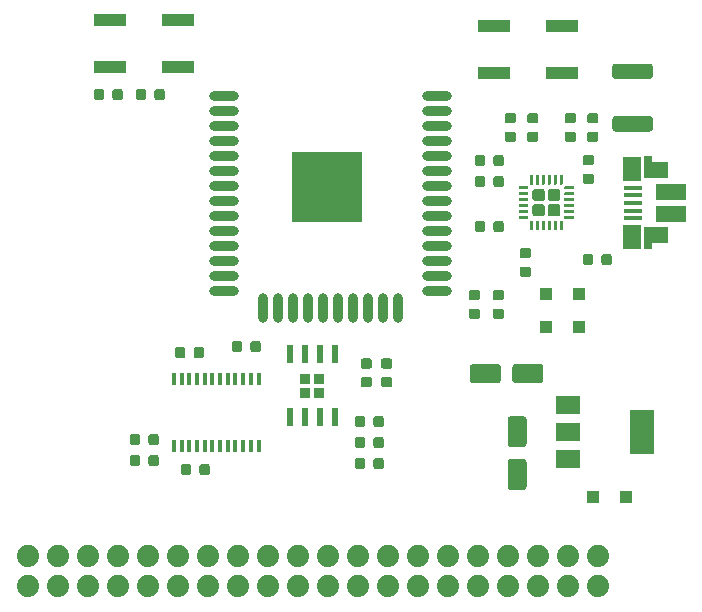
<source format=gtp>
G04 #@! TF.GenerationSoftware,KiCad,Pcbnew,5.0.1+dfsg1-3~bpo9+1*
G04 #@! TF.CreationDate,2018-12-29T18:45:15+00:00*
G04 #@! TF.ProjectId,esp32_io_board,65737033325F696F5F626F6172642E6B,rev?*
G04 #@! TF.SameCoordinates,Original*
G04 #@! TF.FileFunction,Paste,Top*
G04 #@! TF.FilePolarity,Positive*
%FSLAX46Y46*%
G04 Gerber Fmt 4.6, Leading zero omitted, Abs format (unit mm)*
G04 Created by KiCad (PCBNEW 5.0.1+dfsg1-3~bpo9+1) date Sat 29 Dec 2018 06:45:15 PM UTC*
%MOMM*%
%LPD*%
G01*
G04 APERTURE LIST*
%ADD10C,1.879600*%
%ADD11O,2.500000X0.900000*%
%ADD12O,0.900000X2.500000*%
%ADD13R,6.000000X6.000000*%
%ADD14C,0.100000*%
%ADD15C,0.875000*%
%ADD16R,0.600000X1.550000*%
%ADD17R,0.950000X0.950000*%
%ADD18R,1.100000X1.100000*%
%ADD19C,1.600000*%
%ADD20C,1.300000*%
%ADD21R,2.500000X1.430000*%
%ADD22R,1.650000X0.400000*%
%ADD23R,1.500000X2.000000*%
%ADD24R,0.700000X1.825000*%
%ADD25R,2.000000X1.350000*%
%ADD26R,2.750000X1.000000*%
%ADD27C,1.050000*%
%ADD28C,0.250000*%
%ADD29R,2.000000X3.800000*%
%ADD30R,2.000000X1.500000*%
%ADD31R,0.400000X1.100000*%
G04 APERTURE END LIST*
D10*
G04 #@! TO.C,J5*
X213150000Y-129010000D03*
X213150000Y-131550000D03*
X210610000Y-129010000D03*
X210610000Y-131550000D03*
X208070000Y-129010000D03*
X208070000Y-131550000D03*
X205530000Y-129010000D03*
X205530000Y-131550000D03*
X202990000Y-129010000D03*
X202990000Y-131550000D03*
X200450000Y-129010000D03*
X200450000Y-131550000D03*
X197910000Y-129010000D03*
X197910000Y-131550000D03*
X195370000Y-129010000D03*
X195370000Y-131550000D03*
X192830000Y-129010000D03*
X192830000Y-131550000D03*
X190290000Y-129010000D03*
X190290000Y-131550000D03*
X187750000Y-129010000D03*
X187750000Y-131550000D03*
X185210000Y-129010000D03*
X185210000Y-131550000D03*
X182670000Y-129010000D03*
X182670000Y-131550000D03*
X180130000Y-129010000D03*
X180130000Y-131550000D03*
X177590000Y-129010000D03*
X177590000Y-131550000D03*
X175050000Y-129010000D03*
X175050000Y-131550000D03*
X172510000Y-129010000D03*
X172510000Y-131550000D03*
X169970000Y-129010000D03*
X169970000Y-131550000D03*
X167430000Y-129010000D03*
X167430000Y-131550000D03*
X164890000Y-129010000D03*
X164890000Y-131550000D03*
G04 #@! TD*
D11*
G04 #@! TO.C,U4*
X199500000Y-90000000D03*
X199500000Y-91270000D03*
X199500000Y-92540000D03*
X199500000Y-93810000D03*
X199500000Y-95080000D03*
X199500000Y-96350000D03*
X199500000Y-97620000D03*
X199500000Y-98890000D03*
X199500000Y-100160000D03*
X199500000Y-101430000D03*
X199500000Y-102700000D03*
X199500000Y-103970000D03*
X199500000Y-105240000D03*
X199500000Y-106510000D03*
D12*
X196215000Y-108000000D03*
X194945000Y-108000000D03*
X193675000Y-108000000D03*
X192405000Y-108000000D03*
X191135000Y-108000000D03*
X189865000Y-108000000D03*
X188595000Y-108000000D03*
X187325000Y-108000000D03*
X186055000Y-108000000D03*
X184785000Y-108000000D03*
D11*
X181500000Y-106510000D03*
X181500000Y-105240000D03*
X181500000Y-103970000D03*
X181500000Y-102700000D03*
X181500000Y-101430000D03*
X181500000Y-100160000D03*
X181500000Y-98890000D03*
X181500000Y-97620000D03*
X181500000Y-96350000D03*
X181500000Y-95080000D03*
X181500000Y-93810000D03*
X181500000Y-92540000D03*
X181500000Y-91270000D03*
X181500000Y-90000000D03*
D13*
X190200000Y-97700000D03*
G04 #@! TD*
D14*
G04 #@! TO.C,R13*
G36*
X193825691Y-113825553D02*
X193846926Y-113828703D01*
X193867750Y-113833919D01*
X193887962Y-113841151D01*
X193907368Y-113850330D01*
X193925781Y-113861366D01*
X193943024Y-113874154D01*
X193958930Y-113888570D01*
X193973346Y-113904476D01*
X193986134Y-113921719D01*
X193997170Y-113940132D01*
X194006349Y-113959538D01*
X194013581Y-113979750D01*
X194018797Y-114000574D01*
X194021947Y-114021809D01*
X194023000Y-114043250D01*
X194023000Y-114480750D01*
X194021947Y-114502191D01*
X194018797Y-114523426D01*
X194013581Y-114544250D01*
X194006349Y-114564462D01*
X193997170Y-114583868D01*
X193986134Y-114602281D01*
X193973346Y-114619524D01*
X193958930Y-114635430D01*
X193943024Y-114649846D01*
X193925781Y-114662634D01*
X193907368Y-114673670D01*
X193887962Y-114682849D01*
X193867750Y-114690081D01*
X193846926Y-114695297D01*
X193825691Y-114698447D01*
X193804250Y-114699500D01*
X193291750Y-114699500D01*
X193270309Y-114698447D01*
X193249074Y-114695297D01*
X193228250Y-114690081D01*
X193208038Y-114682849D01*
X193188632Y-114673670D01*
X193170219Y-114662634D01*
X193152976Y-114649846D01*
X193137070Y-114635430D01*
X193122654Y-114619524D01*
X193109866Y-114602281D01*
X193098830Y-114583868D01*
X193089651Y-114564462D01*
X193082419Y-114544250D01*
X193077203Y-114523426D01*
X193074053Y-114502191D01*
X193073000Y-114480750D01*
X193073000Y-114043250D01*
X193074053Y-114021809D01*
X193077203Y-114000574D01*
X193082419Y-113979750D01*
X193089651Y-113959538D01*
X193098830Y-113940132D01*
X193109866Y-113921719D01*
X193122654Y-113904476D01*
X193137070Y-113888570D01*
X193152976Y-113874154D01*
X193170219Y-113861366D01*
X193188632Y-113850330D01*
X193208038Y-113841151D01*
X193228250Y-113833919D01*
X193249074Y-113828703D01*
X193270309Y-113825553D01*
X193291750Y-113824500D01*
X193804250Y-113824500D01*
X193825691Y-113825553D01*
X193825691Y-113825553D01*
G37*
D15*
X193548000Y-114262000D03*
D14*
G36*
X193825691Y-112250553D02*
X193846926Y-112253703D01*
X193867750Y-112258919D01*
X193887962Y-112266151D01*
X193907368Y-112275330D01*
X193925781Y-112286366D01*
X193943024Y-112299154D01*
X193958930Y-112313570D01*
X193973346Y-112329476D01*
X193986134Y-112346719D01*
X193997170Y-112365132D01*
X194006349Y-112384538D01*
X194013581Y-112404750D01*
X194018797Y-112425574D01*
X194021947Y-112446809D01*
X194023000Y-112468250D01*
X194023000Y-112905750D01*
X194021947Y-112927191D01*
X194018797Y-112948426D01*
X194013581Y-112969250D01*
X194006349Y-112989462D01*
X193997170Y-113008868D01*
X193986134Y-113027281D01*
X193973346Y-113044524D01*
X193958930Y-113060430D01*
X193943024Y-113074846D01*
X193925781Y-113087634D01*
X193907368Y-113098670D01*
X193887962Y-113107849D01*
X193867750Y-113115081D01*
X193846926Y-113120297D01*
X193825691Y-113123447D01*
X193804250Y-113124500D01*
X193291750Y-113124500D01*
X193270309Y-113123447D01*
X193249074Y-113120297D01*
X193228250Y-113115081D01*
X193208038Y-113107849D01*
X193188632Y-113098670D01*
X193170219Y-113087634D01*
X193152976Y-113074846D01*
X193137070Y-113060430D01*
X193122654Y-113044524D01*
X193109866Y-113027281D01*
X193098830Y-113008868D01*
X193089651Y-112989462D01*
X193082419Y-112969250D01*
X193077203Y-112948426D01*
X193074053Y-112927191D01*
X193073000Y-112905750D01*
X193073000Y-112468250D01*
X193074053Y-112446809D01*
X193077203Y-112425574D01*
X193082419Y-112404750D01*
X193089651Y-112384538D01*
X193098830Y-112365132D01*
X193109866Y-112346719D01*
X193122654Y-112329476D01*
X193137070Y-112313570D01*
X193152976Y-112299154D01*
X193170219Y-112286366D01*
X193188632Y-112275330D01*
X193208038Y-112266151D01*
X193228250Y-112258919D01*
X193249074Y-112253703D01*
X193270309Y-112250553D01*
X193291750Y-112249500D01*
X193804250Y-112249500D01*
X193825691Y-112250553D01*
X193825691Y-112250553D01*
G37*
D15*
X193548000Y-112687000D03*
G04 #@! TD*
D14*
G04 #@! TO.C,R14*
G36*
X195540191Y-112250553D02*
X195561426Y-112253703D01*
X195582250Y-112258919D01*
X195602462Y-112266151D01*
X195621868Y-112275330D01*
X195640281Y-112286366D01*
X195657524Y-112299154D01*
X195673430Y-112313570D01*
X195687846Y-112329476D01*
X195700634Y-112346719D01*
X195711670Y-112365132D01*
X195720849Y-112384538D01*
X195728081Y-112404750D01*
X195733297Y-112425574D01*
X195736447Y-112446809D01*
X195737500Y-112468250D01*
X195737500Y-112905750D01*
X195736447Y-112927191D01*
X195733297Y-112948426D01*
X195728081Y-112969250D01*
X195720849Y-112989462D01*
X195711670Y-113008868D01*
X195700634Y-113027281D01*
X195687846Y-113044524D01*
X195673430Y-113060430D01*
X195657524Y-113074846D01*
X195640281Y-113087634D01*
X195621868Y-113098670D01*
X195602462Y-113107849D01*
X195582250Y-113115081D01*
X195561426Y-113120297D01*
X195540191Y-113123447D01*
X195518750Y-113124500D01*
X195006250Y-113124500D01*
X194984809Y-113123447D01*
X194963574Y-113120297D01*
X194942750Y-113115081D01*
X194922538Y-113107849D01*
X194903132Y-113098670D01*
X194884719Y-113087634D01*
X194867476Y-113074846D01*
X194851570Y-113060430D01*
X194837154Y-113044524D01*
X194824366Y-113027281D01*
X194813330Y-113008868D01*
X194804151Y-112989462D01*
X194796919Y-112969250D01*
X194791703Y-112948426D01*
X194788553Y-112927191D01*
X194787500Y-112905750D01*
X194787500Y-112468250D01*
X194788553Y-112446809D01*
X194791703Y-112425574D01*
X194796919Y-112404750D01*
X194804151Y-112384538D01*
X194813330Y-112365132D01*
X194824366Y-112346719D01*
X194837154Y-112329476D01*
X194851570Y-112313570D01*
X194867476Y-112299154D01*
X194884719Y-112286366D01*
X194903132Y-112275330D01*
X194922538Y-112266151D01*
X194942750Y-112258919D01*
X194963574Y-112253703D01*
X194984809Y-112250553D01*
X195006250Y-112249500D01*
X195518750Y-112249500D01*
X195540191Y-112250553D01*
X195540191Y-112250553D01*
G37*
D15*
X195262500Y-112687000D03*
D14*
G36*
X195540191Y-113825553D02*
X195561426Y-113828703D01*
X195582250Y-113833919D01*
X195602462Y-113841151D01*
X195621868Y-113850330D01*
X195640281Y-113861366D01*
X195657524Y-113874154D01*
X195673430Y-113888570D01*
X195687846Y-113904476D01*
X195700634Y-113921719D01*
X195711670Y-113940132D01*
X195720849Y-113959538D01*
X195728081Y-113979750D01*
X195733297Y-114000574D01*
X195736447Y-114021809D01*
X195737500Y-114043250D01*
X195737500Y-114480750D01*
X195736447Y-114502191D01*
X195733297Y-114523426D01*
X195728081Y-114544250D01*
X195720849Y-114564462D01*
X195711670Y-114583868D01*
X195700634Y-114602281D01*
X195687846Y-114619524D01*
X195673430Y-114635430D01*
X195657524Y-114649846D01*
X195640281Y-114662634D01*
X195621868Y-114673670D01*
X195602462Y-114682849D01*
X195582250Y-114690081D01*
X195561426Y-114695297D01*
X195540191Y-114698447D01*
X195518750Y-114699500D01*
X195006250Y-114699500D01*
X194984809Y-114698447D01*
X194963574Y-114695297D01*
X194942750Y-114690081D01*
X194922538Y-114682849D01*
X194903132Y-114673670D01*
X194884719Y-114662634D01*
X194867476Y-114649846D01*
X194851570Y-114635430D01*
X194837154Y-114619524D01*
X194824366Y-114602281D01*
X194813330Y-114583868D01*
X194804151Y-114564462D01*
X194796919Y-114544250D01*
X194791703Y-114523426D01*
X194788553Y-114502191D01*
X194787500Y-114480750D01*
X194787500Y-114043250D01*
X194788553Y-114021809D01*
X194791703Y-114000574D01*
X194796919Y-113979750D01*
X194804151Y-113959538D01*
X194813330Y-113940132D01*
X194824366Y-113921719D01*
X194837154Y-113904476D01*
X194851570Y-113888570D01*
X194867476Y-113874154D01*
X194884719Y-113861366D01*
X194903132Y-113850330D01*
X194922538Y-113841151D01*
X194942750Y-113833919D01*
X194963574Y-113828703D01*
X194984809Y-113825553D01*
X195006250Y-113824500D01*
X195518750Y-113824500D01*
X195540191Y-113825553D01*
X195540191Y-113825553D01*
G37*
D15*
X195262500Y-114262000D03*
G04 #@! TD*
D14*
G04 #@! TO.C,R15*
G36*
X193254691Y-118906053D02*
X193275926Y-118909203D01*
X193296750Y-118914419D01*
X193316962Y-118921651D01*
X193336368Y-118930830D01*
X193354781Y-118941866D01*
X193372024Y-118954654D01*
X193387930Y-118969070D01*
X193402346Y-118984976D01*
X193415134Y-119002219D01*
X193426170Y-119020632D01*
X193435349Y-119040038D01*
X193442581Y-119060250D01*
X193447797Y-119081074D01*
X193450947Y-119102309D01*
X193452000Y-119123750D01*
X193452000Y-119636250D01*
X193450947Y-119657691D01*
X193447797Y-119678926D01*
X193442581Y-119699750D01*
X193435349Y-119719962D01*
X193426170Y-119739368D01*
X193415134Y-119757781D01*
X193402346Y-119775024D01*
X193387930Y-119790930D01*
X193372024Y-119805346D01*
X193354781Y-119818134D01*
X193336368Y-119829170D01*
X193316962Y-119838349D01*
X193296750Y-119845581D01*
X193275926Y-119850797D01*
X193254691Y-119853947D01*
X193233250Y-119855000D01*
X192795750Y-119855000D01*
X192774309Y-119853947D01*
X192753074Y-119850797D01*
X192732250Y-119845581D01*
X192712038Y-119838349D01*
X192692632Y-119829170D01*
X192674219Y-119818134D01*
X192656976Y-119805346D01*
X192641070Y-119790930D01*
X192626654Y-119775024D01*
X192613866Y-119757781D01*
X192602830Y-119739368D01*
X192593651Y-119719962D01*
X192586419Y-119699750D01*
X192581203Y-119678926D01*
X192578053Y-119657691D01*
X192577000Y-119636250D01*
X192577000Y-119123750D01*
X192578053Y-119102309D01*
X192581203Y-119081074D01*
X192586419Y-119060250D01*
X192593651Y-119040038D01*
X192602830Y-119020632D01*
X192613866Y-119002219D01*
X192626654Y-118984976D01*
X192641070Y-118969070D01*
X192656976Y-118954654D01*
X192674219Y-118941866D01*
X192692632Y-118930830D01*
X192712038Y-118921651D01*
X192732250Y-118914419D01*
X192753074Y-118909203D01*
X192774309Y-118906053D01*
X192795750Y-118905000D01*
X193233250Y-118905000D01*
X193254691Y-118906053D01*
X193254691Y-118906053D01*
G37*
D15*
X193014500Y-119380000D03*
D14*
G36*
X194829691Y-118906053D02*
X194850926Y-118909203D01*
X194871750Y-118914419D01*
X194891962Y-118921651D01*
X194911368Y-118930830D01*
X194929781Y-118941866D01*
X194947024Y-118954654D01*
X194962930Y-118969070D01*
X194977346Y-118984976D01*
X194990134Y-119002219D01*
X195001170Y-119020632D01*
X195010349Y-119040038D01*
X195017581Y-119060250D01*
X195022797Y-119081074D01*
X195025947Y-119102309D01*
X195027000Y-119123750D01*
X195027000Y-119636250D01*
X195025947Y-119657691D01*
X195022797Y-119678926D01*
X195017581Y-119699750D01*
X195010349Y-119719962D01*
X195001170Y-119739368D01*
X194990134Y-119757781D01*
X194977346Y-119775024D01*
X194962930Y-119790930D01*
X194947024Y-119805346D01*
X194929781Y-119818134D01*
X194911368Y-119829170D01*
X194891962Y-119838349D01*
X194871750Y-119845581D01*
X194850926Y-119850797D01*
X194829691Y-119853947D01*
X194808250Y-119855000D01*
X194370750Y-119855000D01*
X194349309Y-119853947D01*
X194328074Y-119850797D01*
X194307250Y-119845581D01*
X194287038Y-119838349D01*
X194267632Y-119829170D01*
X194249219Y-119818134D01*
X194231976Y-119805346D01*
X194216070Y-119790930D01*
X194201654Y-119775024D01*
X194188866Y-119757781D01*
X194177830Y-119739368D01*
X194168651Y-119719962D01*
X194161419Y-119699750D01*
X194156203Y-119678926D01*
X194153053Y-119657691D01*
X194152000Y-119636250D01*
X194152000Y-119123750D01*
X194153053Y-119102309D01*
X194156203Y-119081074D01*
X194161419Y-119060250D01*
X194168651Y-119040038D01*
X194177830Y-119020632D01*
X194188866Y-119002219D01*
X194201654Y-118984976D01*
X194216070Y-118969070D01*
X194231976Y-118954654D01*
X194249219Y-118941866D01*
X194267632Y-118930830D01*
X194287038Y-118921651D01*
X194307250Y-118914419D01*
X194328074Y-118909203D01*
X194349309Y-118906053D01*
X194370750Y-118905000D01*
X194808250Y-118905000D01*
X194829691Y-118906053D01*
X194829691Y-118906053D01*
G37*
D15*
X194589500Y-119380000D03*
G04 #@! TD*
D14*
G04 #@! TO.C,R16*
G36*
X194829691Y-120684053D02*
X194850926Y-120687203D01*
X194871750Y-120692419D01*
X194891962Y-120699651D01*
X194911368Y-120708830D01*
X194929781Y-120719866D01*
X194947024Y-120732654D01*
X194962930Y-120747070D01*
X194977346Y-120762976D01*
X194990134Y-120780219D01*
X195001170Y-120798632D01*
X195010349Y-120818038D01*
X195017581Y-120838250D01*
X195022797Y-120859074D01*
X195025947Y-120880309D01*
X195027000Y-120901750D01*
X195027000Y-121414250D01*
X195025947Y-121435691D01*
X195022797Y-121456926D01*
X195017581Y-121477750D01*
X195010349Y-121497962D01*
X195001170Y-121517368D01*
X194990134Y-121535781D01*
X194977346Y-121553024D01*
X194962930Y-121568930D01*
X194947024Y-121583346D01*
X194929781Y-121596134D01*
X194911368Y-121607170D01*
X194891962Y-121616349D01*
X194871750Y-121623581D01*
X194850926Y-121628797D01*
X194829691Y-121631947D01*
X194808250Y-121633000D01*
X194370750Y-121633000D01*
X194349309Y-121631947D01*
X194328074Y-121628797D01*
X194307250Y-121623581D01*
X194287038Y-121616349D01*
X194267632Y-121607170D01*
X194249219Y-121596134D01*
X194231976Y-121583346D01*
X194216070Y-121568930D01*
X194201654Y-121553024D01*
X194188866Y-121535781D01*
X194177830Y-121517368D01*
X194168651Y-121497962D01*
X194161419Y-121477750D01*
X194156203Y-121456926D01*
X194153053Y-121435691D01*
X194152000Y-121414250D01*
X194152000Y-120901750D01*
X194153053Y-120880309D01*
X194156203Y-120859074D01*
X194161419Y-120838250D01*
X194168651Y-120818038D01*
X194177830Y-120798632D01*
X194188866Y-120780219D01*
X194201654Y-120762976D01*
X194216070Y-120747070D01*
X194231976Y-120732654D01*
X194249219Y-120719866D01*
X194267632Y-120708830D01*
X194287038Y-120699651D01*
X194307250Y-120692419D01*
X194328074Y-120687203D01*
X194349309Y-120684053D01*
X194370750Y-120683000D01*
X194808250Y-120683000D01*
X194829691Y-120684053D01*
X194829691Y-120684053D01*
G37*
D15*
X194589500Y-121158000D03*
D14*
G36*
X193254691Y-120684053D02*
X193275926Y-120687203D01*
X193296750Y-120692419D01*
X193316962Y-120699651D01*
X193336368Y-120708830D01*
X193354781Y-120719866D01*
X193372024Y-120732654D01*
X193387930Y-120747070D01*
X193402346Y-120762976D01*
X193415134Y-120780219D01*
X193426170Y-120798632D01*
X193435349Y-120818038D01*
X193442581Y-120838250D01*
X193447797Y-120859074D01*
X193450947Y-120880309D01*
X193452000Y-120901750D01*
X193452000Y-121414250D01*
X193450947Y-121435691D01*
X193447797Y-121456926D01*
X193442581Y-121477750D01*
X193435349Y-121497962D01*
X193426170Y-121517368D01*
X193415134Y-121535781D01*
X193402346Y-121553024D01*
X193387930Y-121568930D01*
X193372024Y-121583346D01*
X193354781Y-121596134D01*
X193336368Y-121607170D01*
X193316962Y-121616349D01*
X193296750Y-121623581D01*
X193275926Y-121628797D01*
X193254691Y-121631947D01*
X193233250Y-121633000D01*
X192795750Y-121633000D01*
X192774309Y-121631947D01*
X192753074Y-121628797D01*
X192732250Y-121623581D01*
X192712038Y-121616349D01*
X192692632Y-121607170D01*
X192674219Y-121596134D01*
X192656976Y-121583346D01*
X192641070Y-121568930D01*
X192626654Y-121553024D01*
X192613866Y-121535781D01*
X192602830Y-121517368D01*
X192593651Y-121497962D01*
X192586419Y-121477750D01*
X192581203Y-121456926D01*
X192578053Y-121435691D01*
X192577000Y-121414250D01*
X192577000Y-120901750D01*
X192578053Y-120880309D01*
X192581203Y-120859074D01*
X192586419Y-120838250D01*
X192593651Y-120818038D01*
X192602830Y-120798632D01*
X192613866Y-120780219D01*
X192626654Y-120762976D01*
X192641070Y-120747070D01*
X192656976Y-120732654D01*
X192674219Y-120719866D01*
X192692632Y-120708830D01*
X192712038Y-120699651D01*
X192732250Y-120692419D01*
X192753074Y-120687203D01*
X192774309Y-120684053D01*
X192795750Y-120683000D01*
X193233250Y-120683000D01*
X193254691Y-120684053D01*
X193254691Y-120684053D01*
G37*
D15*
X193014500Y-121158000D03*
G04 #@! TD*
D16*
G04 #@! TO.C,U7*
X190881000Y-111854000D03*
X189611000Y-111854000D03*
X188341000Y-111854000D03*
X187071000Y-111854000D03*
X187071000Y-117254000D03*
X188341000Y-117254000D03*
X189611000Y-117254000D03*
X190881000Y-117254000D03*
D17*
X188388500Y-115141500D03*
X188388500Y-113966500D03*
X189563500Y-113966500D03*
X189563500Y-115141500D03*
G04 #@! TD*
D14*
G04 #@! TO.C,R12*
G36*
X194829691Y-117128053D02*
X194850926Y-117131203D01*
X194871750Y-117136419D01*
X194891962Y-117143651D01*
X194911368Y-117152830D01*
X194929781Y-117163866D01*
X194947024Y-117176654D01*
X194962930Y-117191070D01*
X194977346Y-117206976D01*
X194990134Y-117224219D01*
X195001170Y-117242632D01*
X195010349Y-117262038D01*
X195017581Y-117282250D01*
X195022797Y-117303074D01*
X195025947Y-117324309D01*
X195027000Y-117345750D01*
X195027000Y-117858250D01*
X195025947Y-117879691D01*
X195022797Y-117900926D01*
X195017581Y-117921750D01*
X195010349Y-117941962D01*
X195001170Y-117961368D01*
X194990134Y-117979781D01*
X194977346Y-117997024D01*
X194962930Y-118012930D01*
X194947024Y-118027346D01*
X194929781Y-118040134D01*
X194911368Y-118051170D01*
X194891962Y-118060349D01*
X194871750Y-118067581D01*
X194850926Y-118072797D01*
X194829691Y-118075947D01*
X194808250Y-118077000D01*
X194370750Y-118077000D01*
X194349309Y-118075947D01*
X194328074Y-118072797D01*
X194307250Y-118067581D01*
X194287038Y-118060349D01*
X194267632Y-118051170D01*
X194249219Y-118040134D01*
X194231976Y-118027346D01*
X194216070Y-118012930D01*
X194201654Y-117997024D01*
X194188866Y-117979781D01*
X194177830Y-117961368D01*
X194168651Y-117941962D01*
X194161419Y-117921750D01*
X194156203Y-117900926D01*
X194153053Y-117879691D01*
X194152000Y-117858250D01*
X194152000Y-117345750D01*
X194153053Y-117324309D01*
X194156203Y-117303074D01*
X194161419Y-117282250D01*
X194168651Y-117262038D01*
X194177830Y-117242632D01*
X194188866Y-117224219D01*
X194201654Y-117206976D01*
X194216070Y-117191070D01*
X194231976Y-117176654D01*
X194249219Y-117163866D01*
X194267632Y-117152830D01*
X194287038Y-117143651D01*
X194307250Y-117136419D01*
X194328074Y-117131203D01*
X194349309Y-117128053D01*
X194370750Y-117127000D01*
X194808250Y-117127000D01*
X194829691Y-117128053D01*
X194829691Y-117128053D01*
G37*
D15*
X194589500Y-117602000D03*
D14*
G36*
X193254691Y-117128053D02*
X193275926Y-117131203D01*
X193296750Y-117136419D01*
X193316962Y-117143651D01*
X193336368Y-117152830D01*
X193354781Y-117163866D01*
X193372024Y-117176654D01*
X193387930Y-117191070D01*
X193402346Y-117206976D01*
X193415134Y-117224219D01*
X193426170Y-117242632D01*
X193435349Y-117262038D01*
X193442581Y-117282250D01*
X193447797Y-117303074D01*
X193450947Y-117324309D01*
X193452000Y-117345750D01*
X193452000Y-117858250D01*
X193450947Y-117879691D01*
X193447797Y-117900926D01*
X193442581Y-117921750D01*
X193435349Y-117941962D01*
X193426170Y-117961368D01*
X193415134Y-117979781D01*
X193402346Y-117997024D01*
X193387930Y-118012930D01*
X193372024Y-118027346D01*
X193354781Y-118040134D01*
X193336368Y-118051170D01*
X193316962Y-118060349D01*
X193296750Y-118067581D01*
X193275926Y-118072797D01*
X193254691Y-118075947D01*
X193233250Y-118077000D01*
X192795750Y-118077000D01*
X192774309Y-118075947D01*
X192753074Y-118072797D01*
X192732250Y-118067581D01*
X192712038Y-118060349D01*
X192692632Y-118051170D01*
X192674219Y-118040134D01*
X192656976Y-118027346D01*
X192641070Y-118012930D01*
X192626654Y-117997024D01*
X192613866Y-117979781D01*
X192602830Y-117961368D01*
X192593651Y-117941962D01*
X192586419Y-117921750D01*
X192581203Y-117900926D01*
X192578053Y-117879691D01*
X192577000Y-117858250D01*
X192577000Y-117345750D01*
X192578053Y-117324309D01*
X192581203Y-117303074D01*
X192586419Y-117282250D01*
X192593651Y-117262038D01*
X192602830Y-117242632D01*
X192613866Y-117224219D01*
X192626654Y-117206976D01*
X192641070Y-117191070D01*
X192656976Y-117176654D01*
X192674219Y-117163866D01*
X192692632Y-117152830D01*
X192712038Y-117143651D01*
X192732250Y-117136419D01*
X192753074Y-117131203D01*
X192774309Y-117128053D01*
X192795750Y-117127000D01*
X193233250Y-117127000D01*
X193254691Y-117128053D01*
X193254691Y-117128053D01*
G37*
D15*
X193014500Y-117602000D03*
G04 #@! TD*
D18*
G04 #@! TO.C,D8*
X212722000Y-123952000D03*
X215522000Y-123952000D03*
G04 #@! TD*
G04 #@! TO.C,D1*
X211582000Y-106804000D03*
X211582000Y-109604000D03*
G04 #@! TD*
D14*
G04 #@! TO.C,D7*
G36*
X205001691Y-106472053D02*
X205022926Y-106475203D01*
X205043750Y-106480419D01*
X205063962Y-106487651D01*
X205083368Y-106496830D01*
X205101781Y-106507866D01*
X205119024Y-106520654D01*
X205134930Y-106535070D01*
X205149346Y-106550976D01*
X205162134Y-106568219D01*
X205173170Y-106586632D01*
X205182349Y-106606038D01*
X205189581Y-106626250D01*
X205194797Y-106647074D01*
X205197947Y-106668309D01*
X205199000Y-106689750D01*
X205199000Y-107127250D01*
X205197947Y-107148691D01*
X205194797Y-107169926D01*
X205189581Y-107190750D01*
X205182349Y-107210962D01*
X205173170Y-107230368D01*
X205162134Y-107248781D01*
X205149346Y-107266024D01*
X205134930Y-107281930D01*
X205119024Y-107296346D01*
X205101781Y-107309134D01*
X205083368Y-107320170D01*
X205063962Y-107329349D01*
X205043750Y-107336581D01*
X205022926Y-107341797D01*
X205001691Y-107344947D01*
X204980250Y-107346000D01*
X204467750Y-107346000D01*
X204446309Y-107344947D01*
X204425074Y-107341797D01*
X204404250Y-107336581D01*
X204384038Y-107329349D01*
X204364632Y-107320170D01*
X204346219Y-107309134D01*
X204328976Y-107296346D01*
X204313070Y-107281930D01*
X204298654Y-107266024D01*
X204285866Y-107248781D01*
X204274830Y-107230368D01*
X204265651Y-107210962D01*
X204258419Y-107190750D01*
X204253203Y-107169926D01*
X204250053Y-107148691D01*
X204249000Y-107127250D01*
X204249000Y-106689750D01*
X204250053Y-106668309D01*
X204253203Y-106647074D01*
X204258419Y-106626250D01*
X204265651Y-106606038D01*
X204274830Y-106586632D01*
X204285866Y-106568219D01*
X204298654Y-106550976D01*
X204313070Y-106535070D01*
X204328976Y-106520654D01*
X204346219Y-106507866D01*
X204364632Y-106496830D01*
X204384038Y-106487651D01*
X204404250Y-106480419D01*
X204425074Y-106475203D01*
X204446309Y-106472053D01*
X204467750Y-106471000D01*
X204980250Y-106471000D01*
X205001691Y-106472053D01*
X205001691Y-106472053D01*
G37*
D15*
X204724000Y-106908500D03*
D14*
G36*
X205001691Y-108047053D02*
X205022926Y-108050203D01*
X205043750Y-108055419D01*
X205063962Y-108062651D01*
X205083368Y-108071830D01*
X205101781Y-108082866D01*
X205119024Y-108095654D01*
X205134930Y-108110070D01*
X205149346Y-108125976D01*
X205162134Y-108143219D01*
X205173170Y-108161632D01*
X205182349Y-108181038D01*
X205189581Y-108201250D01*
X205194797Y-108222074D01*
X205197947Y-108243309D01*
X205199000Y-108264750D01*
X205199000Y-108702250D01*
X205197947Y-108723691D01*
X205194797Y-108744926D01*
X205189581Y-108765750D01*
X205182349Y-108785962D01*
X205173170Y-108805368D01*
X205162134Y-108823781D01*
X205149346Y-108841024D01*
X205134930Y-108856930D01*
X205119024Y-108871346D01*
X205101781Y-108884134D01*
X205083368Y-108895170D01*
X205063962Y-108904349D01*
X205043750Y-108911581D01*
X205022926Y-108916797D01*
X205001691Y-108919947D01*
X204980250Y-108921000D01*
X204467750Y-108921000D01*
X204446309Y-108919947D01*
X204425074Y-108916797D01*
X204404250Y-108911581D01*
X204384038Y-108904349D01*
X204364632Y-108895170D01*
X204346219Y-108884134D01*
X204328976Y-108871346D01*
X204313070Y-108856930D01*
X204298654Y-108841024D01*
X204285866Y-108823781D01*
X204274830Y-108805368D01*
X204265651Y-108785962D01*
X204258419Y-108765750D01*
X204253203Y-108744926D01*
X204250053Y-108723691D01*
X204249000Y-108702250D01*
X204249000Y-108264750D01*
X204250053Y-108243309D01*
X204253203Y-108222074D01*
X204258419Y-108201250D01*
X204265651Y-108181038D01*
X204274830Y-108161632D01*
X204285866Y-108143219D01*
X204298654Y-108125976D01*
X204313070Y-108110070D01*
X204328976Y-108095654D01*
X204346219Y-108082866D01*
X204364632Y-108071830D01*
X204384038Y-108062651D01*
X204404250Y-108055419D01*
X204425074Y-108050203D01*
X204446309Y-108047053D01*
X204467750Y-108046000D01*
X204980250Y-108046000D01*
X205001691Y-108047053D01*
X205001691Y-108047053D01*
G37*
D15*
X204724000Y-108483500D03*
G04 #@! TD*
D18*
G04 #@! TO.C,D2*
X208788000Y-106804000D03*
X208788000Y-109604000D03*
G04 #@! TD*
D14*
G04 #@! TO.C,C1*
G36*
X212621691Y-95042053D02*
X212642926Y-95045203D01*
X212663750Y-95050419D01*
X212683962Y-95057651D01*
X212703368Y-95066830D01*
X212721781Y-95077866D01*
X212739024Y-95090654D01*
X212754930Y-95105070D01*
X212769346Y-95120976D01*
X212782134Y-95138219D01*
X212793170Y-95156632D01*
X212802349Y-95176038D01*
X212809581Y-95196250D01*
X212814797Y-95217074D01*
X212817947Y-95238309D01*
X212819000Y-95259750D01*
X212819000Y-95697250D01*
X212817947Y-95718691D01*
X212814797Y-95739926D01*
X212809581Y-95760750D01*
X212802349Y-95780962D01*
X212793170Y-95800368D01*
X212782134Y-95818781D01*
X212769346Y-95836024D01*
X212754930Y-95851930D01*
X212739024Y-95866346D01*
X212721781Y-95879134D01*
X212703368Y-95890170D01*
X212683962Y-95899349D01*
X212663750Y-95906581D01*
X212642926Y-95911797D01*
X212621691Y-95914947D01*
X212600250Y-95916000D01*
X212087750Y-95916000D01*
X212066309Y-95914947D01*
X212045074Y-95911797D01*
X212024250Y-95906581D01*
X212004038Y-95899349D01*
X211984632Y-95890170D01*
X211966219Y-95879134D01*
X211948976Y-95866346D01*
X211933070Y-95851930D01*
X211918654Y-95836024D01*
X211905866Y-95818781D01*
X211894830Y-95800368D01*
X211885651Y-95780962D01*
X211878419Y-95760750D01*
X211873203Y-95739926D01*
X211870053Y-95718691D01*
X211869000Y-95697250D01*
X211869000Y-95259750D01*
X211870053Y-95238309D01*
X211873203Y-95217074D01*
X211878419Y-95196250D01*
X211885651Y-95176038D01*
X211894830Y-95156632D01*
X211905866Y-95138219D01*
X211918654Y-95120976D01*
X211933070Y-95105070D01*
X211948976Y-95090654D01*
X211966219Y-95077866D01*
X211984632Y-95066830D01*
X212004038Y-95057651D01*
X212024250Y-95050419D01*
X212045074Y-95045203D01*
X212066309Y-95042053D01*
X212087750Y-95041000D01*
X212600250Y-95041000D01*
X212621691Y-95042053D01*
X212621691Y-95042053D01*
G37*
D15*
X212344000Y-95478500D03*
D14*
G36*
X212621691Y-96617053D02*
X212642926Y-96620203D01*
X212663750Y-96625419D01*
X212683962Y-96632651D01*
X212703368Y-96641830D01*
X212721781Y-96652866D01*
X212739024Y-96665654D01*
X212754930Y-96680070D01*
X212769346Y-96695976D01*
X212782134Y-96713219D01*
X212793170Y-96731632D01*
X212802349Y-96751038D01*
X212809581Y-96771250D01*
X212814797Y-96792074D01*
X212817947Y-96813309D01*
X212819000Y-96834750D01*
X212819000Y-97272250D01*
X212817947Y-97293691D01*
X212814797Y-97314926D01*
X212809581Y-97335750D01*
X212802349Y-97355962D01*
X212793170Y-97375368D01*
X212782134Y-97393781D01*
X212769346Y-97411024D01*
X212754930Y-97426930D01*
X212739024Y-97441346D01*
X212721781Y-97454134D01*
X212703368Y-97465170D01*
X212683962Y-97474349D01*
X212663750Y-97481581D01*
X212642926Y-97486797D01*
X212621691Y-97489947D01*
X212600250Y-97491000D01*
X212087750Y-97491000D01*
X212066309Y-97489947D01*
X212045074Y-97486797D01*
X212024250Y-97481581D01*
X212004038Y-97474349D01*
X211984632Y-97465170D01*
X211966219Y-97454134D01*
X211948976Y-97441346D01*
X211933070Y-97426930D01*
X211918654Y-97411024D01*
X211905866Y-97393781D01*
X211894830Y-97375368D01*
X211885651Y-97355962D01*
X211878419Y-97335750D01*
X211873203Y-97314926D01*
X211870053Y-97293691D01*
X211869000Y-97272250D01*
X211869000Y-96834750D01*
X211870053Y-96813309D01*
X211873203Y-96792074D01*
X211878419Y-96771250D01*
X211885651Y-96751038D01*
X211894830Y-96731632D01*
X211905866Y-96713219D01*
X211918654Y-96695976D01*
X211933070Y-96680070D01*
X211948976Y-96665654D01*
X211966219Y-96652866D01*
X211984632Y-96641830D01*
X212004038Y-96632651D01*
X212024250Y-96625419D01*
X212045074Y-96620203D01*
X212066309Y-96617053D01*
X212087750Y-96616000D01*
X212600250Y-96616000D01*
X212621691Y-96617053D01*
X212621691Y-96617053D01*
G37*
D15*
X212344000Y-97053500D03*
G04 #@! TD*
D14*
G04 #@! TO.C,C2*
G36*
X207287691Y-104491053D02*
X207308926Y-104494203D01*
X207329750Y-104499419D01*
X207349962Y-104506651D01*
X207369368Y-104515830D01*
X207387781Y-104526866D01*
X207405024Y-104539654D01*
X207420930Y-104554070D01*
X207435346Y-104569976D01*
X207448134Y-104587219D01*
X207459170Y-104605632D01*
X207468349Y-104625038D01*
X207475581Y-104645250D01*
X207480797Y-104666074D01*
X207483947Y-104687309D01*
X207485000Y-104708750D01*
X207485000Y-105146250D01*
X207483947Y-105167691D01*
X207480797Y-105188926D01*
X207475581Y-105209750D01*
X207468349Y-105229962D01*
X207459170Y-105249368D01*
X207448134Y-105267781D01*
X207435346Y-105285024D01*
X207420930Y-105300930D01*
X207405024Y-105315346D01*
X207387781Y-105328134D01*
X207369368Y-105339170D01*
X207349962Y-105348349D01*
X207329750Y-105355581D01*
X207308926Y-105360797D01*
X207287691Y-105363947D01*
X207266250Y-105365000D01*
X206753750Y-105365000D01*
X206732309Y-105363947D01*
X206711074Y-105360797D01*
X206690250Y-105355581D01*
X206670038Y-105348349D01*
X206650632Y-105339170D01*
X206632219Y-105328134D01*
X206614976Y-105315346D01*
X206599070Y-105300930D01*
X206584654Y-105285024D01*
X206571866Y-105267781D01*
X206560830Y-105249368D01*
X206551651Y-105229962D01*
X206544419Y-105209750D01*
X206539203Y-105188926D01*
X206536053Y-105167691D01*
X206535000Y-105146250D01*
X206535000Y-104708750D01*
X206536053Y-104687309D01*
X206539203Y-104666074D01*
X206544419Y-104645250D01*
X206551651Y-104625038D01*
X206560830Y-104605632D01*
X206571866Y-104587219D01*
X206584654Y-104569976D01*
X206599070Y-104554070D01*
X206614976Y-104539654D01*
X206632219Y-104526866D01*
X206650632Y-104515830D01*
X206670038Y-104506651D01*
X206690250Y-104499419D01*
X206711074Y-104494203D01*
X206732309Y-104491053D01*
X206753750Y-104490000D01*
X207266250Y-104490000D01*
X207287691Y-104491053D01*
X207287691Y-104491053D01*
G37*
D15*
X207010000Y-104927500D03*
D14*
G36*
X207287691Y-102916053D02*
X207308926Y-102919203D01*
X207329750Y-102924419D01*
X207349962Y-102931651D01*
X207369368Y-102940830D01*
X207387781Y-102951866D01*
X207405024Y-102964654D01*
X207420930Y-102979070D01*
X207435346Y-102994976D01*
X207448134Y-103012219D01*
X207459170Y-103030632D01*
X207468349Y-103050038D01*
X207475581Y-103070250D01*
X207480797Y-103091074D01*
X207483947Y-103112309D01*
X207485000Y-103133750D01*
X207485000Y-103571250D01*
X207483947Y-103592691D01*
X207480797Y-103613926D01*
X207475581Y-103634750D01*
X207468349Y-103654962D01*
X207459170Y-103674368D01*
X207448134Y-103692781D01*
X207435346Y-103710024D01*
X207420930Y-103725930D01*
X207405024Y-103740346D01*
X207387781Y-103753134D01*
X207369368Y-103764170D01*
X207349962Y-103773349D01*
X207329750Y-103780581D01*
X207308926Y-103785797D01*
X207287691Y-103788947D01*
X207266250Y-103790000D01*
X206753750Y-103790000D01*
X206732309Y-103788947D01*
X206711074Y-103785797D01*
X206690250Y-103780581D01*
X206670038Y-103773349D01*
X206650632Y-103764170D01*
X206632219Y-103753134D01*
X206614976Y-103740346D01*
X206599070Y-103725930D01*
X206584654Y-103710024D01*
X206571866Y-103692781D01*
X206560830Y-103674368D01*
X206551651Y-103654962D01*
X206544419Y-103634750D01*
X206539203Y-103613926D01*
X206536053Y-103592691D01*
X206535000Y-103571250D01*
X206535000Y-103133750D01*
X206536053Y-103112309D01*
X206539203Y-103091074D01*
X206544419Y-103070250D01*
X206551651Y-103050038D01*
X206560830Y-103030632D01*
X206571866Y-103012219D01*
X206584654Y-102994976D01*
X206599070Y-102979070D01*
X206614976Y-102964654D01*
X206632219Y-102951866D01*
X206650632Y-102940830D01*
X206670038Y-102931651D01*
X206690250Y-102924419D01*
X206711074Y-102919203D01*
X206732309Y-102916053D01*
X206753750Y-102915000D01*
X207266250Y-102915000D01*
X207287691Y-102916053D01*
X207287691Y-102916053D01*
G37*
D15*
X207010000Y-103352500D03*
G04 #@! TD*
D14*
G04 #@! TO.C,C7*
G36*
X204989691Y-100618053D02*
X205010926Y-100621203D01*
X205031750Y-100626419D01*
X205051962Y-100633651D01*
X205071368Y-100642830D01*
X205089781Y-100653866D01*
X205107024Y-100666654D01*
X205122930Y-100681070D01*
X205137346Y-100696976D01*
X205150134Y-100714219D01*
X205161170Y-100732632D01*
X205170349Y-100752038D01*
X205177581Y-100772250D01*
X205182797Y-100793074D01*
X205185947Y-100814309D01*
X205187000Y-100835750D01*
X205187000Y-101348250D01*
X205185947Y-101369691D01*
X205182797Y-101390926D01*
X205177581Y-101411750D01*
X205170349Y-101431962D01*
X205161170Y-101451368D01*
X205150134Y-101469781D01*
X205137346Y-101487024D01*
X205122930Y-101502930D01*
X205107024Y-101517346D01*
X205089781Y-101530134D01*
X205071368Y-101541170D01*
X205051962Y-101550349D01*
X205031750Y-101557581D01*
X205010926Y-101562797D01*
X204989691Y-101565947D01*
X204968250Y-101567000D01*
X204530750Y-101567000D01*
X204509309Y-101565947D01*
X204488074Y-101562797D01*
X204467250Y-101557581D01*
X204447038Y-101550349D01*
X204427632Y-101541170D01*
X204409219Y-101530134D01*
X204391976Y-101517346D01*
X204376070Y-101502930D01*
X204361654Y-101487024D01*
X204348866Y-101469781D01*
X204337830Y-101451368D01*
X204328651Y-101431962D01*
X204321419Y-101411750D01*
X204316203Y-101390926D01*
X204313053Y-101369691D01*
X204312000Y-101348250D01*
X204312000Y-100835750D01*
X204313053Y-100814309D01*
X204316203Y-100793074D01*
X204321419Y-100772250D01*
X204328651Y-100752038D01*
X204337830Y-100732632D01*
X204348866Y-100714219D01*
X204361654Y-100696976D01*
X204376070Y-100681070D01*
X204391976Y-100666654D01*
X204409219Y-100653866D01*
X204427632Y-100642830D01*
X204447038Y-100633651D01*
X204467250Y-100626419D01*
X204488074Y-100621203D01*
X204509309Y-100618053D01*
X204530750Y-100617000D01*
X204968250Y-100617000D01*
X204989691Y-100618053D01*
X204989691Y-100618053D01*
G37*
D15*
X204749500Y-101092000D03*
D14*
G36*
X203414691Y-100618053D02*
X203435926Y-100621203D01*
X203456750Y-100626419D01*
X203476962Y-100633651D01*
X203496368Y-100642830D01*
X203514781Y-100653866D01*
X203532024Y-100666654D01*
X203547930Y-100681070D01*
X203562346Y-100696976D01*
X203575134Y-100714219D01*
X203586170Y-100732632D01*
X203595349Y-100752038D01*
X203602581Y-100772250D01*
X203607797Y-100793074D01*
X203610947Y-100814309D01*
X203612000Y-100835750D01*
X203612000Y-101348250D01*
X203610947Y-101369691D01*
X203607797Y-101390926D01*
X203602581Y-101411750D01*
X203595349Y-101431962D01*
X203586170Y-101451368D01*
X203575134Y-101469781D01*
X203562346Y-101487024D01*
X203547930Y-101502930D01*
X203532024Y-101517346D01*
X203514781Y-101530134D01*
X203496368Y-101541170D01*
X203476962Y-101550349D01*
X203456750Y-101557581D01*
X203435926Y-101562797D01*
X203414691Y-101565947D01*
X203393250Y-101567000D01*
X202955750Y-101567000D01*
X202934309Y-101565947D01*
X202913074Y-101562797D01*
X202892250Y-101557581D01*
X202872038Y-101550349D01*
X202852632Y-101541170D01*
X202834219Y-101530134D01*
X202816976Y-101517346D01*
X202801070Y-101502930D01*
X202786654Y-101487024D01*
X202773866Y-101469781D01*
X202762830Y-101451368D01*
X202753651Y-101431962D01*
X202746419Y-101411750D01*
X202741203Y-101390926D01*
X202738053Y-101369691D01*
X202737000Y-101348250D01*
X202737000Y-100835750D01*
X202738053Y-100814309D01*
X202741203Y-100793074D01*
X202746419Y-100772250D01*
X202753651Y-100752038D01*
X202762830Y-100732632D01*
X202773866Y-100714219D01*
X202786654Y-100696976D01*
X202801070Y-100681070D01*
X202816976Y-100666654D01*
X202834219Y-100653866D01*
X202852632Y-100642830D01*
X202872038Y-100633651D01*
X202892250Y-100626419D01*
X202913074Y-100621203D01*
X202934309Y-100618053D01*
X202955750Y-100617000D01*
X203393250Y-100617000D01*
X203414691Y-100618053D01*
X203414691Y-100618053D01*
G37*
D15*
X203174500Y-101092000D03*
G04 #@! TD*
D14*
G04 #@! TO.C,C8*
G36*
X171156691Y-89442053D02*
X171177926Y-89445203D01*
X171198750Y-89450419D01*
X171218962Y-89457651D01*
X171238368Y-89466830D01*
X171256781Y-89477866D01*
X171274024Y-89490654D01*
X171289930Y-89505070D01*
X171304346Y-89520976D01*
X171317134Y-89538219D01*
X171328170Y-89556632D01*
X171337349Y-89576038D01*
X171344581Y-89596250D01*
X171349797Y-89617074D01*
X171352947Y-89638309D01*
X171354000Y-89659750D01*
X171354000Y-90172250D01*
X171352947Y-90193691D01*
X171349797Y-90214926D01*
X171344581Y-90235750D01*
X171337349Y-90255962D01*
X171328170Y-90275368D01*
X171317134Y-90293781D01*
X171304346Y-90311024D01*
X171289930Y-90326930D01*
X171274024Y-90341346D01*
X171256781Y-90354134D01*
X171238368Y-90365170D01*
X171218962Y-90374349D01*
X171198750Y-90381581D01*
X171177926Y-90386797D01*
X171156691Y-90389947D01*
X171135250Y-90391000D01*
X170697750Y-90391000D01*
X170676309Y-90389947D01*
X170655074Y-90386797D01*
X170634250Y-90381581D01*
X170614038Y-90374349D01*
X170594632Y-90365170D01*
X170576219Y-90354134D01*
X170558976Y-90341346D01*
X170543070Y-90326930D01*
X170528654Y-90311024D01*
X170515866Y-90293781D01*
X170504830Y-90275368D01*
X170495651Y-90255962D01*
X170488419Y-90235750D01*
X170483203Y-90214926D01*
X170480053Y-90193691D01*
X170479000Y-90172250D01*
X170479000Y-89659750D01*
X170480053Y-89638309D01*
X170483203Y-89617074D01*
X170488419Y-89596250D01*
X170495651Y-89576038D01*
X170504830Y-89556632D01*
X170515866Y-89538219D01*
X170528654Y-89520976D01*
X170543070Y-89505070D01*
X170558976Y-89490654D01*
X170576219Y-89477866D01*
X170594632Y-89466830D01*
X170614038Y-89457651D01*
X170634250Y-89450419D01*
X170655074Y-89445203D01*
X170676309Y-89442053D01*
X170697750Y-89441000D01*
X171135250Y-89441000D01*
X171156691Y-89442053D01*
X171156691Y-89442053D01*
G37*
D15*
X170916500Y-89916000D03*
D14*
G36*
X172731691Y-89442053D02*
X172752926Y-89445203D01*
X172773750Y-89450419D01*
X172793962Y-89457651D01*
X172813368Y-89466830D01*
X172831781Y-89477866D01*
X172849024Y-89490654D01*
X172864930Y-89505070D01*
X172879346Y-89520976D01*
X172892134Y-89538219D01*
X172903170Y-89556632D01*
X172912349Y-89576038D01*
X172919581Y-89596250D01*
X172924797Y-89617074D01*
X172927947Y-89638309D01*
X172929000Y-89659750D01*
X172929000Y-90172250D01*
X172927947Y-90193691D01*
X172924797Y-90214926D01*
X172919581Y-90235750D01*
X172912349Y-90255962D01*
X172903170Y-90275368D01*
X172892134Y-90293781D01*
X172879346Y-90311024D01*
X172864930Y-90326930D01*
X172849024Y-90341346D01*
X172831781Y-90354134D01*
X172813368Y-90365170D01*
X172793962Y-90374349D01*
X172773750Y-90381581D01*
X172752926Y-90386797D01*
X172731691Y-90389947D01*
X172710250Y-90391000D01*
X172272750Y-90391000D01*
X172251309Y-90389947D01*
X172230074Y-90386797D01*
X172209250Y-90381581D01*
X172189038Y-90374349D01*
X172169632Y-90365170D01*
X172151219Y-90354134D01*
X172133976Y-90341346D01*
X172118070Y-90326930D01*
X172103654Y-90311024D01*
X172090866Y-90293781D01*
X172079830Y-90275368D01*
X172070651Y-90255962D01*
X172063419Y-90235750D01*
X172058203Y-90214926D01*
X172055053Y-90193691D01*
X172054000Y-90172250D01*
X172054000Y-89659750D01*
X172055053Y-89638309D01*
X172058203Y-89617074D01*
X172063419Y-89596250D01*
X172070651Y-89576038D01*
X172079830Y-89556632D01*
X172090866Y-89538219D01*
X172103654Y-89520976D01*
X172118070Y-89505070D01*
X172133976Y-89490654D01*
X172151219Y-89477866D01*
X172169632Y-89466830D01*
X172189038Y-89457651D01*
X172209250Y-89450419D01*
X172230074Y-89445203D01*
X172251309Y-89442053D01*
X172272750Y-89441000D01*
X172710250Y-89441000D01*
X172731691Y-89442053D01*
X172731691Y-89442053D01*
G37*
D15*
X172491500Y-89916000D03*
G04 #@! TD*
D14*
G04 #@! TO.C,C9*
G36*
X206886004Y-120770204D02*
X206910273Y-120773804D01*
X206934071Y-120779765D01*
X206957171Y-120788030D01*
X206979349Y-120798520D01*
X207000393Y-120811133D01*
X207020098Y-120825747D01*
X207038277Y-120842223D01*
X207054753Y-120860402D01*
X207069367Y-120880107D01*
X207081980Y-120901151D01*
X207092470Y-120923329D01*
X207100735Y-120946429D01*
X207106696Y-120970227D01*
X207110296Y-120994496D01*
X207111500Y-121019000D01*
X207111500Y-123119000D01*
X207110296Y-123143504D01*
X207106696Y-123167773D01*
X207100735Y-123191571D01*
X207092470Y-123214671D01*
X207081980Y-123236849D01*
X207069367Y-123257893D01*
X207054753Y-123277598D01*
X207038277Y-123295777D01*
X207020098Y-123312253D01*
X207000393Y-123326867D01*
X206979349Y-123339480D01*
X206957171Y-123349970D01*
X206934071Y-123358235D01*
X206910273Y-123364196D01*
X206886004Y-123367796D01*
X206861500Y-123369000D01*
X205761500Y-123369000D01*
X205736996Y-123367796D01*
X205712727Y-123364196D01*
X205688929Y-123358235D01*
X205665829Y-123349970D01*
X205643651Y-123339480D01*
X205622607Y-123326867D01*
X205602902Y-123312253D01*
X205584723Y-123295777D01*
X205568247Y-123277598D01*
X205553633Y-123257893D01*
X205541020Y-123236849D01*
X205530530Y-123214671D01*
X205522265Y-123191571D01*
X205516304Y-123167773D01*
X205512704Y-123143504D01*
X205511500Y-123119000D01*
X205511500Y-121019000D01*
X205512704Y-120994496D01*
X205516304Y-120970227D01*
X205522265Y-120946429D01*
X205530530Y-120923329D01*
X205541020Y-120901151D01*
X205553633Y-120880107D01*
X205568247Y-120860402D01*
X205584723Y-120842223D01*
X205602902Y-120825747D01*
X205622607Y-120811133D01*
X205643651Y-120798520D01*
X205665829Y-120788030D01*
X205688929Y-120779765D01*
X205712727Y-120773804D01*
X205736996Y-120770204D01*
X205761500Y-120769000D01*
X206861500Y-120769000D01*
X206886004Y-120770204D01*
X206886004Y-120770204D01*
G37*
D19*
X206311500Y-122069000D03*
D14*
G36*
X206886004Y-117170204D02*
X206910273Y-117173804D01*
X206934071Y-117179765D01*
X206957171Y-117188030D01*
X206979349Y-117198520D01*
X207000393Y-117211133D01*
X207020098Y-117225747D01*
X207038277Y-117242223D01*
X207054753Y-117260402D01*
X207069367Y-117280107D01*
X207081980Y-117301151D01*
X207092470Y-117323329D01*
X207100735Y-117346429D01*
X207106696Y-117370227D01*
X207110296Y-117394496D01*
X207111500Y-117419000D01*
X207111500Y-119519000D01*
X207110296Y-119543504D01*
X207106696Y-119567773D01*
X207100735Y-119591571D01*
X207092470Y-119614671D01*
X207081980Y-119636849D01*
X207069367Y-119657893D01*
X207054753Y-119677598D01*
X207038277Y-119695777D01*
X207020098Y-119712253D01*
X207000393Y-119726867D01*
X206979349Y-119739480D01*
X206957171Y-119749970D01*
X206934071Y-119758235D01*
X206910273Y-119764196D01*
X206886004Y-119767796D01*
X206861500Y-119769000D01*
X205761500Y-119769000D01*
X205736996Y-119767796D01*
X205712727Y-119764196D01*
X205688929Y-119758235D01*
X205665829Y-119749970D01*
X205643651Y-119739480D01*
X205622607Y-119726867D01*
X205602902Y-119712253D01*
X205584723Y-119695777D01*
X205568247Y-119677598D01*
X205553633Y-119657893D01*
X205541020Y-119636849D01*
X205530530Y-119614671D01*
X205522265Y-119591571D01*
X205516304Y-119567773D01*
X205512704Y-119543504D01*
X205511500Y-119519000D01*
X205511500Y-117419000D01*
X205512704Y-117394496D01*
X205516304Y-117370227D01*
X205522265Y-117346429D01*
X205530530Y-117323329D01*
X205541020Y-117301151D01*
X205553633Y-117280107D01*
X205568247Y-117260402D01*
X205584723Y-117242223D01*
X205602902Y-117225747D01*
X205622607Y-117211133D01*
X205643651Y-117198520D01*
X205665829Y-117188030D01*
X205688929Y-117179765D01*
X205712727Y-117173804D01*
X205736996Y-117170204D01*
X205761500Y-117169000D01*
X206861500Y-117169000D01*
X206886004Y-117170204D01*
X206886004Y-117170204D01*
G37*
D19*
X206311500Y-118469000D03*
G04 #@! TD*
D14*
G04 #@! TO.C,C10*
G36*
X208297004Y-112739204D02*
X208321273Y-112742804D01*
X208345071Y-112748765D01*
X208368171Y-112757030D01*
X208390349Y-112767520D01*
X208411393Y-112780133D01*
X208431098Y-112794747D01*
X208449277Y-112811223D01*
X208465753Y-112829402D01*
X208480367Y-112849107D01*
X208492980Y-112870151D01*
X208503470Y-112892329D01*
X208511735Y-112915429D01*
X208517696Y-112939227D01*
X208521296Y-112963496D01*
X208522500Y-112988000D01*
X208522500Y-114088000D01*
X208521296Y-114112504D01*
X208517696Y-114136773D01*
X208511735Y-114160571D01*
X208503470Y-114183671D01*
X208492980Y-114205849D01*
X208480367Y-114226893D01*
X208465753Y-114246598D01*
X208449277Y-114264777D01*
X208431098Y-114281253D01*
X208411393Y-114295867D01*
X208390349Y-114308480D01*
X208368171Y-114318970D01*
X208345071Y-114327235D01*
X208321273Y-114333196D01*
X208297004Y-114336796D01*
X208272500Y-114338000D01*
X206172500Y-114338000D01*
X206147996Y-114336796D01*
X206123727Y-114333196D01*
X206099929Y-114327235D01*
X206076829Y-114318970D01*
X206054651Y-114308480D01*
X206033607Y-114295867D01*
X206013902Y-114281253D01*
X205995723Y-114264777D01*
X205979247Y-114246598D01*
X205964633Y-114226893D01*
X205952020Y-114205849D01*
X205941530Y-114183671D01*
X205933265Y-114160571D01*
X205927304Y-114136773D01*
X205923704Y-114112504D01*
X205922500Y-114088000D01*
X205922500Y-112988000D01*
X205923704Y-112963496D01*
X205927304Y-112939227D01*
X205933265Y-112915429D01*
X205941530Y-112892329D01*
X205952020Y-112870151D01*
X205964633Y-112849107D01*
X205979247Y-112829402D01*
X205995723Y-112811223D01*
X206013902Y-112794747D01*
X206033607Y-112780133D01*
X206054651Y-112767520D01*
X206076829Y-112757030D01*
X206099929Y-112748765D01*
X206123727Y-112742804D01*
X206147996Y-112739204D01*
X206172500Y-112738000D01*
X208272500Y-112738000D01*
X208297004Y-112739204D01*
X208297004Y-112739204D01*
G37*
D19*
X207222500Y-113538000D03*
D14*
G36*
X204697004Y-112739204D02*
X204721273Y-112742804D01*
X204745071Y-112748765D01*
X204768171Y-112757030D01*
X204790349Y-112767520D01*
X204811393Y-112780133D01*
X204831098Y-112794747D01*
X204849277Y-112811223D01*
X204865753Y-112829402D01*
X204880367Y-112849107D01*
X204892980Y-112870151D01*
X204903470Y-112892329D01*
X204911735Y-112915429D01*
X204917696Y-112939227D01*
X204921296Y-112963496D01*
X204922500Y-112988000D01*
X204922500Y-114088000D01*
X204921296Y-114112504D01*
X204917696Y-114136773D01*
X204911735Y-114160571D01*
X204903470Y-114183671D01*
X204892980Y-114205849D01*
X204880367Y-114226893D01*
X204865753Y-114246598D01*
X204849277Y-114264777D01*
X204831098Y-114281253D01*
X204811393Y-114295867D01*
X204790349Y-114308480D01*
X204768171Y-114318970D01*
X204745071Y-114327235D01*
X204721273Y-114333196D01*
X204697004Y-114336796D01*
X204672500Y-114338000D01*
X202572500Y-114338000D01*
X202547996Y-114336796D01*
X202523727Y-114333196D01*
X202499929Y-114327235D01*
X202476829Y-114318970D01*
X202454651Y-114308480D01*
X202433607Y-114295867D01*
X202413902Y-114281253D01*
X202395723Y-114264777D01*
X202379247Y-114246598D01*
X202364633Y-114226893D01*
X202352020Y-114205849D01*
X202341530Y-114183671D01*
X202333265Y-114160571D01*
X202327304Y-114136773D01*
X202323704Y-114112504D01*
X202322500Y-114088000D01*
X202322500Y-112988000D01*
X202323704Y-112963496D01*
X202327304Y-112939227D01*
X202333265Y-112915429D01*
X202341530Y-112892329D01*
X202352020Y-112870151D01*
X202364633Y-112849107D01*
X202379247Y-112829402D01*
X202395723Y-112811223D01*
X202413902Y-112794747D01*
X202433607Y-112780133D01*
X202454651Y-112767520D01*
X202476829Y-112757030D01*
X202499929Y-112748765D01*
X202523727Y-112742804D01*
X202547996Y-112739204D01*
X202572500Y-112738000D01*
X204672500Y-112738000D01*
X204697004Y-112739204D01*
X204697004Y-112739204D01*
G37*
D19*
X203622500Y-113538000D03*
G04 #@! TD*
D14*
G04 #@! TO.C,C11*
G36*
X182840691Y-110778053D02*
X182861926Y-110781203D01*
X182882750Y-110786419D01*
X182902962Y-110793651D01*
X182922368Y-110802830D01*
X182940781Y-110813866D01*
X182958024Y-110826654D01*
X182973930Y-110841070D01*
X182988346Y-110856976D01*
X183001134Y-110874219D01*
X183012170Y-110892632D01*
X183021349Y-110912038D01*
X183028581Y-110932250D01*
X183033797Y-110953074D01*
X183036947Y-110974309D01*
X183038000Y-110995750D01*
X183038000Y-111508250D01*
X183036947Y-111529691D01*
X183033797Y-111550926D01*
X183028581Y-111571750D01*
X183021349Y-111591962D01*
X183012170Y-111611368D01*
X183001134Y-111629781D01*
X182988346Y-111647024D01*
X182973930Y-111662930D01*
X182958024Y-111677346D01*
X182940781Y-111690134D01*
X182922368Y-111701170D01*
X182902962Y-111710349D01*
X182882750Y-111717581D01*
X182861926Y-111722797D01*
X182840691Y-111725947D01*
X182819250Y-111727000D01*
X182381750Y-111727000D01*
X182360309Y-111725947D01*
X182339074Y-111722797D01*
X182318250Y-111717581D01*
X182298038Y-111710349D01*
X182278632Y-111701170D01*
X182260219Y-111690134D01*
X182242976Y-111677346D01*
X182227070Y-111662930D01*
X182212654Y-111647024D01*
X182199866Y-111629781D01*
X182188830Y-111611368D01*
X182179651Y-111591962D01*
X182172419Y-111571750D01*
X182167203Y-111550926D01*
X182164053Y-111529691D01*
X182163000Y-111508250D01*
X182163000Y-110995750D01*
X182164053Y-110974309D01*
X182167203Y-110953074D01*
X182172419Y-110932250D01*
X182179651Y-110912038D01*
X182188830Y-110892632D01*
X182199866Y-110874219D01*
X182212654Y-110856976D01*
X182227070Y-110841070D01*
X182242976Y-110826654D01*
X182260219Y-110813866D01*
X182278632Y-110802830D01*
X182298038Y-110793651D01*
X182318250Y-110786419D01*
X182339074Y-110781203D01*
X182360309Y-110778053D01*
X182381750Y-110777000D01*
X182819250Y-110777000D01*
X182840691Y-110778053D01*
X182840691Y-110778053D01*
G37*
D15*
X182600500Y-111252000D03*
D14*
G36*
X184415691Y-110778053D02*
X184436926Y-110781203D01*
X184457750Y-110786419D01*
X184477962Y-110793651D01*
X184497368Y-110802830D01*
X184515781Y-110813866D01*
X184533024Y-110826654D01*
X184548930Y-110841070D01*
X184563346Y-110856976D01*
X184576134Y-110874219D01*
X184587170Y-110892632D01*
X184596349Y-110912038D01*
X184603581Y-110932250D01*
X184608797Y-110953074D01*
X184611947Y-110974309D01*
X184613000Y-110995750D01*
X184613000Y-111508250D01*
X184611947Y-111529691D01*
X184608797Y-111550926D01*
X184603581Y-111571750D01*
X184596349Y-111591962D01*
X184587170Y-111611368D01*
X184576134Y-111629781D01*
X184563346Y-111647024D01*
X184548930Y-111662930D01*
X184533024Y-111677346D01*
X184515781Y-111690134D01*
X184497368Y-111701170D01*
X184477962Y-111710349D01*
X184457750Y-111717581D01*
X184436926Y-111722797D01*
X184415691Y-111725947D01*
X184394250Y-111727000D01*
X183956750Y-111727000D01*
X183935309Y-111725947D01*
X183914074Y-111722797D01*
X183893250Y-111717581D01*
X183873038Y-111710349D01*
X183853632Y-111701170D01*
X183835219Y-111690134D01*
X183817976Y-111677346D01*
X183802070Y-111662930D01*
X183787654Y-111647024D01*
X183774866Y-111629781D01*
X183763830Y-111611368D01*
X183754651Y-111591962D01*
X183747419Y-111571750D01*
X183742203Y-111550926D01*
X183739053Y-111529691D01*
X183738000Y-111508250D01*
X183738000Y-110995750D01*
X183739053Y-110974309D01*
X183742203Y-110953074D01*
X183747419Y-110932250D01*
X183754651Y-110912038D01*
X183763830Y-110892632D01*
X183774866Y-110874219D01*
X183787654Y-110856976D01*
X183802070Y-110841070D01*
X183817976Y-110826654D01*
X183835219Y-110813866D01*
X183853632Y-110802830D01*
X183873038Y-110793651D01*
X183893250Y-110786419D01*
X183914074Y-110781203D01*
X183935309Y-110778053D01*
X183956750Y-110777000D01*
X184394250Y-110777000D01*
X184415691Y-110778053D01*
X184415691Y-110778053D01*
G37*
D15*
X184175500Y-111252000D03*
G04 #@! TD*
D14*
G04 #@! TO.C,D4*
G36*
X213002691Y-93061053D02*
X213023926Y-93064203D01*
X213044750Y-93069419D01*
X213064962Y-93076651D01*
X213084368Y-93085830D01*
X213102781Y-93096866D01*
X213120024Y-93109654D01*
X213135930Y-93124070D01*
X213150346Y-93139976D01*
X213163134Y-93157219D01*
X213174170Y-93175632D01*
X213183349Y-93195038D01*
X213190581Y-93215250D01*
X213195797Y-93236074D01*
X213198947Y-93257309D01*
X213200000Y-93278750D01*
X213200000Y-93716250D01*
X213198947Y-93737691D01*
X213195797Y-93758926D01*
X213190581Y-93779750D01*
X213183349Y-93799962D01*
X213174170Y-93819368D01*
X213163134Y-93837781D01*
X213150346Y-93855024D01*
X213135930Y-93870930D01*
X213120024Y-93885346D01*
X213102781Y-93898134D01*
X213084368Y-93909170D01*
X213064962Y-93918349D01*
X213044750Y-93925581D01*
X213023926Y-93930797D01*
X213002691Y-93933947D01*
X212981250Y-93935000D01*
X212468750Y-93935000D01*
X212447309Y-93933947D01*
X212426074Y-93930797D01*
X212405250Y-93925581D01*
X212385038Y-93918349D01*
X212365632Y-93909170D01*
X212347219Y-93898134D01*
X212329976Y-93885346D01*
X212314070Y-93870930D01*
X212299654Y-93855024D01*
X212286866Y-93837781D01*
X212275830Y-93819368D01*
X212266651Y-93799962D01*
X212259419Y-93779750D01*
X212254203Y-93758926D01*
X212251053Y-93737691D01*
X212250000Y-93716250D01*
X212250000Y-93278750D01*
X212251053Y-93257309D01*
X212254203Y-93236074D01*
X212259419Y-93215250D01*
X212266651Y-93195038D01*
X212275830Y-93175632D01*
X212286866Y-93157219D01*
X212299654Y-93139976D01*
X212314070Y-93124070D01*
X212329976Y-93109654D01*
X212347219Y-93096866D01*
X212365632Y-93085830D01*
X212385038Y-93076651D01*
X212405250Y-93069419D01*
X212426074Y-93064203D01*
X212447309Y-93061053D01*
X212468750Y-93060000D01*
X212981250Y-93060000D01*
X213002691Y-93061053D01*
X213002691Y-93061053D01*
G37*
D15*
X212725000Y-93497500D03*
D14*
G36*
X213002691Y-91486053D02*
X213023926Y-91489203D01*
X213044750Y-91494419D01*
X213064962Y-91501651D01*
X213084368Y-91510830D01*
X213102781Y-91521866D01*
X213120024Y-91534654D01*
X213135930Y-91549070D01*
X213150346Y-91564976D01*
X213163134Y-91582219D01*
X213174170Y-91600632D01*
X213183349Y-91620038D01*
X213190581Y-91640250D01*
X213195797Y-91661074D01*
X213198947Y-91682309D01*
X213200000Y-91703750D01*
X213200000Y-92141250D01*
X213198947Y-92162691D01*
X213195797Y-92183926D01*
X213190581Y-92204750D01*
X213183349Y-92224962D01*
X213174170Y-92244368D01*
X213163134Y-92262781D01*
X213150346Y-92280024D01*
X213135930Y-92295930D01*
X213120024Y-92310346D01*
X213102781Y-92323134D01*
X213084368Y-92334170D01*
X213064962Y-92343349D01*
X213044750Y-92350581D01*
X213023926Y-92355797D01*
X213002691Y-92358947D01*
X212981250Y-92360000D01*
X212468750Y-92360000D01*
X212447309Y-92358947D01*
X212426074Y-92355797D01*
X212405250Y-92350581D01*
X212385038Y-92343349D01*
X212365632Y-92334170D01*
X212347219Y-92323134D01*
X212329976Y-92310346D01*
X212314070Y-92295930D01*
X212299654Y-92280024D01*
X212286866Y-92262781D01*
X212275830Y-92244368D01*
X212266651Y-92224962D01*
X212259419Y-92204750D01*
X212254203Y-92183926D01*
X212251053Y-92162691D01*
X212250000Y-92141250D01*
X212250000Y-91703750D01*
X212251053Y-91682309D01*
X212254203Y-91661074D01*
X212259419Y-91640250D01*
X212266651Y-91620038D01*
X212275830Y-91600632D01*
X212286866Y-91582219D01*
X212299654Y-91564976D01*
X212314070Y-91549070D01*
X212329976Y-91534654D01*
X212347219Y-91521866D01*
X212365632Y-91510830D01*
X212385038Y-91501651D01*
X212405250Y-91494419D01*
X212426074Y-91489203D01*
X212447309Y-91486053D01*
X212468750Y-91485000D01*
X212981250Y-91485000D01*
X213002691Y-91486053D01*
X213002691Y-91486053D01*
G37*
D15*
X212725000Y-91922500D03*
G04 #@! TD*
D14*
G04 #@! TO.C,D5*
G36*
X206017691Y-91486053D02*
X206038926Y-91489203D01*
X206059750Y-91494419D01*
X206079962Y-91501651D01*
X206099368Y-91510830D01*
X206117781Y-91521866D01*
X206135024Y-91534654D01*
X206150930Y-91549070D01*
X206165346Y-91564976D01*
X206178134Y-91582219D01*
X206189170Y-91600632D01*
X206198349Y-91620038D01*
X206205581Y-91640250D01*
X206210797Y-91661074D01*
X206213947Y-91682309D01*
X206215000Y-91703750D01*
X206215000Y-92141250D01*
X206213947Y-92162691D01*
X206210797Y-92183926D01*
X206205581Y-92204750D01*
X206198349Y-92224962D01*
X206189170Y-92244368D01*
X206178134Y-92262781D01*
X206165346Y-92280024D01*
X206150930Y-92295930D01*
X206135024Y-92310346D01*
X206117781Y-92323134D01*
X206099368Y-92334170D01*
X206079962Y-92343349D01*
X206059750Y-92350581D01*
X206038926Y-92355797D01*
X206017691Y-92358947D01*
X205996250Y-92360000D01*
X205483750Y-92360000D01*
X205462309Y-92358947D01*
X205441074Y-92355797D01*
X205420250Y-92350581D01*
X205400038Y-92343349D01*
X205380632Y-92334170D01*
X205362219Y-92323134D01*
X205344976Y-92310346D01*
X205329070Y-92295930D01*
X205314654Y-92280024D01*
X205301866Y-92262781D01*
X205290830Y-92244368D01*
X205281651Y-92224962D01*
X205274419Y-92204750D01*
X205269203Y-92183926D01*
X205266053Y-92162691D01*
X205265000Y-92141250D01*
X205265000Y-91703750D01*
X205266053Y-91682309D01*
X205269203Y-91661074D01*
X205274419Y-91640250D01*
X205281651Y-91620038D01*
X205290830Y-91600632D01*
X205301866Y-91582219D01*
X205314654Y-91564976D01*
X205329070Y-91549070D01*
X205344976Y-91534654D01*
X205362219Y-91521866D01*
X205380632Y-91510830D01*
X205400038Y-91501651D01*
X205420250Y-91494419D01*
X205441074Y-91489203D01*
X205462309Y-91486053D01*
X205483750Y-91485000D01*
X205996250Y-91485000D01*
X206017691Y-91486053D01*
X206017691Y-91486053D01*
G37*
D15*
X205740000Y-91922500D03*
D14*
G36*
X206017691Y-93061053D02*
X206038926Y-93064203D01*
X206059750Y-93069419D01*
X206079962Y-93076651D01*
X206099368Y-93085830D01*
X206117781Y-93096866D01*
X206135024Y-93109654D01*
X206150930Y-93124070D01*
X206165346Y-93139976D01*
X206178134Y-93157219D01*
X206189170Y-93175632D01*
X206198349Y-93195038D01*
X206205581Y-93215250D01*
X206210797Y-93236074D01*
X206213947Y-93257309D01*
X206215000Y-93278750D01*
X206215000Y-93716250D01*
X206213947Y-93737691D01*
X206210797Y-93758926D01*
X206205581Y-93779750D01*
X206198349Y-93799962D01*
X206189170Y-93819368D01*
X206178134Y-93837781D01*
X206165346Y-93855024D01*
X206150930Y-93870930D01*
X206135024Y-93885346D01*
X206117781Y-93898134D01*
X206099368Y-93909170D01*
X206079962Y-93918349D01*
X206059750Y-93925581D01*
X206038926Y-93930797D01*
X206017691Y-93933947D01*
X205996250Y-93935000D01*
X205483750Y-93935000D01*
X205462309Y-93933947D01*
X205441074Y-93930797D01*
X205420250Y-93925581D01*
X205400038Y-93918349D01*
X205380632Y-93909170D01*
X205362219Y-93898134D01*
X205344976Y-93885346D01*
X205329070Y-93870930D01*
X205314654Y-93855024D01*
X205301866Y-93837781D01*
X205290830Y-93819368D01*
X205281651Y-93799962D01*
X205274419Y-93779750D01*
X205269203Y-93758926D01*
X205266053Y-93737691D01*
X205265000Y-93716250D01*
X205265000Y-93278750D01*
X205266053Y-93257309D01*
X205269203Y-93236074D01*
X205274419Y-93215250D01*
X205281651Y-93195038D01*
X205290830Y-93175632D01*
X205301866Y-93157219D01*
X205314654Y-93139976D01*
X205329070Y-93124070D01*
X205344976Y-93109654D01*
X205362219Y-93096866D01*
X205380632Y-93085830D01*
X205400038Y-93076651D01*
X205420250Y-93069419D01*
X205441074Y-93064203D01*
X205462309Y-93061053D01*
X205483750Y-93060000D01*
X205996250Y-93060000D01*
X206017691Y-93061053D01*
X206017691Y-93061053D01*
G37*
D15*
X205740000Y-93497500D03*
G04 #@! TD*
D14*
G04 #@! TO.C,F1*
G36*
X217565004Y-87296204D02*
X217589273Y-87299804D01*
X217613071Y-87305765D01*
X217636171Y-87314030D01*
X217658349Y-87324520D01*
X217679393Y-87337133D01*
X217699098Y-87351747D01*
X217717277Y-87368223D01*
X217733753Y-87386402D01*
X217748367Y-87406107D01*
X217760980Y-87427151D01*
X217771470Y-87449329D01*
X217779735Y-87472429D01*
X217785696Y-87496227D01*
X217789296Y-87520496D01*
X217790500Y-87545000D01*
X217790500Y-88345000D01*
X217789296Y-88369504D01*
X217785696Y-88393773D01*
X217779735Y-88417571D01*
X217771470Y-88440671D01*
X217760980Y-88462849D01*
X217748367Y-88483893D01*
X217733753Y-88503598D01*
X217717277Y-88521777D01*
X217699098Y-88538253D01*
X217679393Y-88552867D01*
X217658349Y-88565480D01*
X217636171Y-88575970D01*
X217613071Y-88584235D01*
X217589273Y-88590196D01*
X217565004Y-88593796D01*
X217540500Y-88595000D01*
X214640500Y-88595000D01*
X214615996Y-88593796D01*
X214591727Y-88590196D01*
X214567929Y-88584235D01*
X214544829Y-88575970D01*
X214522651Y-88565480D01*
X214501607Y-88552867D01*
X214481902Y-88538253D01*
X214463723Y-88521777D01*
X214447247Y-88503598D01*
X214432633Y-88483893D01*
X214420020Y-88462849D01*
X214409530Y-88440671D01*
X214401265Y-88417571D01*
X214395304Y-88393773D01*
X214391704Y-88369504D01*
X214390500Y-88345000D01*
X214390500Y-87545000D01*
X214391704Y-87520496D01*
X214395304Y-87496227D01*
X214401265Y-87472429D01*
X214409530Y-87449329D01*
X214420020Y-87427151D01*
X214432633Y-87406107D01*
X214447247Y-87386402D01*
X214463723Y-87368223D01*
X214481902Y-87351747D01*
X214501607Y-87337133D01*
X214522651Y-87324520D01*
X214544829Y-87314030D01*
X214567929Y-87305765D01*
X214591727Y-87299804D01*
X214615996Y-87296204D01*
X214640500Y-87295000D01*
X217540500Y-87295000D01*
X217565004Y-87296204D01*
X217565004Y-87296204D01*
G37*
D20*
X216090500Y-87945000D03*
D14*
G36*
X217565004Y-91746204D02*
X217589273Y-91749804D01*
X217613071Y-91755765D01*
X217636171Y-91764030D01*
X217658349Y-91774520D01*
X217679393Y-91787133D01*
X217699098Y-91801747D01*
X217717277Y-91818223D01*
X217733753Y-91836402D01*
X217748367Y-91856107D01*
X217760980Y-91877151D01*
X217771470Y-91899329D01*
X217779735Y-91922429D01*
X217785696Y-91946227D01*
X217789296Y-91970496D01*
X217790500Y-91995000D01*
X217790500Y-92795000D01*
X217789296Y-92819504D01*
X217785696Y-92843773D01*
X217779735Y-92867571D01*
X217771470Y-92890671D01*
X217760980Y-92912849D01*
X217748367Y-92933893D01*
X217733753Y-92953598D01*
X217717277Y-92971777D01*
X217699098Y-92988253D01*
X217679393Y-93002867D01*
X217658349Y-93015480D01*
X217636171Y-93025970D01*
X217613071Y-93034235D01*
X217589273Y-93040196D01*
X217565004Y-93043796D01*
X217540500Y-93045000D01*
X214640500Y-93045000D01*
X214615996Y-93043796D01*
X214591727Y-93040196D01*
X214567929Y-93034235D01*
X214544829Y-93025970D01*
X214522651Y-93015480D01*
X214501607Y-93002867D01*
X214481902Y-92988253D01*
X214463723Y-92971777D01*
X214447247Y-92953598D01*
X214432633Y-92933893D01*
X214420020Y-92912849D01*
X214409530Y-92890671D01*
X214401265Y-92867571D01*
X214395304Y-92843773D01*
X214391704Y-92819504D01*
X214390500Y-92795000D01*
X214390500Y-91995000D01*
X214391704Y-91970496D01*
X214395304Y-91946227D01*
X214401265Y-91922429D01*
X214409530Y-91899329D01*
X214420020Y-91877151D01*
X214432633Y-91856107D01*
X214447247Y-91836402D01*
X214463723Y-91818223D01*
X214481902Y-91801747D01*
X214501607Y-91787133D01*
X214522651Y-91774520D01*
X214544829Y-91764030D01*
X214567929Y-91755765D01*
X214591727Y-91749804D01*
X214615996Y-91746204D01*
X214640500Y-91745000D01*
X217540500Y-91745000D01*
X217565004Y-91746204D01*
X217565004Y-91746204D01*
G37*
D20*
X216090500Y-92395000D03*
G04 #@! TD*
D21*
G04 #@! TO.C,J1*
X219317000Y-98125000D03*
X219317000Y-100045000D03*
D22*
X216167000Y-97785000D03*
X216167000Y-98435000D03*
X216167000Y-99085000D03*
X216167000Y-99735000D03*
X216167000Y-100385000D03*
D23*
X216047000Y-96185000D03*
X216067000Y-101935000D03*
D24*
X217367000Y-96085000D03*
X217367000Y-102035000D03*
D25*
X218117000Y-101815000D03*
X218117000Y-96335000D03*
G04 #@! TD*
D14*
G04 #@! TO.C,R1*
G36*
X214133691Y-103412053D02*
X214154926Y-103415203D01*
X214175750Y-103420419D01*
X214195962Y-103427651D01*
X214215368Y-103436830D01*
X214233781Y-103447866D01*
X214251024Y-103460654D01*
X214266930Y-103475070D01*
X214281346Y-103490976D01*
X214294134Y-103508219D01*
X214305170Y-103526632D01*
X214314349Y-103546038D01*
X214321581Y-103566250D01*
X214326797Y-103587074D01*
X214329947Y-103608309D01*
X214331000Y-103629750D01*
X214331000Y-104142250D01*
X214329947Y-104163691D01*
X214326797Y-104184926D01*
X214321581Y-104205750D01*
X214314349Y-104225962D01*
X214305170Y-104245368D01*
X214294134Y-104263781D01*
X214281346Y-104281024D01*
X214266930Y-104296930D01*
X214251024Y-104311346D01*
X214233781Y-104324134D01*
X214215368Y-104335170D01*
X214195962Y-104344349D01*
X214175750Y-104351581D01*
X214154926Y-104356797D01*
X214133691Y-104359947D01*
X214112250Y-104361000D01*
X213674750Y-104361000D01*
X213653309Y-104359947D01*
X213632074Y-104356797D01*
X213611250Y-104351581D01*
X213591038Y-104344349D01*
X213571632Y-104335170D01*
X213553219Y-104324134D01*
X213535976Y-104311346D01*
X213520070Y-104296930D01*
X213505654Y-104281024D01*
X213492866Y-104263781D01*
X213481830Y-104245368D01*
X213472651Y-104225962D01*
X213465419Y-104205750D01*
X213460203Y-104184926D01*
X213457053Y-104163691D01*
X213456000Y-104142250D01*
X213456000Y-103629750D01*
X213457053Y-103608309D01*
X213460203Y-103587074D01*
X213465419Y-103566250D01*
X213472651Y-103546038D01*
X213481830Y-103526632D01*
X213492866Y-103508219D01*
X213505654Y-103490976D01*
X213520070Y-103475070D01*
X213535976Y-103460654D01*
X213553219Y-103447866D01*
X213571632Y-103436830D01*
X213591038Y-103427651D01*
X213611250Y-103420419D01*
X213632074Y-103415203D01*
X213653309Y-103412053D01*
X213674750Y-103411000D01*
X214112250Y-103411000D01*
X214133691Y-103412053D01*
X214133691Y-103412053D01*
G37*
D15*
X213893500Y-103886000D03*
D14*
G36*
X212558691Y-103412053D02*
X212579926Y-103415203D01*
X212600750Y-103420419D01*
X212620962Y-103427651D01*
X212640368Y-103436830D01*
X212658781Y-103447866D01*
X212676024Y-103460654D01*
X212691930Y-103475070D01*
X212706346Y-103490976D01*
X212719134Y-103508219D01*
X212730170Y-103526632D01*
X212739349Y-103546038D01*
X212746581Y-103566250D01*
X212751797Y-103587074D01*
X212754947Y-103608309D01*
X212756000Y-103629750D01*
X212756000Y-104142250D01*
X212754947Y-104163691D01*
X212751797Y-104184926D01*
X212746581Y-104205750D01*
X212739349Y-104225962D01*
X212730170Y-104245368D01*
X212719134Y-104263781D01*
X212706346Y-104281024D01*
X212691930Y-104296930D01*
X212676024Y-104311346D01*
X212658781Y-104324134D01*
X212640368Y-104335170D01*
X212620962Y-104344349D01*
X212600750Y-104351581D01*
X212579926Y-104356797D01*
X212558691Y-104359947D01*
X212537250Y-104361000D01*
X212099750Y-104361000D01*
X212078309Y-104359947D01*
X212057074Y-104356797D01*
X212036250Y-104351581D01*
X212016038Y-104344349D01*
X211996632Y-104335170D01*
X211978219Y-104324134D01*
X211960976Y-104311346D01*
X211945070Y-104296930D01*
X211930654Y-104281024D01*
X211917866Y-104263781D01*
X211906830Y-104245368D01*
X211897651Y-104225962D01*
X211890419Y-104205750D01*
X211885203Y-104184926D01*
X211882053Y-104163691D01*
X211881000Y-104142250D01*
X211881000Y-103629750D01*
X211882053Y-103608309D01*
X211885203Y-103587074D01*
X211890419Y-103566250D01*
X211897651Y-103546038D01*
X211906830Y-103526632D01*
X211917866Y-103508219D01*
X211930654Y-103490976D01*
X211945070Y-103475070D01*
X211960976Y-103460654D01*
X211978219Y-103447866D01*
X211996632Y-103436830D01*
X212016038Y-103427651D01*
X212036250Y-103420419D01*
X212057074Y-103415203D01*
X212078309Y-103412053D01*
X212099750Y-103411000D01*
X212537250Y-103411000D01*
X212558691Y-103412053D01*
X212558691Y-103412053D01*
G37*
D15*
X212318500Y-103886000D03*
G04 #@! TD*
D14*
G04 #@! TO.C,R2*
G36*
X211097691Y-93061053D02*
X211118926Y-93064203D01*
X211139750Y-93069419D01*
X211159962Y-93076651D01*
X211179368Y-93085830D01*
X211197781Y-93096866D01*
X211215024Y-93109654D01*
X211230930Y-93124070D01*
X211245346Y-93139976D01*
X211258134Y-93157219D01*
X211269170Y-93175632D01*
X211278349Y-93195038D01*
X211285581Y-93215250D01*
X211290797Y-93236074D01*
X211293947Y-93257309D01*
X211295000Y-93278750D01*
X211295000Y-93716250D01*
X211293947Y-93737691D01*
X211290797Y-93758926D01*
X211285581Y-93779750D01*
X211278349Y-93799962D01*
X211269170Y-93819368D01*
X211258134Y-93837781D01*
X211245346Y-93855024D01*
X211230930Y-93870930D01*
X211215024Y-93885346D01*
X211197781Y-93898134D01*
X211179368Y-93909170D01*
X211159962Y-93918349D01*
X211139750Y-93925581D01*
X211118926Y-93930797D01*
X211097691Y-93933947D01*
X211076250Y-93935000D01*
X210563750Y-93935000D01*
X210542309Y-93933947D01*
X210521074Y-93930797D01*
X210500250Y-93925581D01*
X210480038Y-93918349D01*
X210460632Y-93909170D01*
X210442219Y-93898134D01*
X210424976Y-93885346D01*
X210409070Y-93870930D01*
X210394654Y-93855024D01*
X210381866Y-93837781D01*
X210370830Y-93819368D01*
X210361651Y-93799962D01*
X210354419Y-93779750D01*
X210349203Y-93758926D01*
X210346053Y-93737691D01*
X210345000Y-93716250D01*
X210345000Y-93278750D01*
X210346053Y-93257309D01*
X210349203Y-93236074D01*
X210354419Y-93215250D01*
X210361651Y-93195038D01*
X210370830Y-93175632D01*
X210381866Y-93157219D01*
X210394654Y-93139976D01*
X210409070Y-93124070D01*
X210424976Y-93109654D01*
X210442219Y-93096866D01*
X210460632Y-93085830D01*
X210480038Y-93076651D01*
X210500250Y-93069419D01*
X210521074Y-93064203D01*
X210542309Y-93061053D01*
X210563750Y-93060000D01*
X211076250Y-93060000D01*
X211097691Y-93061053D01*
X211097691Y-93061053D01*
G37*
D15*
X210820000Y-93497500D03*
D14*
G36*
X211097691Y-91486053D02*
X211118926Y-91489203D01*
X211139750Y-91494419D01*
X211159962Y-91501651D01*
X211179368Y-91510830D01*
X211197781Y-91521866D01*
X211215024Y-91534654D01*
X211230930Y-91549070D01*
X211245346Y-91564976D01*
X211258134Y-91582219D01*
X211269170Y-91600632D01*
X211278349Y-91620038D01*
X211285581Y-91640250D01*
X211290797Y-91661074D01*
X211293947Y-91682309D01*
X211295000Y-91703750D01*
X211295000Y-92141250D01*
X211293947Y-92162691D01*
X211290797Y-92183926D01*
X211285581Y-92204750D01*
X211278349Y-92224962D01*
X211269170Y-92244368D01*
X211258134Y-92262781D01*
X211245346Y-92280024D01*
X211230930Y-92295930D01*
X211215024Y-92310346D01*
X211197781Y-92323134D01*
X211179368Y-92334170D01*
X211159962Y-92343349D01*
X211139750Y-92350581D01*
X211118926Y-92355797D01*
X211097691Y-92358947D01*
X211076250Y-92360000D01*
X210563750Y-92360000D01*
X210542309Y-92358947D01*
X210521074Y-92355797D01*
X210500250Y-92350581D01*
X210480038Y-92343349D01*
X210460632Y-92334170D01*
X210442219Y-92323134D01*
X210424976Y-92310346D01*
X210409070Y-92295930D01*
X210394654Y-92280024D01*
X210381866Y-92262781D01*
X210370830Y-92244368D01*
X210361651Y-92224962D01*
X210354419Y-92204750D01*
X210349203Y-92183926D01*
X210346053Y-92162691D01*
X210345000Y-92141250D01*
X210345000Y-91703750D01*
X210346053Y-91682309D01*
X210349203Y-91661074D01*
X210354419Y-91640250D01*
X210361651Y-91620038D01*
X210370830Y-91600632D01*
X210381866Y-91582219D01*
X210394654Y-91564976D01*
X210409070Y-91549070D01*
X210424976Y-91534654D01*
X210442219Y-91521866D01*
X210460632Y-91510830D01*
X210480038Y-91501651D01*
X210500250Y-91494419D01*
X210521074Y-91489203D01*
X210542309Y-91486053D01*
X210563750Y-91485000D01*
X211076250Y-91485000D01*
X211097691Y-91486053D01*
X211097691Y-91486053D01*
G37*
D15*
X210820000Y-91922500D03*
G04 #@! TD*
D14*
G04 #@! TO.C,R3*
G36*
X207922691Y-91486053D02*
X207943926Y-91489203D01*
X207964750Y-91494419D01*
X207984962Y-91501651D01*
X208004368Y-91510830D01*
X208022781Y-91521866D01*
X208040024Y-91534654D01*
X208055930Y-91549070D01*
X208070346Y-91564976D01*
X208083134Y-91582219D01*
X208094170Y-91600632D01*
X208103349Y-91620038D01*
X208110581Y-91640250D01*
X208115797Y-91661074D01*
X208118947Y-91682309D01*
X208120000Y-91703750D01*
X208120000Y-92141250D01*
X208118947Y-92162691D01*
X208115797Y-92183926D01*
X208110581Y-92204750D01*
X208103349Y-92224962D01*
X208094170Y-92244368D01*
X208083134Y-92262781D01*
X208070346Y-92280024D01*
X208055930Y-92295930D01*
X208040024Y-92310346D01*
X208022781Y-92323134D01*
X208004368Y-92334170D01*
X207984962Y-92343349D01*
X207964750Y-92350581D01*
X207943926Y-92355797D01*
X207922691Y-92358947D01*
X207901250Y-92360000D01*
X207388750Y-92360000D01*
X207367309Y-92358947D01*
X207346074Y-92355797D01*
X207325250Y-92350581D01*
X207305038Y-92343349D01*
X207285632Y-92334170D01*
X207267219Y-92323134D01*
X207249976Y-92310346D01*
X207234070Y-92295930D01*
X207219654Y-92280024D01*
X207206866Y-92262781D01*
X207195830Y-92244368D01*
X207186651Y-92224962D01*
X207179419Y-92204750D01*
X207174203Y-92183926D01*
X207171053Y-92162691D01*
X207170000Y-92141250D01*
X207170000Y-91703750D01*
X207171053Y-91682309D01*
X207174203Y-91661074D01*
X207179419Y-91640250D01*
X207186651Y-91620038D01*
X207195830Y-91600632D01*
X207206866Y-91582219D01*
X207219654Y-91564976D01*
X207234070Y-91549070D01*
X207249976Y-91534654D01*
X207267219Y-91521866D01*
X207285632Y-91510830D01*
X207305038Y-91501651D01*
X207325250Y-91494419D01*
X207346074Y-91489203D01*
X207367309Y-91486053D01*
X207388750Y-91485000D01*
X207901250Y-91485000D01*
X207922691Y-91486053D01*
X207922691Y-91486053D01*
G37*
D15*
X207645000Y-91922500D03*
D14*
G36*
X207922691Y-93061053D02*
X207943926Y-93064203D01*
X207964750Y-93069419D01*
X207984962Y-93076651D01*
X208004368Y-93085830D01*
X208022781Y-93096866D01*
X208040024Y-93109654D01*
X208055930Y-93124070D01*
X208070346Y-93139976D01*
X208083134Y-93157219D01*
X208094170Y-93175632D01*
X208103349Y-93195038D01*
X208110581Y-93215250D01*
X208115797Y-93236074D01*
X208118947Y-93257309D01*
X208120000Y-93278750D01*
X208120000Y-93716250D01*
X208118947Y-93737691D01*
X208115797Y-93758926D01*
X208110581Y-93779750D01*
X208103349Y-93799962D01*
X208094170Y-93819368D01*
X208083134Y-93837781D01*
X208070346Y-93855024D01*
X208055930Y-93870930D01*
X208040024Y-93885346D01*
X208022781Y-93898134D01*
X208004368Y-93909170D01*
X207984962Y-93918349D01*
X207964750Y-93925581D01*
X207943926Y-93930797D01*
X207922691Y-93933947D01*
X207901250Y-93935000D01*
X207388750Y-93935000D01*
X207367309Y-93933947D01*
X207346074Y-93930797D01*
X207325250Y-93925581D01*
X207305038Y-93918349D01*
X207285632Y-93909170D01*
X207267219Y-93898134D01*
X207249976Y-93885346D01*
X207234070Y-93870930D01*
X207219654Y-93855024D01*
X207206866Y-93837781D01*
X207195830Y-93819368D01*
X207186651Y-93799962D01*
X207179419Y-93779750D01*
X207174203Y-93758926D01*
X207171053Y-93737691D01*
X207170000Y-93716250D01*
X207170000Y-93278750D01*
X207171053Y-93257309D01*
X207174203Y-93236074D01*
X207179419Y-93215250D01*
X207186651Y-93195038D01*
X207195830Y-93175632D01*
X207206866Y-93157219D01*
X207219654Y-93139976D01*
X207234070Y-93124070D01*
X207249976Y-93109654D01*
X207267219Y-93096866D01*
X207285632Y-93085830D01*
X207305038Y-93076651D01*
X207325250Y-93069419D01*
X207346074Y-93064203D01*
X207367309Y-93061053D01*
X207388750Y-93060000D01*
X207901250Y-93060000D01*
X207922691Y-93061053D01*
X207922691Y-93061053D01*
G37*
D15*
X207645000Y-93497500D03*
G04 #@! TD*
D14*
G04 #@! TO.C,R4*
G36*
X204989691Y-95030053D02*
X205010926Y-95033203D01*
X205031750Y-95038419D01*
X205051962Y-95045651D01*
X205071368Y-95054830D01*
X205089781Y-95065866D01*
X205107024Y-95078654D01*
X205122930Y-95093070D01*
X205137346Y-95108976D01*
X205150134Y-95126219D01*
X205161170Y-95144632D01*
X205170349Y-95164038D01*
X205177581Y-95184250D01*
X205182797Y-95205074D01*
X205185947Y-95226309D01*
X205187000Y-95247750D01*
X205187000Y-95760250D01*
X205185947Y-95781691D01*
X205182797Y-95802926D01*
X205177581Y-95823750D01*
X205170349Y-95843962D01*
X205161170Y-95863368D01*
X205150134Y-95881781D01*
X205137346Y-95899024D01*
X205122930Y-95914930D01*
X205107024Y-95929346D01*
X205089781Y-95942134D01*
X205071368Y-95953170D01*
X205051962Y-95962349D01*
X205031750Y-95969581D01*
X205010926Y-95974797D01*
X204989691Y-95977947D01*
X204968250Y-95979000D01*
X204530750Y-95979000D01*
X204509309Y-95977947D01*
X204488074Y-95974797D01*
X204467250Y-95969581D01*
X204447038Y-95962349D01*
X204427632Y-95953170D01*
X204409219Y-95942134D01*
X204391976Y-95929346D01*
X204376070Y-95914930D01*
X204361654Y-95899024D01*
X204348866Y-95881781D01*
X204337830Y-95863368D01*
X204328651Y-95843962D01*
X204321419Y-95823750D01*
X204316203Y-95802926D01*
X204313053Y-95781691D01*
X204312000Y-95760250D01*
X204312000Y-95247750D01*
X204313053Y-95226309D01*
X204316203Y-95205074D01*
X204321419Y-95184250D01*
X204328651Y-95164038D01*
X204337830Y-95144632D01*
X204348866Y-95126219D01*
X204361654Y-95108976D01*
X204376070Y-95093070D01*
X204391976Y-95078654D01*
X204409219Y-95065866D01*
X204427632Y-95054830D01*
X204447038Y-95045651D01*
X204467250Y-95038419D01*
X204488074Y-95033203D01*
X204509309Y-95030053D01*
X204530750Y-95029000D01*
X204968250Y-95029000D01*
X204989691Y-95030053D01*
X204989691Y-95030053D01*
G37*
D15*
X204749500Y-95504000D03*
D14*
G36*
X203414691Y-95030053D02*
X203435926Y-95033203D01*
X203456750Y-95038419D01*
X203476962Y-95045651D01*
X203496368Y-95054830D01*
X203514781Y-95065866D01*
X203532024Y-95078654D01*
X203547930Y-95093070D01*
X203562346Y-95108976D01*
X203575134Y-95126219D01*
X203586170Y-95144632D01*
X203595349Y-95164038D01*
X203602581Y-95184250D01*
X203607797Y-95205074D01*
X203610947Y-95226309D01*
X203612000Y-95247750D01*
X203612000Y-95760250D01*
X203610947Y-95781691D01*
X203607797Y-95802926D01*
X203602581Y-95823750D01*
X203595349Y-95843962D01*
X203586170Y-95863368D01*
X203575134Y-95881781D01*
X203562346Y-95899024D01*
X203547930Y-95914930D01*
X203532024Y-95929346D01*
X203514781Y-95942134D01*
X203496368Y-95953170D01*
X203476962Y-95962349D01*
X203456750Y-95969581D01*
X203435926Y-95974797D01*
X203414691Y-95977947D01*
X203393250Y-95979000D01*
X202955750Y-95979000D01*
X202934309Y-95977947D01*
X202913074Y-95974797D01*
X202892250Y-95969581D01*
X202872038Y-95962349D01*
X202852632Y-95953170D01*
X202834219Y-95942134D01*
X202816976Y-95929346D01*
X202801070Y-95914930D01*
X202786654Y-95899024D01*
X202773866Y-95881781D01*
X202762830Y-95863368D01*
X202753651Y-95843962D01*
X202746419Y-95823750D01*
X202741203Y-95802926D01*
X202738053Y-95781691D01*
X202737000Y-95760250D01*
X202737000Y-95247750D01*
X202738053Y-95226309D01*
X202741203Y-95205074D01*
X202746419Y-95184250D01*
X202753651Y-95164038D01*
X202762830Y-95144632D01*
X202773866Y-95126219D01*
X202786654Y-95108976D01*
X202801070Y-95093070D01*
X202816976Y-95078654D01*
X202834219Y-95065866D01*
X202852632Y-95054830D01*
X202872038Y-95045651D01*
X202892250Y-95038419D01*
X202913074Y-95033203D01*
X202934309Y-95030053D01*
X202955750Y-95029000D01*
X203393250Y-95029000D01*
X203414691Y-95030053D01*
X203414691Y-95030053D01*
G37*
D15*
X203174500Y-95504000D03*
G04 #@! TD*
D14*
G04 #@! TO.C,R5*
G36*
X203414691Y-96808053D02*
X203435926Y-96811203D01*
X203456750Y-96816419D01*
X203476962Y-96823651D01*
X203496368Y-96832830D01*
X203514781Y-96843866D01*
X203532024Y-96856654D01*
X203547930Y-96871070D01*
X203562346Y-96886976D01*
X203575134Y-96904219D01*
X203586170Y-96922632D01*
X203595349Y-96942038D01*
X203602581Y-96962250D01*
X203607797Y-96983074D01*
X203610947Y-97004309D01*
X203612000Y-97025750D01*
X203612000Y-97538250D01*
X203610947Y-97559691D01*
X203607797Y-97580926D01*
X203602581Y-97601750D01*
X203595349Y-97621962D01*
X203586170Y-97641368D01*
X203575134Y-97659781D01*
X203562346Y-97677024D01*
X203547930Y-97692930D01*
X203532024Y-97707346D01*
X203514781Y-97720134D01*
X203496368Y-97731170D01*
X203476962Y-97740349D01*
X203456750Y-97747581D01*
X203435926Y-97752797D01*
X203414691Y-97755947D01*
X203393250Y-97757000D01*
X202955750Y-97757000D01*
X202934309Y-97755947D01*
X202913074Y-97752797D01*
X202892250Y-97747581D01*
X202872038Y-97740349D01*
X202852632Y-97731170D01*
X202834219Y-97720134D01*
X202816976Y-97707346D01*
X202801070Y-97692930D01*
X202786654Y-97677024D01*
X202773866Y-97659781D01*
X202762830Y-97641368D01*
X202753651Y-97621962D01*
X202746419Y-97601750D01*
X202741203Y-97580926D01*
X202738053Y-97559691D01*
X202737000Y-97538250D01*
X202737000Y-97025750D01*
X202738053Y-97004309D01*
X202741203Y-96983074D01*
X202746419Y-96962250D01*
X202753651Y-96942038D01*
X202762830Y-96922632D01*
X202773866Y-96904219D01*
X202786654Y-96886976D01*
X202801070Y-96871070D01*
X202816976Y-96856654D01*
X202834219Y-96843866D01*
X202852632Y-96832830D01*
X202872038Y-96823651D01*
X202892250Y-96816419D01*
X202913074Y-96811203D01*
X202934309Y-96808053D01*
X202955750Y-96807000D01*
X203393250Y-96807000D01*
X203414691Y-96808053D01*
X203414691Y-96808053D01*
G37*
D15*
X203174500Y-97282000D03*
D14*
G36*
X204989691Y-96808053D02*
X205010926Y-96811203D01*
X205031750Y-96816419D01*
X205051962Y-96823651D01*
X205071368Y-96832830D01*
X205089781Y-96843866D01*
X205107024Y-96856654D01*
X205122930Y-96871070D01*
X205137346Y-96886976D01*
X205150134Y-96904219D01*
X205161170Y-96922632D01*
X205170349Y-96942038D01*
X205177581Y-96962250D01*
X205182797Y-96983074D01*
X205185947Y-97004309D01*
X205187000Y-97025750D01*
X205187000Y-97538250D01*
X205185947Y-97559691D01*
X205182797Y-97580926D01*
X205177581Y-97601750D01*
X205170349Y-97621962D01*
X205161170Y-97641368D01*
X205150134Y-97659781D01*
X205137346Y-97677024D01*
X205122930Y-97692930D01*
X205107024Y-97707346D01*
X205089781Y-97720134D01*
X205071368Y-97731170D01*
X205051962Y-97740349D01*
X205031750Y-97747581D01*
X205010926Y-97752797D01*
X204989691Y-97755947D01*
X204968250Y-97757000D01*
X204530750Y-97757000D01*
X204509309Y-97755947D01*
X204488074Y-97752797D01*
X204467250Y-97747581D01*
X204447038Y-97740349D01*
X204427632Y-97731170D01*
X204409219Y-97720134D01*
X204391976Y-97707346D01*
X204376070Y-97692930D01*
X204361654Y-97677024D01*
X204348866Y-97659781D01*
X204337830Y-97641368D01*
X204328651Y-97621962D01*
X204321419Y-97601750D01*
X204316203Y-97580926D01*
X204313053Y-97559691D01*
X204312000Y-97538250D01*
X204312000Y-97025750D01*
X204313053Y-97004309D01*
X204316203Y-96983074D01*
X204321419Y-96962250D01*
X204328651Y-96942038D01*
X204337830Y-96922632D01*
X204348866Y-96904219D01*
X204361654Y-96886976D01*
X204376070Y-96871070D01*
X204391976Y-96856654D01*
X204409219Y-96843866D01*
X204427632Y-96832830D01*
X204447038Y-96823651D01*
X204467250Y-96816419D01*
X204488074Y-96811203D01*
X204509309Y-96808053D01*
X204530750Y-96807000D01*
X204968250Y-96807000D01*
X204989691Y-96808053D01*
X204989691Y-96808053D01*
G37*
D15*
X204749500Y-97282000D03*
G04 #@! TD*
D14*
G04 #@! TO.C,R6*
G36*
X176287691Y-89442053D02*
X176308926Y-89445203D01*
X176329750Y-89450419D01*
X176349962Y-89457651D01*
X176369368Y-89466830D01*
X176387781Y-89477866D01*
X176405024Y-89490654D01*
X176420930Y-89505070D01*
X176435346Y-89520976D01*
X176448134Y-89538219D01*
X176459170Y-89556632D01*
X176468349Y-89576038D01*
X176475581Y-89596250D01*
X176480797Y-89617074D01*
X176483947Y-89638309D01*
X176485000Y-89659750D01*
X176485000Y-90172250D01*
X176483947Y-90193691D01*
X176480797Y-90214926D01*
X176475581Y-90235750D01*
X176468349Y-90255962D01*
X176459170Y-90275368D01*
X176448134Y-90293781D01*
X176435346Y-90311024D01*
X176420930Y-90326930D01*
X176405024Y-90341346D01*
X176387781Y-90354134D01*
X176369368Y-90365170D01*
X176349962Y-90374349D01*
X176329750Y-90381581D01*
X176308926Y-90386797D01*
X176287691Y-90389947D01*
X176266250Y-90391000D01*
X175828750Y-90391000D01*
X175807309Y-90389947D01*
X175786074Y-90386797D01*
X175765250Y-90381581D01*
X175745038Y-90374349D01*
X175725632Y-90365170D01*
X175707219Y-90354134D01*
X175689976Y-90341346D01*
X175674070Y-90326930D01*
X175659654Y-90311024D01*
X175646866Y-90293781D01*
X175635830Y-90275368D01*
X175626651Y-90255962D01*
X175619419Y-90235750D01*
X175614203Y-90214926D01*
X175611053Y-90193691D01*
X175610000Y-90172250D01*
X175610000Y-89659750D01*
X175611053Y-89638309D01*
X175614203Y-89617074D01*
X175619419Y-89596250D01*
X175626651Y-89576038D01*
X175635830Y-89556632D01*
X175646866Y-89538219D01*
X175659654Y-89520976D01*
X175674070Y-89505070D01*
X175689976Y-89490654D01*
X175707219Y-89477866D01*
X175725632Y-89466830D01*
X175745038Y-89457651D01*
X175765250Y-89450419D01*
X175786074Y-89445203D01*
X175807309Y-89442053D01*
X175828750Y-89441000D01*
X176266250Y-89441000D01*
X176287691Y-89442053D01*
X176287691Y-89442053D01*
G37*
D15*
X176047500Y-89916000D03*
D14*
G36*
X174712691Y-89442053D02*
X174733926Y-89445203D01*
X174754750Y-89450419D01*
X174774962Y-89457651D01*
X174794368Y-89466830D01*
X174812781Y-89477866D01*
X174830024Y-89490654D01*
X174845930Y-89505070D01*
X174860346Y-89520976D01*
X174873134Y-89538219D01*
X174884170Y-89556632D01*
X174893349Y-89576038D01*
X174900581Y-89596250D01*
X174905797Y-89617074D01*
X174908947Y-89638309D01*
X174910000Y-89659750D01*
X174910000Y-90172250D01*
X174908947Y-90193691D01*
X174905797Y-90214926D01*
X174900581Y-90235750D01*
X174893349Y-90255962D01*
X174884170Y-90275368D01*
X174873134Y-90293781D01*
X174860346Y-90311024D01*
X174845930Y-90326930D01*
X174830024Y-90341346D01*
X174812781Y-90354134D01*
X174794368Y-90365170D01*
X174774962Y-90374349D01*
X174754750Y-90381581D01*
X174733926Y-90386797D01*
X174712691Y-90389947D01*
X174691250Y-90391000D01*
X174253750Y-90391000D01*
X174232309Y-90389947D01*
X174211074Y-90386797D01*
X174190250Y-90381581D01*
X174170038Y-90374349D01*
X174150632Y-90365170D01*
X174132219Y-90354134D01*
X174114976Y-90341346D01*
X174099070Y-90326930D01*
X174084654Y-90311024D01*
X174071866Y-90293781D01*
X174060830Y-90275368D01*
X174051651Y-90255962D01*
X174044419Y-90235750D01*
X174039203Y-90214926D01*
X174036053Y-90193691D01*
X174035000Y-90172250D01*
X174035000Y-89659750D01*
X174036053Y-89638309D01*
X174039203Y-89617074D01*
X174044419Y-89596250D01*
X174051651Y-89576038D01*
X174060830Y-89556632D01*
X174071866Y-89538219D01*
X174084654Y-89520976D01*
X174099070Y-89505070D01*
X174114976Y-89490654D01*
X174132219Y-89477866D01*
X174150632Y-89466830D01*
X174170038Y-89457651D01*
X174190250Y-89450419D01*
X174211074Y-89445203D01*
X174232309Y-89442053D01*
X174253750Y-89441000D01*
X174691250Y-89441000D01*
X174712691Y-89442053D01*
X174712691Y-89442053D01*
G37*
D15*
X174472500Y-89916000D03*
G04 #@! TD*
D14*
G04 #@! TO.C,R7*
G36*
X178040191Y-111286053D02*
X178061426Y-111289203D01*
X178082250Y-111294419D01*
X178102462Y-111301651D01*
X178121868Y-111310830D01*
X178140281Y-111321866D01*
X178157524Y-111334654D01*
X178173430Y-111349070D01*
X178187846Y-111364976D01*
X178200634Y-111382219D01*
X178211670Y-111400632D01*
X178220849Y-111420038D01*
X178228081Y-111440250D01*
X178233297Y-111461074D01*
X178236447Y-111482309D01*
X178237500Y-111503750D01*
X178237500Y-112016250D01*
X178236447Y-112037691D01*
X178233297Y-112058926D01*
X178228081Y-112079750D01*
X178220849Y-112099962D01*
X178211670Y-112119368D01*
X178200634Y-112137781D01*
X178187846Y-112155024D01*
X178173430Y-112170930D01*
X178157524Y-112185346D01*
X178140281Y-112198134D01*
X178121868Y-112209170D01*
X178102462Y-112218349D01*
X178082250Y-112225581D01*
X178061426Y-112230797D01*
X178040191Y-112233947D01*
X178018750Y-112235000D01*
X177581250Y-112235000D01*
X177559809Y-112233947D01*
X177538574Y-112230797D01*
X177517750Y-112225581D01*
X177497538Y-112218349D01*
X177478132Y-112209170D01*
X177459719Y-112198134D01*
X177442476Y-112185346D01*
X177426570Y-112170930D01*
X177412154Y-112155024D01*
X177399366Y-112137781D01*
X177388330Y-112119368D01*
X177379151Y-112099962D01*
X177371919Y-112079750D01*
X177366703Y-112058926D01*
X177363553Y-112037691D01*
X177362500Y-112016250D01*
X177362500Y-111503750D01*
X177363553Y-111482309D01*
X177366703Y-111461074D01*
X177371919Y-111440250D01*
X177379151Y-111420038D01*
X177388330Y-111400632D01*
X177399366Y-111382219D01*
X177412154Y-111364976D01*
X177426570Y-111349070D01*
X177442476Y-111334654D01*
X177459719Y-111321866D01*
X177478132Y-111310830D01*
X177497538Y-111301651D01*
X177517750Y-111294419D01*
X177538574Y-111289203D01*
X177559809Y-111286053D01*
X177581250Y-111285000D01*
X178018750Y-111285000D01*
X178040191Y-111286053D01*
X178040191Y-111286053D01*
G37*
D15*
X177800000Y-111760000D03*
D14*
G36*
X179615191Y-111286053D02*
X179636426Y-111289203D01*
X179657250Y-111294419D01*
X179677462Y-111301651D01*
X179696868Y-111310830D01*
X179715281Y-111321866D01*
X179732524Y-111334654D01*
X179748430Y-111349070D01*
X179762846Y-111364976D01*
X179775634Y-111382219D01*
X179786670Y-111400632D01*
X179795849Y-111420038D01*
X179803081Y-111440250D01*
X179808297Y-111461074D01*
X179811447Y-111482309D01*
X179812500Y-111503750D01*
X179812500Y-112016250D01*
X179811447Y-112037691D01*
X179808297Y-112058926D01*
X179803081Y-112079750D01*
X179795849Y-112099962D01*
X179786670Y-112119368D01*
X179775634Y-112137781D01*
X179762846Y-112155024D01*
X179748430Y-112170930D01*
X179732524Y-112185346D01*
X179715281Y-112198134D01*
X179696868Y-112209170D01*
X179677462Y-112218349D01*
X179657250Y-112225581D01*
X179636426Y-112230797D01*
X179615191Y-112233947D01*
X179593750Y-112235000D01*
X179156250Y-112235000D01*
X179134809Y-112233947D01*
X179113574Y-112230797D01*
X179092750Y-112225581D01*
X179072538Y-112218349D01*
X179053132Y-112209170D01*
X179034719Y-112198134D01*
X179017476Y-112185346D01*
X179001570Y-112170930D01*
X178987154Y-112155024D01*
X178974366Y-112137781D01*
X178963330Y-112119368D01*
X178954151Y-112099962D01*
X178946919Y-112079750D01*
X178941703Y-112058926D01*
X178938553Y-112037691D01*
X178937500Y-112016250D01*
X178937500Y-111503750D01*
X178938553Y-111482309D01*
X178941703Y-111461074D01*
X178946919Y-111440250D01*
X178954151Y-111420038D01*
X178963330Y-111400632D01*
X178974366Y-111382219D01*
X178987154Y-111364976D01*
X179001570Y-111349070D01*
X179017476Y-111334654D01*
X179034719Y-111321866D01*
X179053132Y-111310830D01*
X179072538Y-111301651D01*
X179092750Y-111294419D01*
X179113574Y-111289203D01*
X179134809Y-111286053D01*
X179156250Y-111285000D01*
X179593750Y-111285000D01*
X179615191Y-111286053D01*
X179615191Y-111286053D01*
G37*
D15*
X179375000Y-111760000D03*
G04 #@! TD*
D14*
G04 #@! TO.C,R8*
G36*
X174204691Y-120430053D02*
X174225926Y-120433203D01*
X174246750Y-120438419D01*
X174266962Y-120445651D01*
X174286368Y-120454830D01*
X174304781Y-120465866D01*
X174322024Y-120478654D01*
X174337930Y-120493070D01*
X174352346Y-120508976D01*
X174365134Y-120526219D01*
X174376170Y-120544632D01*
X174385349Y-120564038D01*
X174392581Y-120584250D01*
X174397797Y-120605074D01*
X174400947Y-120626309D01*
X174402000Y-120647750D01*
X174402000Y-121160250D01*
X174400947Y-121181691D01*
X174397797Y-121202926D01*
X174392581Y-121223750D01*
X174385349Y-121243962D01*
X174376170Y-121263368D01*
X174365134Y-121281781D01*
X174352346Y-121299024D01*
X174337930Y-121314930D01*
X174322024Y-121329346D01*
X174304781Y-121342134D01*
X174286368Y-121353170D01*
X174266962Y-121362349D01*
X174246750Y-121369581D01*
X174225926Y-121374797D01*
X174204691Y-121377947D01*
X174183250Y-121379000D01*
X173745750Y-121379000D01*
X173724309Y-121377947D01*
X173703074Y-121374797D01*
X173682250Y-121369581D01*
X173662038Y-121362349D01*
X173642632Y-121353170D01*
X173624219Y-121342134D01*
X173606976Y-121329346D01*
X173591070Y-121314930D01*
X173576654Y-121299024D01*
X173563866Y-121281781D01*
X173552830Y-121263368D01*
X173543651Y-121243962D01*
X173536419Y-121223750D01*
X173531203Y-121202926D01*
X173528053Y-121181691D01*
X173527000Y-121160250D01*
X173527000Y-120647750D01*
X173528053Y-120626309D01*
X173531203Y-120605074D01*
X173536419Y-120584250D01*
X173543651Y-120564038D01*
X173552830Y-120544632D01*
X173563866Y-120526219D01*
X173576654Y-120508976D01*
X173591070Y-120493070D01*
X173606976Y-120478654D01*
X173624219Y-120465866D01*
X173642632Y-120454830D01*
X173662038Y-120445651D01*
X173682250Y-120438419D01*
X173703074Y-120433203D01*
X173724309Y-120430053D01*
X173745750Y-120429000D01*
X174183250Y-120429000D01*
X174204691Y-120430053D01*
X174204691Y-120430053D01*
G37*
D15*
X173964500Y-120904000D03*
D14*
G36*
X175779691Y-120430053D02*
X175800926Y-120433203D01*
X175821750Y-120438419D01*
X175841962Y-120445651D01*
X175861368Y-120454830D01*
X175879781Y-120465866D01*
X175897024Y-120478654D01*
X175912930Y-120493070D01*
X175927346Y-120508976D01*
X175940134Y-120526219D01*
X175951170Y-120544632D01*
X175960349Y-120564038D01*
X175967581Y-120584250D01*
X175972797Y-120605074D01*
X175975947Y-120626309D01*
X175977000Y-120647750D01*
X175977000Y-121160250D01*
X175975947Y-121181691D01*
X175972797Y-121202926D01*
X175967581Y-121223750D01*
X175960349Y-121243962D01*
X175951170Y-121263368D01*
X175940134Y-121281781D01*
X175927346Y-121299024D01*
X175912930Y-121314930D01*
X175897024Y-121329346D01*
X175879781Y-121342134D01*
X175861368Y-121353170D01*
X175841962Y-121362349D01*
X175821750Y-121369581D01*
X175800926Y-121374797D01*
X175779691Y-121377947D01*
X175758250Y-121379000D01*
X175320750Y-121379000D01*
X175299309Y-121377947D01*
X175278074Y-121374797D01*
X175257250Y-121369581D01*
X175237038Y-121362349D01*
X175217632Y-121353170D01*
X175199219Y-121342134D01*
X175181976Y-121329346D01*
X175166070Y-121314930D01*
X175151654Y-121299024D01*
X175138866Y-121281781D01*
X175127830Y-121263368D01*
X175118651Y-121243962D01*
X175111419Y-121223750D01*
X175106203Y-121202926D01*
X175103053Y-121181691D01*
X175102000Y-121160250D01*
X175102000Y-120647750D01*
X175103053Y-120626309D01*
X175106203Y-120605074D01*
X175111419Y-120584250D01*
X175118651Y-120564038D01*
X175127830Y-120544632D01*
X175138866Y-120526219D01*
X175151654Y-120508976D01*
X175166070Y-120493070D01*
X175181976Y-120478654D01*
X175199219Y-120465866D01*
X175217632Y-120454830D01*
X175237038Y-120445651D01*
X175257250Y-120438419D01*
X175278074Y-120433203D01*
X175299309Y-120430053D01*
X175320750Y-120429000D01*
X175758250Y-120429000D01*
X175779691Y-120430053D01*
X175779691Y-120430053D01*
G37*
D15*
X175539500Y-120904000D03*
G04 #@! TD*
D14*
G04 #@! TO.C,R9*
G36*
X175779691Y-118652053D02*
X175800926Y-118655203D01*
X175821750Y-118660419D01*
X175841962Y-118667651D01*
X175861368Y-118676830D01*
X175879781Y-118687866D01*
X175897024Y-118700654D01*
X175912930Y-118715070D01*
X175927346Y-118730976D01*
X175940134Y-118748219D01*
X175951170Y-118766632D01*
X175960349Y-118786038D01*
X175967581Y-118806250D01*
X175972797Y-118827074D01*
X175975947Y-118848309D01*
X175977000Y-118869750D01*
X175977000Y-119382250D01*
X175975947Y-119403691D01*
X175972797Y-119424926D01*
X175967581Y-119445750D01*
X175960349Y-119465962D01*
X175951170Y-119485368D01*
X175940134Y-119503781D01*
X175927346Y-119521024D01*
X175912930Y-119536930D01*
X175897024Y-119551346D01*
X175879781Y-119564134D01*
X175861368Y-119575170D01*
X175841962Y-119584349D01*
X175821750Y-119591581D01*
X175800926Y-119596797D01*
X175779691Y-119599947D01*
X175758250Y-119601000D01*
X175320750Y-119601000D01*
X175299309Y-119599947D01*
X175278074Y-119596797D01*
X175257250Y-119591581D01*
X175237038Y-119584349D01*
X175217632Y-119575170D01*
X175199219Y-119564134D01*
X175181976Y-119551346D01*
X175166070Y-119536930D01*
X175151654Y-119521024D01*
X175138866Y-119503781D01*
X175127830Y-119485368D01*
X175118651Y-119465962D01*
X175111419Y-119445750D01*
X175106203Y-119424926D01*
X175103053Y-119403691D01*
X175102000Y-119382250D01*
X175102000Y-118869750D01*
X175103053Y-118848309D01*
X175106203Y-118827074D01*
X175111419Y-118806250D01*
X175118651Y-118786038D01*
X175127830Y-118766632D01*
X175138866Y-118748219D01*
X175151654Y-118730976D01*
X175166070Y-118715070D01*
X175181976Y-118700654D01*
X175199219Y-118687866D01*
X175217632Y-118676830D01*
X175237038Y-118667651D01*
X175257250Y-118660419D01*
X175278074Y-118655203D01*
X175299309Y-118652053D01*
X175320750Y-118651000D01*
X175758250Y-118651000D01*
X175779691Y-118652053D01*
X175779691Y-118652053D01*
G37*
D15*
X175539500Y-119126000D03*
D14*
G36*
X174204691Y-118652053D02*
X174225926Y-118655203D01*
X174246750Y-118660419D01*
X174266962Y-118667651D01*
X174286368Y-118676830D01*
X174304781Y-118687866D01*
X174322024Y-118700654D01*
X174337930Y-118715070D01*
X174352346Y-118730976D01*
X174365134Y-118748219D01*
X174376170Y-118766632D01*
X174385349Y-118786038D01*
X174392581Y-118806250D01*
X174397797Y-118827074D01*
X174400947Y-118848309D01*
X174402000Y-118869750D01*
X174402000Y-119382250D01*
X174400947Y-119403691D01*
X174397797Y-119424926D01*
X174392581Y-119445750D01*
X174385349Y-119465962D01*
X174376170Y-119485368D01*
X174365134Y-119503781D01*
X174352346Y-119521024D01*
X174337930Y-119536930D01*
X174322024Y-119551346D01*
X174304781Y-119564134D01*
X174286368Y-119575170D01*
X174266962Y-119584349D01*
X174246750Y-119591581D01*
X174225926Y-119596797D01*
X174204691Y-119599947D01*
X174183250Y-119601000D01*
X173745750Y-119601000D01*
X173724309Y-119599947D01*
X173703074Y-119596797D01*
X173682250Y-119591581D01*
X173662038Y-119584349D01*
X173642632Y-119575170D01*
X173624219Y-119564134D01*
X173606976Y-119551346D01*
X173591070Y-119536930D01*
X173576654Y-119521024D01*
X173563866Y-119503781D01*
X173552830Y-119485368D01*
X173543651Y-119465962D01*
X173536419Y-119445750D01*
X173531203Y-119424926D01*
X173528053Y-119403691D01*
X173527000Y-119382250D01*
X173527000Y-118869750D01*
X173528053Y-118848309D01*
X173531203Y-118827074D01*
X173536419Y-118806250D01*
X173543651Y-118786038D01*
X173552830Y-118766632D01*
X173563866Y-118748219D01*
X173576654Y-118730976D01*
X173591070Y-118715070D01*
X173606976Y-118700654D01*
X173624219Y-118687866D01*
X173642632Y-118676830D01*
X173662038Y-118667651D01*
X173682250Y-118660419D01*
X173703074Y-118655203D01*
X173724309Y-118652053D01*
X173745750Y-118651000D01*
X174183250Y-118651000D01*
X174204691Y-118652053D01*
X174204691Y-118652053D01*
G37*
D15*
X173964500Y-119126000D03*
G04 #@! TD*
D14*
G04 #@! TO.C,R10*
G36*
X180097691Y-121192053D02*
X180118926Y-121195203D01*
X180139750Y-121200419D01*
X180159962Y-121207651D01*
X180179368Y-121216830D01*
X180197781Y-121227866D01*
X180215024Y-121240654D01*
X180230930Y-121255070D01*
X180245346Y-121270976D01*
X180258134Y-121288219D01*
X180269170Y-121306632D01*
X180278349Y-121326038D01*
X180285581Y-121346250D01*
X180290797Y-121367074D01*
X180293947Y-121388309D01*
X180295000Y-121409750D01*
X180295000Y-121922250D01*
X180293947Y-121943691D01*
X180290797Y-121964926D01*
X180285581Y-121985750D01*
X180278349Y-122005962D01*
X180269170Y-122025368D01*
X180258134Y-122043781D01*
X180245346Y-122061024D01*
X180230930Y-122076930D01*
X180215024Y-122091346D01*
X180197781Y-122104134D01*
X180179368Y-122115170D01*
X180159962Y-122124349D01*
X180139750Y-122131581D01*
X180118926Y-122136797D01*
X180097691Y-122139947D01*
X180076250Y-122141000D01*
X179638750Y-122141000D01*
X179617309Y-122139947D01*
X179596074Y-122136797D01*
X179575250Y-122131581D01*
X179555038Y-122124349D01*
X179535632Y-122115170D01*
X179517219Y-122104134D01*
X179499976Y-122091346D01*
X179484070Y-122076930D01*
X179469654Y-122061024D01*
X179456866Y-122043781D01*
X179445830Y-122025368D01*
X179436651Y-122005962D01*
X179429419Y-121985750D01*
X179424203Y-121964926D01*
X179421053Y-121943691D01*
X179420000Y-121922250D01*
X179420000Y-121409750D01*
X179421053Y-121388309D01*
X179424203Y-121367074D01*
X179429419Y-121346250D01*
X179436651Y-121326038D01*
X179445830Y-121306632D01*
X179456866Y-121288219D01*
X179469654Y-121270976D01*
X179484070Y-121255070D01*
X179499976Y-121240654D01*
X179517219Y-121227866D01*
X179535632Y-121216830D01*
X179555038Y-121207651D01*
X179575250Y-121200419D01*
X179596074Y-121195203D01*
X179617309Y-121192053D01*
X179638750Y-121191000D01*
X180076250Y-121191000D01*
X180097691Y-121192053D01*
X180097691Y-121192053D01*
G37*
D15*
X179857500Y-121666000D03*
D14*
G36*
X178522691Y-121192053D02*
X178543926Y-121195203D01*
X178564750Y-121200419D01*
X178584962Y-121207651D01*
X178604368Y-121216830D01*
X178622781Y-121227866D01*
X178640024Y-121240654D01*
X178655930Y-121255070D01*
X178670346Y-121270976D01*
X178683134Y-121288219D01*
X178694170Y-121306632D01*
X178703349Y-121326038D01*
X178710581Y-121346250D01*
X178715797Y-121367074D01*
X178718947Y-121388309D01*
X178720000Y-121409750D01*
X178720000Y-121922250D01*
X178718947Y-121943691D01*
X178715797Y-121964926D01*
X178710581Y-121985750D01*
X178703349Y-122005962D01*
X178694170Y-122025368D01*
X178683134Y-122043781D01*
X178670346Y-122061024D01*
X178655930Y-122076930D01*
X178640024Y-122091346D01*
X178622781Y-122104134D01*
X178604368Y-122115170D01*
X178584962Y-122124349D01*
X178564750Y-122131581D01*
X178543926Y-122136797D01*
X178522691Y-122139947D01*
X178501250Y-122141000D01*
X178063750Y-122141000D01*
X178042309Y-122139947D01*
X178021074Y-122136797D01*
X178000250Y-122131581D01*
X177980038Y-122124349D01*
X177960632Y-122115170D01*
X177942219Y-122104134D01*
X177924976Y-122091346D01*
X177909070Y-122076930D01*
X177894654Y-122061024D01*
X177881866Y-122043781D01*
X177870830Y-122025368D01*
X177861651Y-122005962D01*
X177854419Y-121985750D01*
X177849203Y-121964926D01*
X177846053Y-121943691D01*
X177845000Y-121922250D01*
X177845000Y-121409750D01*
X177846053Y-121388309D01*
X177849203Y-121367074D01*
X177854419Y-121346250D01*
X177861651Y-121326038D01*
X177870830Y-121306632D01*
X177881866Y-121288219D01*
X177894654Y-121270976D01*
X177909070Y-121255070D01*
X177924976Y-121240654D01*
X177942219Y-121227866D01*
X177960632Y-121216830D01*
X177980038Y-121207651D01*
X178000250Y-121200419D01*
X178021074Y-121195203D01*
X178042309Y-121192053D01*
X178063750Y-121191000D01*
X178501250Y-121191000D01*
X178522691Y-121192053D01*
X178522691Y-121192053D01*
G37*
D15*
X178282500Y-121666000D03*
G04 #@! TD*
D14*
G04 #@! TO.C,R11*
G36*
X202969691Y-106472053D02*
X202990926Y-106475203D01*
X203011750Y-106480419D01*
X203031962Y-106487651D01*
X203051368Y-106496830D01*
X203069781Y-106507866D01*
X203087024Y-106520654D01*
X203102930Y-106535070D01*
X203117346Y-106550976D01*
X203130134Y-106568219D01*
X203141170Y-106586632D01*
X203150349Y-106606038D01*
X203157581Y-106626250D01*
X203162797Y-106647074D01*
X203165947Y-106668309D01*
X203167000Y-106689750D01*
X203167000Y-107127250D01*
X203165947Y-107148691D01*
X203162797Y-107169926D01*
X203157581Y-107190750D01*
X203150349Y-107210962D01*
X203141170Y-107230368D01*
X203130134Y-107248781D01*
X203117346Y-107266024D01*
X203102930Y-107281930D01*
X203087024Y-107296346D01*
X203069781Y-107309134D01*
X203051368Y-107320170D01*
X203031962Y-107329349D01*
X203011750Y-107336581D01*
X202990926Y-107341797D01*
X202969691Y-107344947D01*
X202948250Y-107346000D01*
X202435750Y-107346000D01*
X202414309Y-107344947D01*
X202393074Y-107341797D01*
X202372250Y-107336581D01*
X202352038Y-107329349D01*
X202332632Y-107320170D01*
X202314219Y-107309134D01*
X202296976Y-107296346D01*
X202281070Y-107281930D01*
X202266654Y-107266024D01*
X202253866Y-107248781D01*
X202242830Y-107230368D01*
X202233651Y-107210962D01*
X202226419Y-107190750D01*
X202221203Y-107169926D01*
X202218053Y-107148691D01*
X202217000Y-107127250D01*
X202217000Y-106689750D01*
X202218053Y-106668309D01*
X202221203Y-106647074D01*
X202226419Y-106626250D01*
X202233651Y-106606038D01*
X202242830Y-106586632D01*
X202253866Y-106568219D01*
X202266654Y-106550976D01*
X202281070Y-106535070D01*
X202296976Y-106520654D01*
X202314219Y-106507866D01*
X202332632Y-106496830D01*
X202352038Y-106487651D01*
X202372250Y-106480419D01*
X202393074Y-106475203D01*
X202414309Y-106472053D01*
X202435750Y-106471000D01*
X202948250Y-106471000D01*
X202969691Y-106472053D01*
X202969691Y-106472053D01*
G37*
D15*
X202692000Y-106908500D03*
D14*
G36*
X202969691Y-108047053D02*
X202990926Y-108050203D01*
X203011750Y-108055419D01*
X203031962Y-108062651D01*
X203051368Y-108071830D01*
X203069781Y-108082866D01*
X203087024Y-108095654D01*
X203102930Y-108110070D01*
X203117346Y-108125976D01*
X203130134Y-108143219D01*
X203141170Y-108161632D01*
X203150349Y-108181038D01*
X203157581Y-108201250D01*
X203162797Y-108222074D01*
X203165947Y-108243309D01*
X203167000Y-108264750D01*
X203167000Y-108702250D01*
X203165947Y-108723691D01*
X203162797Y-108744926D01*
X203157581Y-108765750D01*
X203150349Y-108785962D01*
X203141170Y-108805368D01*
X203130134Y-108823781D01*
X203117346Y-108841024D01*
X203102930Y-108856930D01*
X203087024Y-108871346D01*
X203069781Y-108884134D01*
X203051368Y-108895170D01*
X203031962Y-108904349D01*
X203011750Y-108911581D01*
X202990926Y-108916797D01*
X202969691Y-108919947D01*
X202948250Y-108921000D01*
X202435750Y-108921000D01*
X202414309Y-108919947D01*
X202393074Y-108916797D01*
X202372250Y-108911581D01*
X202352038Y-108904349D01*
X202332632Y-108895170D01*
X202314219Y-108884134D01*
X202296976Y-108871346D01*
X202281070Y-108856930D01*
X202266654Y-108841024D01*
X202253866Y-108823781D01*
X202242830Y-108805368D01*
X202233651Y-108785962D01*
X202226419Y-108765750D01*
X202221203Y-108744926D01*
X202218053Y-108723691D01*
X202217000Y-108702250D01*
X202217000Y-108264750D01*
X202218053Y-108243309D01*
X202221203Y-108222074D01*
X202226419Y-108201250D01*
X202233651Y-108181038D01*
X202242830Y-108161632D01*
X202253866Y-108143219D01*
X202266654Y-108125976D01*
X202281070Y-108110070D01*
X202296976Y-108095654D01*
X202314219Y-108082866D01*
X202332632Y-108071830D01*
X202352038Y-108062651D01*
X202372250Y-108055419D01*
X202393074Y-108050203D01*
X202414309Y-108047053D01*
X202435750Y-108046000D01*
X202948250Y-108046000D01*
X202969691Y-108047053D01*
X202969691Y-108047053D01*
G37*
D15*
X202692000Y-108483500D03*
G04 #@! TD*
D26*
G04 #@! TO.C,SW1*
X171872000Y-83598000D03*
X177632000Y-83598000D03*
X177632000Y-87598000D03*
X171872000Y-87598000D03*
G04 #@! TD*
G04 #@! TO.C,SW2*
X204384000Y-84106000D03*
X210144000Y-84106000D03*
X210144000Y-88106000D03*
X204384000Y-88106000D03*
G04 #@! TD*
D14*
G04 #@! TO.C,U1*
G36*
X208437505Y-99186204D02*
X208461773Y-99189804D01*
X208485572Y-99195765D01*
X208508671Y-99204030D01*
X208530850Y-99214520D01*
X208551893Y-99227132D01*
X208571599Y-99241747D01*
X208589777Y-99258223D01*
X208606253Y-99276401D01*
X208620868Y-99296107D01*
X208633480Y-99317150D01*
X208643970Y-99339329D01*
X208652235Y-99362428D01*
X208658196Y-99386227D01*
X208661796Y-99410495D01*
X208663000Y-99434999D01*
X208663000Y-99985001D01*
X208661796Y-100009505D01*
X208658196Y-100033773D01*
X208652235Y-100057572D01*
X208643970Y-100080671D01*
X208633480Y-100102850D01*
X208620868Y-100123893D01*
X208606253Y-100143599D01*
X208589777Y-100161777D01*
X208571599Y-100178253D01*
X208551893Y-100192868D01*
X208530850Y-100205480D01*
X208508671Y-100215970D01*
X208485572Y-100224235D01*
X208461773Y-100230196D01*
X208437505Y-100233796D01*
X208413001Y-100235000D01*
X207862999Y-100235000D01*
X207838495Y-100233796D01*
X207814227Y-100230196D01*
X207790428Y-100224235D01*
X207767329Y-100215970D01*
X207745150Y-100205480D01*
X207724107Y-100192868D01*
X207704401Y-100178253D01*
X207686223Y-100161777D01*
X207669747Y-100143599D01*
X207655132Y-100123893D01*
X207642520Y-100102850D01*
X207632030Y-100080671D01*
X207623765Y-100057572D01*
X207617804Y-100033773D01*
X207614204Y-100009505D01*
X207613000Y-99985001D01*
X207613000Y-99434999D01*
X207614204Y-99410495D01*
X207617804Y-99386227D01*
X207623765Y-99362428D01*
X207632030Y-99339329D01*
X207642520Y-99317150D01*
X207655132Y-99296107D01*
X207669747Y-99276401D01*
X207686223Y-99258223D01*
X207704401Y-99241747D01*
X207724107Y-99227132D01*
X207745150Y-99214520D01*
X207767329Y-99204030D01*
X207790428Y-99195765D01*
X207814227Y-99189804D01*
X207838495Y-99186204D01*
X207862999Y-99185000D01*
X208413001Y-99185000D01*
X208437505Y-99186204D01*
X208437505Y-99186204D01*
G37*
D27*
X208138000Y-99710000D03*
D14*
G36*
X209737505Y-99186204D02*
X209761773Y-99189804D01*
X209785572Y-99195765D01*
X209808671Y-99204030D01*
X209830850Y-99214520D01*
X209851893Y-99227132D01*
X209871599Y-99241747D01*
X209889777Y-99258223D01*
X209906253Y-99276401D01*
X209920868Y-99296107D01*
X209933480Y-99317150D01*
X209943970Y-99339329D01*
X209952235Y-99362428D01*
X209958196Y-99386227D01*
X209961796Y-99410495D01*
X209963000Y-99434999D01*
X209963000Y-99985001D01*
X209961796Y-100009505D01*
X209958196Y-100033773D01*
X209952235Y-100057572D01*
X209943970Y-100080671D01*
X209933480Y-100102850D01*
X209920868Y-100123893D01*
X209906253Y-100143599D01*
X209889777Y-100161777D01*
X209871599Y-100178253D01*
X209851893Y-100192868D01*
X209830850Y-100205480D01*
X209808671Y-100215970D01*
X209785572Y-100224235D01*
X209761773Y-100230196D01*
X209737505Y-100233796D01*
X209713001Y-100235000D01*
X209162999Y-100235000D01*
X209138495Y-100233796D01*
X209114227Y-100230196D01*
X209090428Y-100224235D01*
X209067329Y-100215970D01*
X209045150Y-100205480D01*
X209024107Y-100192868D01*
X209004401Y-100178253D01*
X208986223Y-100161777D01*
X208969747Y-100143599D01*
X208955132Y-100123893D01*
X208942520Y-100102850D01*
X208932030Y-100080671D01*
X208923765Y-100057572D01*
X208917804Y-100033773D01*
X208914204Y-100009505D01*
X208913000Y-99985001D01*
X208913000Y-99434999D01*
X208914204Y-99410495D01*
X208917804Y-99386227D01*
X208923765Y-99362428D01*
X208932030Y-99339329D01*
X208942520Y-99317150D01*
X208955132Y-99296107D01*
X208969747Y-99276401D01*
X208986223Y-99258223D01*
X209004401Y-99241747D01*
X209024107Y-99227132D01*
X209045150Y-99214520D01*
X209067329Y-99204030D01*
X209090428Y-99195765D01*
X209114227Y-99189804D01*
X209138495Y-99186204D01*
X209162999Y-99185000D01*
X209713001Y-99185000D01*
X209737505Y-99186204D01*
X209737505Y-99186204D01*
G37*
D27*
X209438000Y-99710000D03*
D14*
G36*
X208437505Y-97886204D02*
X208461773Y-97889804D01*
X208485572Y-97895765D01*
X208508671Y-97904030D01*
X208530850Y-97914520D01*
X208551893Y-97927132D01*
X208571599Y-97941747D01*
X208589777Y-97958223D01*
X208606253Y-97976401D01*
X208620868Y-97996107D01*
X208633480Y-98017150D01*
X208643970Y-98039329D01*
X208652235Y-98062428D01*
X208658196Y-98086227D01*
X208661796Y-98110495D01*
X208663000Y-98134999D01*
X208663000Y-98685001D01*
X208661796Y-98709505D01*
X208658196Y-98733773D01*
X208652235Y-98757572D01*
X208643970Y-98780671D01*
X208633480Y-98802850D01*
X208620868Y-98823893D01*
X208606253Y-98843599D01*
X208589777Y-98861777D01*
X208571599Y-98878253D01*
X208551893Y-98892868D01*
X208530850Y-98905480D01*
X208508671Y-98915970D01*
X208485572Y-98924235D01*
X208461773Y-98930196D01*
X208437505Y-98933796D01*
X208413001Y-98935000D01*
X207862999Y-98935000D01*
X207838495Y-98933796D01*
X207814227Y-98930196D01*
X207790428Y-98924235D01*
X207767329Y-98915970D01*
X207745150Y-98905480D01*
X207724107Y-98892868D01*
X207704401Y-98878253D01*
X207686223Y-98861777D01*
X207669747Y-98843599D01*
X207655132Y-98823893D01*
X207642520Y-98802850D01*
X207632030Y-98780671D01*
X207623765Y-98757572D01*
X207617804Y-98733773D01*
X207614204Y-98709505D01*
X207613000Y-98685001D01*
X207613000Y-98134999D01*
X207614204Y-98110495D01*
X207617804Y-98086227D01*
X207623765Y-98062428D01*
X207632030Y-98039329D01*
X207642520Y-98017150D01*
X207655132Y-97996107D01*
X207669747Y-97976401D01*
X207686223Y-97958223D01*
X207704401Y-97941747D01*
X207724107Y-97927132D01*
X207745150Y-97914520D01*
X207767329Y-97904030D01*
X207790428Y-97895765D01*
X207814227Y-97889804D01*
X207838495Y-97886204D01*
X207862999Y-97885000D01*
X208413001Y-97885000D01*
X208437505Y-97886204D01*
X208437505Y-97886204D01*
G37*
D27*
X208138000Y-98410000D03*
D14*
G36*
X209737505Y-97886204D02*
X209761773Y-97889804D01*
X209785572Y-97895765D01*
X209808671Y-97904030D01*
X209830850Y-97914520D01*
X209851893Y-97927132D01*
X209871599Y-97941747D01*
X209889777Y-97958223D01*
X209906253Y-97976401D01*
X209920868Y-97996107D01*
X209933480Y-98017150D01*
X209943970Y-98039329D01*
X209952235Y-98062428D01*
X209958196Y-98086227D01*
X209961796Y-98110495D01*
X209963000Y-98134999D01*
X209963000Y-98685001D01*
X209961796Y-98709505D01*
X209958196Y-98733773D01*
X209952235Y-98757572D01*
X209943970Y-98780671D01*
X209933480Y-98802850D01*
X209920868Y-98823893D01*
X209906253Y-98843599D01*
X209889777Y-98861777D01*
X209871599Y-98878253D01*
X209851893Y-98892868D01*
X209830850Y-98905480D01*
X209808671Y-98915970D01*
X209785572Y-98924235D01*
X209761773Y-98930196D01*
X209737505Y-98933796D01*
X209713001Y-98935000D01*
X209162999Y-98935000D01*
X209138495Y-98933796D01*
X209114227Y-98930196D01*
X209090428Y-98924235D01*
X209067329Y-98915970D01*
X209045150Y-98905480D01*
X209024107Y-98892868D01*
X209004401Y-98878253D01*
X208986223Y-98861777D01*
X208969747Y-98843599D01*
X208955132Y-98823893D01*
X208942520Y-98802850D01*
X208932030Y-98780671D01*
X208923765Y-98757572D01*
X208917804Y-98733773D01*
X208914204Y-98709505D01*
X208913000Y-98685001D01*
X208913000Y-98134999D01*
X208914204Y-98110495D01*
X208917804Y-98086227D01*
X208923765Y-98062428D01*
X208932030Y-98039329D01*
X208942520Y-98017150D01*
X208955132Y-97996107D01*
X208969747Y-97976401D01*
X208986223Y-97958223D01*
X209004401Y-97941747D01*
X209024107Y-97927132D01*
X209045150Y-97914520D01*
X209067329Y-97904030D01*
X209090428Y-97895765D01*
X209114227Y-97889804D01*
X209138495Y-97886204D01*
X209162999Y-97885000D01*
X209713001Y-97885000D01*
X209737505Y-97886204D01*
X209737505Y-97886204D01*
G37*
D27*
X209438000Y-98410000D03*
D14*
G36*
X207606626Y-100585301D02*
X207612693Y-100586201D01*
X207618643Y-100587691D01*
X207624418Y-100589758D01*
X207629962Y-100592380D01*
X207635223Y-100595533D01*
X207640150Y-100599187D01*
X207644694Y-100603306D01*
X207648813Y-100607850D01*
X207652467Y-100612777D01*
X207655620Y-100618038D01*
X207658242Y-100623582D01*
X207660309Y-100629357D01*
X207661799Y-100635307D01*
X207662699Y-100641374D01*
X207663000Y-100647500D01*
X207663000Y-101347500D01*
X207662699Y-101353626D01*
X207661799Y-101359693D01*
X207660309Y-101365643D01*
X207658242Y-101371418D01*
X207655620Y-101376962D01*
X207652467Y-101382223D01*
X207648813Y-101387150D01*
X207644694Y-101391694D01*
X207640150Y-101395813D01*
X207635223Y-101399467D01*
X207629962Y-101402620D01*
X207624418Y-101405242D01*
X207618643Y-101407309D01*
X207612693Y-101408799D01*
X207606626Y-101409699D01*
X207600500Y-101410000D01*
X207475500Y-101410000D01*
X207469374Y-101409699D01*
X207463307Y-101408799D01*
X207457357Y-101407309D01*
X207451582Y-101405242D01*
X207446038Y-101402620D01*
X207440777Y-101399467D01*
X207435850Y-101395813D01*
X207431306Y-101391694D01*
X207427187Y-101387150D01*
X207423533Y-101382223D01*
X207420380Y-101376962D01*
X207417758Y-101371418D01*
X207415691Y-101365643D01*
X207414201Y-101359693D01*
X207413301Y-101353626D01*
X207413000Y-101347500D01*
X207413000Y-100647500D01*
X207413301Y-100641374D01*
X207414201Y-100635307D01*
X207415691Y-100629357D01*
X207417758Y-100623582D01*
X207420380Y-100618038D01*
X207423533Y-100612777D01*
X207427187Y-100607850D01*
X207431306Y-100603306D01*
X207435850Y-100599187D01*
X207440777Y-100595533D01*
X207446038Y-100592380D01*
X207451582Y-100589758D01*
X207457357Y-100587691D01*
X207463307Y-100586201D01*
X207469374Y-100585301D01*
X207475500Y-100585000D01*
X207600500Y-100585000D01*
X207606626Y-100585301D01*
X207606626Y-100585301D01*
G37*
D28*
X207538000Y-100997500D03*
D14*
G36*
X208106626Y-100585301D02*
X208112693Y-100586201D01*
X208118643Y-100587691D01*
X208124418Y-100589758D01*
X208129962Y-100592380D01*
X208135223Y-100595533D01*
X208140150Y-100599187D01*
X208144694Y-100603306D01*
X208148813Y-100607850D01*
X208152467Y-100612777D01*
X208155620Y-100618038D01*
X208158242Y-100623582D01*
X208160309Y-100629357D01*
X208161799Y-100635307D01*
X208162699Y-100641374D01*
X208163000Y-100647500D01*
X208163000Y-101347500D01*
X208162699Y-101353626D01*
X208161799Y-101359693D01*
X208160309Y-101365643D01*
X208158242Y-101371418D01*
X208155620Y-101376962D01*
X208152467Y-101382223D01*
X208148813Y-101387150D01*
X208144694Y-101391694D01*
X208140150Y-101395813D01*
X208135223Y-101399467D01*
X208129962Y-101402620D01*
X208124418Y-101405242D01*
X208118643Y-101407309D01*
X208112693Y-101408799D01*
X208106626Y-101409699D01*
X208100500Y-101410000D01*
X207975500Y-101410000D01*
X207969374Y-101409699D01*
X207963307Y-101408799D01*
X207957357Y-101407309D01*
X207951582Y-101405242D01*
X207946038Y-101402620D01*
X207940777Y-101399467D01*
X207935850Y-101395813D01*
X207931306Y-101391694D01*
X207927187Y-101387150D01*
X207923533Y-101382223D01*
X207920380Y-101376962D01*
X207917758Y-101371418D01*
X207915691Y-101365643D01*
X207914201Y-101359693D01*
X207913301Y-101353626D01*
X207913000Y-101347500D01*
X207913000Y-100647500D01*
X207913301Y-100641374D01*
X207914201Y-100635307D01*
X207915691Y-100629357D01*
X207917758Y-100623582D01*
X207920380Y-100618038D01*
X207923533Y-100612777D01*
X207927187Y-100607850D01*
X207931306Y-100603306D01*
X207935850Y-100599187D01*
X207940777Y-100595533D01*
X207946038Y-100592380D01*
X207951582Y-100589758D01*
X207957357Y-100587691D01*
X207963307Y-100586201D01*
X207969374Y-100585301D01*
X207975500Y-100585000D01*
X208100500Y-100585000D01*
X208106626Y-100585301D01*
X208106626Y-100585301D01*
G37*
D28*
X208038000Y-100997500D03*
D14*
G36*
X208606626Y-100585301D02*
X208612693Y-100586201D01*
X208618643Y-100587691D01*
X208624418Y-100589758D01*
X208629962Y-100592380D01*
X208635223Y-100595533D01*
X208640150Y-100599187D01*
X208644694Y-100603306D01*
X208648813Y-100607850D01*
X208652467Y-100612777D01*
X208655620Y-100618038D01*
X208658242Y-100623582D01*
X208660309Y-100629357D01*
X208661799Y-100635307D01*
X208662699Y-100641374D01*
X208663000Y-100647500D01*
X208663000Y-101347500D01*
X208662699Y-101353626D01*
X208661799Y-101359693D01*
X208660309Y-101365643D01*
X208658242Y-101371418D01*
X208655620Y-101376962D01*
X208652467Y-101382223D01*
X208648813Y-101387150D01*
X208644694Y-101391694D01*
X208640150Y-101395813D01*
X208635223Y-101399467D01*
X208629962Y-101402620D01*
X208624418Y-101405242D01*
X208618643Y-101407309D01*
X208612693Y-101408799D01*
X208606626Y-101409699D01*
X208600500Y-101410000D01*
X208475500Y-101410000D01*
X208469374Y-101409699D01*
X208463307Y-101408799D01*
X208457357Y-101407309D01*
X208451582Y-101405242D01*
X208446038Y-101402620D01*
X208440777Y-101399467D01*
X208435850Y-101395813D01*
X208431306Y-101391694D01*
X208427187Y-101387150D01*
X208423533Y-101382223D01*
X208420380Y-101376962D01*
X208417758Y-101371418D01*
X208415691Y-101365643D01*
X208414201Y-101359693D01*
X208413301Y-101353626D01*
X208413000Y-101347500D01*
X208413000Y-100647500D01*
X208413301Y-100641374D01*
X208414201Y-100635307D01*
X208415691Y-100629357D01*
X208417758Y-100623582D01*
X208420380Y-100618038D01*
X208423533Y-100612777D01*
X208427187Y-100607850D01*
X208431306Y-100603306D01*
X208435850Y-100599187D01*
X208440777Y-100595533D01*
X208446038Y-100592380D01*
X208451582Y-100589758D01*
X208457357Y-100587691D01*
X208463307Y-100586201D01*
X208469374Y-100585301D01*
X208475500Y-100585000D01*
X208600500Y-100585000D01*
X208606626Y-100585301D01*
X208606626Y-100585301D01*
G37*
D28*
X208538000Y-100997500D03*
D14*
G36*
X209106626Y-100585301D02*
X209112693Y-100586201D01*
X209118643Y-100587691D01*
X209124418Y-100589758D01*
X209129962Y-100592380D01*
X209135223Y-100595533D01*
X209140150Y-100599187D01*
X209144694Y-100603306D01*
X209148813Y-100607850D01*
X209152467Y-100612777D01*
X209155620Y-100618038D01*
X209158242Y-100623582D01*
X209160309Y-100629357D01*
X209161799Y-100635307D01*
X209162699Y-100641374D01*
X209163000Y-100647500D01*
X209163000Y-101347500D01*
X209162699Y-101353626D01*
X209161799Y-101359693D01*
X209160309Y-101365643D01*
X209158242Y-101371418D01*
X209155620Y-101376962D01*
X209152467Y-101382223D01*
X209148813Y-101387150D01*
X209144694Y-101391694D01*
X209140150Y-101395813D01*
X209135223Y-101399467D01*
X209129962Y-101402620D01*
X209124418Y-101405242D01*
X209118643Y-101407309D01*
X209112693Y-101408799D01*
X209106626Y-101409699D01*
X209100500Y-101410000D01*
X208975500Y-101410000D01*
X208969374Y-101409699D01*
X208963307Y-101408799D01*
X208957357Y-101407309D01*
X208951582Y-101405242D01*
X208946038Y-101402620D01*
X208940777Y-101399467D01*
X208935850Y-101395813D01*
X208931306Y-101391694D01*
X208927187Y-101387150D01*
X208923533Y-101382223D01*
X208920380Y-101376962D01*
X208917758Y-101371418D01*
X208915691Y-101365643D01*
X208914201Y-101359693D01*
X208913301Y-101353626D01*
X208913000Y-101347500D01*
X208913000Y-100647500D01*
X208913301Y-100641374D01*
X208914201Y-100635307D01*
X208915691Y-100629357D01*
X208917758Y-100623582D01*
X208920380Y-100618038D01*
X208923533Y-100612777D01*
X208927187Y-100607850D01*
X208931306Y-100603306D01*
X208935850Y-100599187D01*
X208940777Y-100595533D01*
X208946038Y-100592380D01*
X208951582Y-100589758D01*
X208957357Y-100587691D01*
X208963307Y-100586201D01*
X208969374Y-100585301D01*
X208975500Y-100585000D01*
X209100500Y-100585000D01*
X209106626Y-100585301D01*
X209106626Y-100585301D01*
G37*
D28*
X209038000Y-100997500D03*
D14*
G36*
X209606626Y-100585301D02*
X209612693Y-100586201D01*
X209618643Y-100587691D01*
X209624418Y-100589758D01*
X209629962Y-100592380D01*
X209635223Y-100595533D01*
X209640150Y-100599187D01*
X209644694Y-100603306D01*
X209648813Y-100607850D01*
X209652467Y-100612777D01*
X209655620Y-100618038D01*
X209658242Y-100623582D01*
X209660309Y-100629357D01*
X209661799Y-100635307D01*
X209662699Y-100641374D01*
X209663000Y-100647500D01*
X209663000Y-101347500D01*
X209662699Y-101353626D01*
X209661799Y-101359693D01*
X209660309Y-101365643D01*
X209658242Y-101371418D01*
X209655620Y-101376962D01*
X209652467Y-101382223D01*
X209648813Y-101387150D01*
X209644694Y-101391694D01*
X209640150Y-101395813D01*
X209635223Y-101399467D01*
X209629962Y-101402620D01*
X209624418Y-101405242D01*
X209618643Y-101407309D01*
X209612693Y-101408799D01*
X209606626Y-101409699D01*
X209600500Y-101410000D01*
X209475500Y-101410000D01*
X209469374Y-101409699D01*
X209463307Y-101408799D01*
X209457357Y-101407309D01*
X209451582Y-101405242D01*
X209446038Y-101402620D01*
X209440777Y-101399467D01*
X209435850Y-101395813D01*
X209431306Y-101391694D01*
X209427187Y-101387150D01*
X209423533Y-101382223D01*
X209420380Y-101376962D01*
X209417758Y-101371418D01*
X209415691Y-101365643D01*
X209414201Y-101359693D01*
X209413301Y-101353626D01*
X209413000Y-101347500D01*
X209413000Y-100647500D01*
X209413301Y-100641374D01*
X209414201Y-100635307D01*
X209415691Y-100629357D01*
X209417758Y-100623582D01*
X209420380Y-100618038D01*
X209423533Y-100612777D01*
X209427187Y-100607850D01*
X209431306Y-100603306D01*
X209435850Y-100599187D01*
X209440777Y-100595533D01*
X209446038Y-100592380D01*
X209451582Y-100589758D01*
X209457357Y-100587691D01*
X209463307Y-100586201D01*
X209469374Y-100585301D01*
X209475500Y-100585000D01*
X209600500Y-100585000D01*
X209606626Y-100585301D01*
X209606626Y-100585301D01*
G37*
D28*
X209538000Y-100997500D03*
D14*
G36*
X210106626Y-100585301D02*
X210112693Y-100586201D01*
X210118643Y-100587691D01*
X210124418Y-100589758D01*
X210129962Y-100592380D01*
X210135223Y-100595533D01*
X210140150Y-100599187D01*
X210144694Y-100603306D01*
X210148813Y-100607850D01*
X210152467Y-100612777D01*
X210155620Y-100618038D01*
X210158242Y-100623582D01*
X210160309Y-100629357D01*
X210161799Y-100635307D01*
X210162699Y-100641374D01*
X210163000Y-100647500D01*
X210163000Y-101347500D01*
X210162699Y-101353626D01*
X210161799Y-101359693D01*
X210160309Y-101365643D01*
X210158242Y-101371418D01*
X210155620Y-101376962D01*
X210152467Y-101382223D01*
X210148813Y-101387150D01*
X210144694Y-101391694D01*
X210140150Y-101395813D01*
X210135223Y-101399467D01*
X210129962Y-101402620D01*
X210124418Y-101405242D01*
X210118643Y-101407309D01*
X210112693Y-101408799D01*
X210106626Y-101409699D01*
X210100500Y-101410000D01*
X209975500Y-101410000D01*
X209969374Y-101409699D01*
X209963307Y-101408799D01*
X209957357Y-101407309D01*
X209951582Y-101405242D01*
X209946038Y-101402620D01*
X209940777Y-101399467D01*
X209935850Y-101395813D01*
X209931306Y-101391694D01*
X209927187Y-101387150D01*
X209923533Y-101382223D01*
X209920380Y-101376962D01*
X209917758Y-101371418D01*
X209915691Y-101365643D01*
X209914201Y-101359693D01*
X209913301Y-101353626D01*
X209913000Y-101347500D01*
X209913000Y-100647500D01*
X209913301Y-100641374D01*
X209914201Y-100635307D01*
X209915691Y-100629357D01*
X209917758Y-100623582D01*
X209920380Y-100618038D01*
X209923533Y-100612777D01*
X209927187Y-100607850D01*
X209931306Y-100603306D01*
X209935850Y-100599187D01*
X209940777Y-100595533D01*
X209946038Y-100592380D01*
X209951582Y-100589758D01*
X209957357Y-100587691D01*
X209963307Y-100586201D01*
X209969374Y-100585301D01*
X209975500Y-100585000D01*
X210100500Y-100585000D01*
X210106626Y-100585301D01*
X210106626Y-100585301D01*
G37*
D28*
X210038000Y-100997500D03*
D14*
G36*
X211081626Y-100185301D02*
X211087693Y-100186201D01*
X211093643Y-100187691D01*
X211099418Y-100189758D01*
X211104962Y-100192380D01*
X211110223Y-100195533D01*
X211115150Y-100199187D01*
X211119694Y-100203306D01*
X211123813Y-100207850D01*
X211127467Y-100212777D01*
X211130620Y-100218038D01*
X211133242Y-100223582D01*
X211135309Y-100229357D01*
X211136799Y-100235307D01*
X211137699Y-100241374D01*
X211138000Y-100247500D01*
X211138000Y-100372500D01*
X211137699Y-100378626D01*
X211136799Y-100384693D01*
X211135309Y-100390643D01*
X211133242Y-100396418D01*
X211130620Y-100401962D01*
X211127467Y-100407223D01*
X211123813Y-100412150D01*
X211119694Y-100416694D01*
X211115150Y-100420813D01*
X211110223Y-100424467D01*
X211104962Y-100427620D01*
X211099418Y-100430242D01*
X211093643Y-100432309D01*
X211087693Y-100433799D01*
X211081626Y-100434699D01*
X211075500Y-100435000D01*
X210375500Y-100435000D01*
X210369374Y-100434699D01*
X210363307Y-100433799D01*
X210357357Y-100432309D01*
X210351582Y-100430242D01*
X210346038Y-100427620D01*
X210340777Y-100424467D01*
X210335850Y-100420813D01*
X210331306Y-100416694D01*
X210327187Y-100412150D01*
X210323533Y-100407223D01*
X210320380Y-100401962D01*
X210317758Y-100396418D01*
X210315691Y-100390643D01*
X210314201Y-100384693D01*
X210313301Y-100378626D01*
X210313000Y-100372500D01*
X210313000Y-100247500D01*
X210313301Y-100241374D01*
X210314201Y-100235307D01*
X210315691Y-100229357D01*
X210317758Y-100223582D01*
X210320380Y-100218038D01*
X210323533Y-100212777D01*
X210327187Y-100207850D01*
X210331306Y-100203306D01*
X210335850Y-100199187D01*
X210340777Y-100195533D01*
X210346038Y-100192380D01*
X210351582Y-100189758D01*
X210357357Y-100187691D01*
X210363307Y-100186201D01*
X210369374Y-100185301D01*
X210375500Y-100185000D01*
X211075500Y-100185000D01*
X211081626Y-100185301D01*
X211081626Y-100185301D01*
G37*
D28*
X210725500Y-100310000D03*
D14*
G36*
X211081626Y-99685301D02*
X211087693Y-99686201D01*
X211093643Y-99687691D01*
X211099418Y-99689758D01*
X211104962Y-99692380D01*
X211110223Y-99695533D01*
X211115150Y-99699187D01*
X211119694Y-99703306D01*
X211123813Y-99707850D01*
X211127467Y-99712777D01*
X211130620Y-99718038D01*
X211133242Y-99723582D01*
X211135309Y-99729357D01*
X211136799Y-99735307D01*
X211137699Y-99741374D01*
X211138000Y-99747500D01*
X211138000Y-99872500D01*
X211137699Y-99878626D01*
X211136799Y-99884693D01*
X211135309Y-99890643D01*
X211133242Y-99896418D01*
X211130620Y-99901962D01*
X211127467Y-99907223D01*
X211123813Y-99912150D01*
X211119694Y-99916694D01*
X211115150Y-99920813D01*
X211110223Y-99924467D01*
X211104962Y-99927620D01*
X211099418Y-99930242D01*
X211093643Y-99932309D01*
X211087693Y-99933799D01*
X211081626Y-99934699D01*
X211075500Y-99935000D01*
X210375500Y-99935000D01*
X210369374Y-99934699D01*
X210363307Y-99933799D01*
X210357357Y-99932309D01*
X210351582Y-99930242D01*
X210346038Y-99927620D01*
X210340777Y-99924467D01*
X210335850Y-99920813D01*
X210331306Y-99916694D01*
X210327187Y-99912150D01*
X210323533Y-99907223D01*
X210320380Y-99901962D01*
X210317758Y-99896418D01*
X210315691Y-99890643D01*
X210314201Y-99884693D01*
X210313301Y-99878626D01*
X210313000Y-99872500D01*
X210313000Y-99747500D01*
X210313301Y-99741374D01*
X210314201Y-99735307D01*
X210315691Y-99729357D01*
X210317758Y-99723582D01*
X210320380Y-99718038D01*
X210323533Y-99712777D01*
X210327187Y-99707850D01*
X210331306Y-99703306D01*
X210335850Y-99699187D01*
X210340777Y-99695533D01*
X210346038Y-99692380D01*
X210351582Y-99689758D01*
X210357357Y-99687691D01*
X210363307Y-99686201D01*
X210369374Y-99685301D01*
X210375500Y-99685000D01*
X211075500Y-99685000D01*
X211081626Y-99685301D01*
X211081626Y-99685301D01*
G37*
D28*
X210725500Y-99810000D03*
D14*
G36*
X211081626Y-99185301D02*
X211087693Y-99186201D01*
X211093643Y-99187691D01*
X211099418Y-99189758D01*
X211104962Y-99192380D01*
X211110223Y-99195533D01*
X211115150Y-99199187D01*
X211119694Y-99203306D01*
X211123813Y-99207850D01*
X211127467Y-99212777D01*
X211130620Y-99218038D01*
X211133242Y-99223582D01*
X211135309Y-99229357D01*
X211136799Y-99235307D01*
X211137699Y-99241374D01*
X211138000Y-99247500D01*
X211138000Y-99372500D01*
X211137699Y-99378626D01*
X211136799Y-99384693D01*
X211135309Y-99390643D01*
X211133242Y-99396418D01*
X211130620Y-99401962D01*
X211127467Y-99407223D01*
X211123813Y-99412150D01*
X211119694Y-99416694D01*
X211115150Y-99420813D01*
X211110223Y-99424467D01*
X211104962Y-99427620D01*
X211099418Y-99430242D01*
X211093643Y-99432309D01*
X211087693Y-99433799D01*
X211081626Y-99434699D01*
X211075500Y-99435000D01*
X210375500Y-99435000D01*
X210369374Y-99434699D01*
X210363307Y-99433799D01*
X210357357Y-99432309D01*
X210351582Y-99430242D01*
X210346038Y-99427620D01*
X210340777Y-99424467D01*
X210335850Y-99420813D01*
X210331306Y-99416694D01*
X210327187Y-99412150D01*
X210323533Y-99407223D01*
X210320380Y-99401962D01*
X210317758Y-99396418D01*
X210315691Y-99390643D01*
X210314201Y-99384693D01*
X210313301Y-99378626D01*
X210313000Y-99372500D01*
X210313000Y-99247500D01*
X210313301Y-99241374D01*
X210314201Y-99235307D01*
X210315691Y-99229357D01*
X210317758Y-99223582D01*
X210320380Y-99218038D01*
X210323533Y-99212777D01*
X210327187Y-99207850D01*
X210331306Y-99203306D01*
X210335850Y-99199187D01*
X210340777Y-99195533D01*
X210346038Y-99192380D01*
X210351582Y-99189758D01*
X210357357Y-99187691D01*
X210363307Y-99186201D01*
X210369374Y-99185301D01*
X210375500Y-99185000D01*
X211075500Y-99185000D01*
X211081626Y-99185301D01*
X211081626Y-99185301D01*
G37*
D28*
X210725500Y-99310000D03*
D14*
G36*
X211081626Y-98685301D02*
X211087693Y-98686201D01*
X211093643Y-98687691D01*
X211099418Y-98689758D01*
X211104962Y-98692380D01*
X211110223Y-98695533D01*
X211115150Y-98699187D01*
X211119694Y-98703306D01*
X211123813Y-98707850D01*
X211127467Y-98712777D01*
X211130620Y-98718038D01*
X211133242Y-98723582D01*
X211135309Y-98729357D01*
X211136799Y-98735307D01*
X211137699Y-98741374D01*
X211138000Y-98747500D01*
X211138000Y-98872500D01*
X211137699Y-98878626D01*
X211136799Y-98884693D01*
X211135309Y-98890643D01*
X211133242Y-98896418D01*
X211130620Y-98901962D01*
X211127467Y-98907223D01*
X211123813Y-98912150D01*
X211119694Y-98916694D01*
X211115150Y-98920813D01*
X211110223Y-98924467D01*
X211104962Y-98927620D01*
X211099418Y-98930242D01*
X211093643Y-98932309D01*
X211087693Y-98933799D01*
X211081626Y-98934699D01*
X211075500Y-98935000D01*
X210375500Y-98935000D01*
X210369374Y-98934699D01*
X210363307Y-98933799D01*
X210357357Y-98932309D01*
X210351582Y-98930242D01*
X210346038Y-98927620D01*
X210340777Y-98924467D01*
X210335850Y-98920813D01*
X210331306Y-98916694D01*
X210327187Y-98912150D01*
X210323533Y-98907223D01*
X210320380Y-98901962D01*
X210317758Y-98896418D01*
X210315691Y-98890643D01*
X210314201Y-98884693D01*
X210313301Y-98878626D01*
X210313000Y-98872500D01*
X210313000Y-98747500D01*
X210313301Y-98741374D01*
X210314201Y-98735307D01*
X210315691Y-98729357D01*
X210317758Y-98723582D01*
X210320380Y-98718038D01*
X210323533Y-98712777D01*
X210327187Y-98707850D01*
X210331306Y-98703306D01*
X210335850Y-98699187D01*
X210340777Y-98695533D01*
X210346038Y-98692380D01*
X210351582Y-98689758D01*
X210357357Y-98687691D01*
X210363307Y-98686201D01*
X210369374Y-98685301D01*
X210375500Y-98685000D01*
X211075500Y-98685000D01*
X211081626Y-98685301D01*
X211081626Y-98685301D01*
G37*
D28*
X210725500Y-98810000D03*
D14*
G36*
X211081626Y-98185301D02*
X211087693Y-98186201D01*
X211093643Y-98187691D01*
X211099418Y-98189758D01*
X211104962Y-98192380D01*
X211110223Y-98195533D01*
X211115150Y-98199187D01*
X211119694Y-98203306D01*
X211123813Y-98207850D01*
X211127467Y-98212777D01*
X211130620Y-98218038D01*
X211133242Y-98223582D01*
X211135309Y-98229357D01*
X211136799Y-98235307D01*
X211137699Y-98241374D01*
X211138000Y-98247500D01*
X211138000Y-98372500D01*
X211137699Y-98378626D01*
X211136799Y-98384693D01*
X211135309Y-98390643D01*
X211133242Y-98396418D01*
X211130620Y-98401962D01*
X211127467Y-98407223D01*
X211123813Y-98412150D01*
X211119694Y-98416694D01*
X211115150Y-98420813D01*
X211110223Y-98424467D01*
X211104962Y-98427620D01*
X211099418Y-98430242D01*
X211093643Y-98432309D01*
X211087693Y-98433799D01*
X211081626Y-98434699D01*
X211075500Y-98435000D01*
X210375500Y-98435000D01*
X210369374Y-98434699D01*
X210363307Y-98433799D01*
X210357357Y-98432309D01*
X210351582Y-98430242D01*
X210346038Y-98427620D01*
X210340777Y-98424467D01*
X210335850Y-98420813D01*
X210331306Y-98416694D01*
X210327187Y-98412150D01*
X210323533Y-98407223D01*
X210320380Y-98401962D01*
X210317758Y-98396418D01*
X210315691Y-98390643D01*
X210314201Y-98384693D01*
X210313301Y-98378626D01*
X210313000Y-98372500D01*
X210313000Y-98247500D01*
X210313301Y-98241374D01*
X210314201Y-98235307D01*
X210315691Y-98229357D01*
X210317758Y-98223582D01*
X210320380Y-98218038D01*
X210323533Y-98212777D01*
X210327187Y-98207850D01*
X210331306Y-98203306D01*
X210335850Y-98199187D01*
X210340777Y-98195533D01*
X210346038Y-98192380D01*
X210351582Y-98189758D01*
X210357357Y-98187691D01*
X210363307Y-98186201D01*
X210369374Y-98185301D01*
X210375500Y-98185000D01*
X211075500Y-98185000D01*
X211081626Y-98185301D01*
X211081626Y-98185301D01*
G37*
D28*
X210725500Y-98310000D03*
D14*
G36*
X211081626Y-97685301D02*
X211087693Y-97686201D01*
X211093643Y-97687691D01*
X211099418Y-97689758D01*
X211104962Y-97692380D01*
X211110223Y-97695533D01*
X211115150Y-97699187D01*
X211119694Y-97703306D01*
X211123813Y-97707850D01*
X211127467Y-97712777D01*
X211130620Y-97718038D01*
X211133242Y-97723582D01*
X211135309Y-97729357D01*
X211136799Y-97735307D01*
X211137699Y-97741374D01*
X211138000Y-97747500D01*
X211138000Y-97872500D01*
X211137699Y-97878626D01*
X211136799Y-97884693D01*
X211135309Y-97890643D01*
X211133242Y-97896418D01*
X211130620Y-97901962D01*
X211127467Y-97907223D01*
X211123813Y-97912150D01*
X211119694Y-97916694D01*
X211115150Y-97920813D01*
X211110223Y-97924467D01*
X211104962Y-97927620D01*
X211099418Y-97930242D01*
X211093643Y-97932309D01*
X211087693Y-97933799D01*
X211081626Y-97934699D01*
X211075500Y-97935000D01*
X210375500Y-97935000D01*
X210369374Y-97934699D01*
X210363307Y-97933799D01*
X210357357Y-97932309D01*
X210351582Y-97930242D01*
X210346038Y-97927620D01*
X210340777Y-97924467D01*
X210335850Y-97920813D01*
X210331306Y-97916694D01*
X210327187Y-97912150D01*
X210323533Y-97907223D01*
X210320380Y-97901962D01*
X210317758Y-97896418D01*
X210315691Y-97890643D01*
X210314201Y-97884693D01*
X210313301Y-97878626D01*
X210313000Y-97872500D01*
X210313000Y-97747500D01*
X210313301Y-97741374D01*
X210314201Y-97735307D01*
X210315691Y-97729357D01*
X210317758Y-97723582D01*
X210320380Y-97718038D01*
X210323533Y-97712777D01*
X210327187Y-97707850D01*
X210331306Y-97703306D01*
X210335850Y-97699187D01*
X210340777Y-97695533D01*
X210346038Y-97692380D01*
X210351582Y-97689758D01*
X210357357Y-97687691D01*
X210363307Y-97686201D01*
X210369374Y-97685301D01*
X210375500Y-97685000D01*
X211075500Y-97685000D01*
X211081626Y-97685301D01*
X211081626Y-97685301D01*
G37*
D28*
X210725500Y-97810000D03*
D14*
G36*
X210106626Y-96710301D02*
X210112693Y-96711201D01*
X210118643Y-96712691D01*
X210124418Y-96714758D01*
X210129962Y-96717380D01*
X210135223Y-96720533D01*
X210140150Y-96724187D01*
X210144694Y-96728306D01*
X210148813Y-96732850D01*
X210152467Y-96737777D01*
X210155620Y-96743038D01*
X210158242Y-96748582D01*
X210160309Y-96754357D01*
X210161799Y-96760307D01*
X210162699Y-96766374D01*
X210163000Y-96772500D01*
X210163000Y-97472500D01*
X210162699Y-97478626D01*
X210161799Y-97484693D01*
X210160309Y-97490643D01*
X210158242Y-97496418D01*
X210155620Y-97501962D01*
X210152467Y-97507223D01*
X210148813Y-97512150D01*
X210144694Y-97516694D01*
X210140150Y-97520813D01*
X210135223Y-97524467D01*
X210129962Y-97527620D01*
X210124418Y-97530242D01*
X210118643Y-97532309D01*
X210112693Y-97533799D01*
X210106626Y-97534699D01*
X210100500Y-97535000D01*
X209975500Y-97535000D01*
X209969374Y-97534699D01*
X209963307Y-97533799D01*
X209957357Y-97532309D01*
X209951582Y-97530242D01*
X209946038Y-97527620D01*
X209940777Y-97524467D01*
X209935850Y-97520813D01*
X209931306Y-97516694D01*
X209927187Y-97512150D01*
X209923533Y-97507223D01*
X209920380Y-97501962D01*
X209917758Y-97496418D01*
X209915691Y-97490643D01*
X209914201Y-97484693D01*
X209913301Y-97478626D01*
X209913000Y-97472500D01*
X209913000Y-96772500D01*
X209913301Y-96766374D01*
X209914201Y-96760307D01*
X209915691Y-96754357D01*
X209917758Y-96748582D01*
X209920380Y-96743038D01*
X209923533Y-96737777D01*
X209927187Y-96732850D01*
X209931306Y-96728306D01*
X209935850Y-96724187D01*
X209940777Y-96720533D01*
X209946038Y-96717380D01*
X209951582Y-96714758D01*
X209957357Y-96712691D01*
X209963307Y-96711201D01*
X209969374Y-96710301D01*
X209975500Y-96710000D01*
X210100500Y-96710000D01*
X210106626Y-96710301D01*
X210106626Y-96710301D01*
G37*
D28*
X210038000Y-97122500D03*
D14*
G36*
X209606626Y-96710301D02*
X209612693Y-96711201D01*
X209618643Y-96712691D01*
X209624418Y-96714758D01*
X209629962Y-96717380D01*
X209635223Y-96720533D01*
X209640150Y-96724187D01*
X209644694Y-96728306D01*
X209648813Y-96732850D01*
X209652467Y-96737777D01*
X209655620Y-96743038D01*
X209658242Y-96748582D01*
X209660309Y-96754357D01*
X209661799Y-96760307D01*
X209662699Y-96766374D01*
X209663000Y-96772500D01*
X209663000Y-97472500D01*
X209662699Y-97478626D01*
X209661799Y-97484693D01*
X209660309Y-97490643D01*
X209658242Y-97496418D01*
X209655620Y-97501962D01*
X209652467Y-97507223D01*
X209648813Y-97512150D01*
X209644694Y-97516694D01*
X209640150Y-97520813D01*
X209635223Y-97524467D01*
X209629962Y-97527620D01*
X209624418Y-97530242D01*
X209618643Y-97532309D01*
X209612693Y-97533799D01*
X209606626Y-97534699D01*
X209600500Y-97535000D01*
X209475500Y-97535000D01*
X209469374Y-97534699D01*
X209463307Y-97533799D01*
X209457357Y-97532309D01*
X209451582Y-97530242D01*
X209446038Y-97527620D01*
X209440777Y-97524467D01*
X209435850Y-97520813D01*
X209431306Y-97516694D01*
X209427187Y-97512150D01*
X209423533Y-97507223D01*
X209420380Y-97501962D01*
X209417758Y-97496418D01*
X209415691Y-97490643D01*
X209414201Y-97484693D01*
X209413301Y-97478626D01*
X209413000Y-97472500D01*
X209413000Y-96772500D01*
X209413301Y-96766374D01*
X209414201Y-96760307D01*
X209415691Y-96754357D01*
X209417758Y-96748582D01*
X209420380Y-96743038D01*
X209423533Y-96737777D01*
X209427187Y-96732850D01*
X209431306Y-96728306D01*
X209435850Y-96724187D01*
X209440777Y-96720533D01*
X209446038Y-96717380D01*
X209451582Y-96714758D01*
X209457357Y-96712691D01*
X209463307Y-96711201D01*
X209469374Y-96710301D01*
X209475500Y-96710000D01*
X209600500Y-96710000D01*
X209606626Y-96710301D01*
X209606626Y-96710301D01*
G37*
D28*
X209538000Y-97122500D03*
D14*
G36*
X209106626Y-96710301D02*
X209112693Y-96711201D01*
X209118643Y-96712691D01*
X209124418Y-96714758D01*
X209129962Y-96717380D01*
X209135223Y-96720533D01*
X209140150Y-96724187D01*
X209144694Y-96728306D01*
X209148813Y-96732850D01*
X209152467Y-96737777D01*
X209155620Y-96743038D01*
X209158242Y-96748582D01*
X209160309Y-96754357D01*
X209161799Y-96760307D01*
X209162699Y-96766374D01*
X209163000Y-96772500D01*
X209163000Y-97472500D01*
X209162699Y-97478626D01*
X209161799Y-97484693D01*
X209160309Y-97490643D01*
X209158242Y-97496418D01*
X209155620Y-97501962D01*
X209152467Y-97507223D01*
X209148813Y-97512150D01*
X209144694Y-97516694D01*
X209140150Y-97520813D01*
X209135223Y-97524467D01*
X209129962Y-97527620D01*
X209124418Y-97530242D01*
X209118643Y-97532309D01*
X209112693Y-97533799D01*
X209106626Y-97534699D01*
X209100500Y-97535000D01*
X208975500Y-97535000D01*
X208969374Y-97534699D01*
X208963307Y-97533799D01*
X208957357Y-97532309D01*
X208951582Y-97530242D01*
X208946038Y-97527620D01*
X208940777Y-97524467D01*
X208935850Y-97520813D01*
X208931306Y-97516694D01*
X208927187Y-97512150D01*
X208923533Y-97507223D01*
X208920380Y-97501962D01*
X208917758Y-97496418D01*
X208915691Y-97490643D01*
X208914201Y-97484693D01*
X208913301Y-97478626D01*
X208913000Y-97472500D01*
X208913000Y-96772500D01*
X208913301Y-96766374D01*
X208914201Y-96760307D01*
X208915691Y-96754357D01*
X208917758Y-96748582D01*
X208920380Y-96743038D01*
X208923533Y-96737777D01*
X208927187Y-96732850D01*
X208931306Y-96728306D01*
X208935850Y-96724187D01*
X208940777Y-96720533D01*
X208946038Y-96717380D01*
X208951582Y-96714758D01*
X208957357Y-96712691D01*
X208963307Y-96711201D01*
X208969374Y-96710301D01*
X208975500Y-96710000D01*
X209100500Y-96710000D01*
X209106626Y-96710301D01*
X209106626Y-96710301D01*
G37*
D28*
X209038000Y-97122500D03*
D14*
G36*
X208606626Y-96710301D02*
X208612693Y-96711201D01*
X208618643Y-96712691D01*
X208624418Y-96714758D01*
X208629962Y-96717380D01*
X208635223Y-96720533D01*
X208640150Y-96724187D01*
X208644694Y-96728306D01*
X208648813Y-96732850D01*
X208652467Y-96737777D01*
X208655620Y-96743038D01*
X208658242Y-96748582D01*
X208660309Y-96754357D01*
X208661799Y-96760307D01*
X208662699Y-96766374D01*
X208663000Y-96772500D01*
X208663000Y-97472500D01*
X208662699Y-97478626D01*
X208661799Y-97484693D01*
X208660309Y-97490643D01*
X208658242Y-97496418D01*
X208655620Y-97501962D01*
X208652467Y-97507223D01*
X208648813Y-97512150D01*
X208644694Y-97516694D01*
X208640150Y-97520813D01*
X208635223Y-97524467D01*
X208629962Y-97527620D01*
X208624418Y-97530242D01*
X208618643Y-97532309D01*
X208612693Y-97533799D01*
X208606626Y-97534699D01*
X208600500Y-97535000D01*
X208475500Y-97535000D01*
X208469374Y-97534699D01*
X208463307Y-97533799D01*
X208457357Y-97532309D01*
X208451582Y-97530242D01*
X208446038Y-97527620D01*
X208440777Y-97524467D01*
X208435850Y-97520813D01*
X208431306Y-97516694D01*
X208427187Y-97512150D01*
X208423533Y-97507223D01*
X208420380Y-97501962D01*
X208417758Y-97496418D01*
X208415691Y-97490643D01*
X208414201Y-97484693D01*
X208413301Y-97478626D01*
X208413000Y-97472500D01*
X208413000Y-96772500D01*
X208413301Y-96766374D01*
X208414201Y-96760307D01*
X208415691Y-96754357D01*
X208417758Y-96748582D01*
X208420380Y-96743038D01*
X208423533Y-96737777D01*
X208427187Y-96732850D01*
X208431306Y-96728306D01*
X208435850Y-96724187D01*
X208440777Y-96720533D01*
X208446038Y-96717380D01*
X208451582Y-96714758D01*
X208457357Y-96712691D01*
X208463307Y-96711201D01*
X208469374Y-96710301D01*
X208475500Y-96710000D01*
X208600500Y-96710000D01*
X208606626Y-96710301D01*
X208606626Y-96710301D01*
G37*
D28*
X208538000Y-97122500D03*
D14*
G36*
X208106626Y-96710301D02*
X208112693Y-96711201D01*
X208118643Y-96712691D01*
X208124418Y-96714758D01*
X208129962Y-96717380D01*
X208135223Y-96720533D01*
X208140150Y-96724187D01*
X208144694Y-96728306D01*
X208148813Y-96732850D01*
X208152467Y-96737777D01*
X208155620Y-96743038D01*
X208158242Y-96748582D01*
X208160309Y-96754357D01*
X208161799Y-96760307D01*
X208162699Y-96766374D01*
X208163000Y-96772500D01*
X208163000Y-97472500D01*
X208162699Y-97478626D01*
X208161799Y-97484693D01*
X208160309Y-97490643D01*
X208158242Y-97496418D01*
X208155620Y-97501962D01*
X208152467Y-97507223D01*
X208148813Y-97512150D01*
X208144694Y-97516694D01*
X208140150Y-97520813D01*
X208135223Y-97524467D01*
X208129962Y-97527620D01*
X208124418Y-97530242D01*
X208118643Y-97532309D01*
X208112693Y-97533799D01*
X208106626Y-97534699D01*
X208100500Y-97535000D01*
X207975500Y-97535000D01*
X207969374Y-97534699D01*
X207963307Y-97533799D01*
X207957357Y-97532309D01*
X207951582Y-97530242D01*
X207946038Y-97527620D01*
X207940777Y-97524467D01*
X207935850Y-97520813D01*
X207931306Y-97516694D01*
X207927187Y-97512150D01*
X207923533Y-97507223D01*
X207920380Y-97501962D01*
X207917758Y-97496418D01*
X207915691Y-97490643D01*
X207914201Y-97484693D01*
X207913301Y-97478626D01*
X207913000Y-97472500D01*
X207913000Y-96772500D01*
X207913301Y-96766374D01*
X207914201Y-96760307D01*
X207915691Y-96754357D01*
X207917758Y-96748582D01*
X207920380Y-96743038D01*
X207923533Y-96737777D01*
X207927187Y-96732850D01*
X207931306Y-96728306D01*
X207935850Y-96724187D01*
X207940777Y-96720533D01*
X207946038Y-96717380D01*
X207951582Y-96714758D01*
X207957357Y-96712691D01*
X207963307Y-96711201D01*
X207969374Y-96710301D01*
X207975500Y-96710000D01*
X208100500Y-96710000D01*
X208106626Y-96710301D01*
X208106626Y-96710301D01*
G37*
D28*
X208038000Y-97122500D03*
D14*
G36*
X207606626Y-96710301D02*
X207612693Y-96711201D01*
X207618643Y-96712691D01*
X207624418Y-96714758D01*
X207629962Y-96717380D01*
X207635223Y-96720533D01*
X207640150Y-96724187D01*
X207644694Y-96728306D01*
X207648813Y-96732850D01*
X207652467Y-96737777D01*
X207655620Y-96743038D01*
X207658242Y-96748582D01*
X207660309Y-96754357D01*
X207661799Y-96760307D01*
X207662699Y-96766374D01*
X207663000Y-96772500D01*
X207663000Y-97472500D01*
X207662699Y-97478626D01*
X207661799Y-97484693D01*
X207660309Y-97490643D01*
X207658242Y-97496418D01*
X207655620Y-97501962D01*
X207652467Y-97507223D01*
X207648813Y-97512150D01*
X207644694Y-97516694D01*
X207640150Y-97520813D01*
X207635223Y-97524467D01*
X207629962Y-97527620D01*
X207624418Y-97530242D01*
X207618643Y-97532309D01*
X207612693Y-97533799D01*
X207606626Y-97534699D01*
X207600500Y-97535000D01*
X207475500Y-97535000D01*
X207469374Y-97534699D01*
X207463307Y-97533799D01*
X207457357Y-97532309D01*
X207451582Y-97530242D01*
X207446038Y-97527620D01*
X207440777Y-97524467D01*
X207435850Y-97520813D01*
X207431306Y-97516694D01*
X207427187Y-97512150D01*
X207423533Y-97507223D01*
X207420380Y-97501962D01*
X207417758Y-97496418D01*
X207415691Y-97490643D01*
X207414201Y-97484693D01*
X207413301Y-97478626D01*
X207413000Y-97472500D01*
X207413000Y-96772500D01*
X207413301Y-96766374D01*
X207414201Y-96760307D01*
X207415691Y-96754357D01*
X207417758Y-96748582D01*
X207420380Y-96743038D01*
X207423533Y-96737777D01*
X207427187Y-96732850D01*
X207431306Y-96728306D01*
X207435850Y-96724187D01*
X207440777Y-96720533D01*
X207446038Y-96717380D01*
X207451582Y-96714758D01*
X207457357Y-96712691D01*
X207463307Y-96711201D01*
X207469374Y-96710301D01*
X207475500Y-96710000D01*
X207600500Y-96710000D01*
X207606626Y-96710301D01*
X207606626Y-96710301D01*
G37*
D28*
X207538000Y-97122500D03*
D14*
G36*
X207206626Y-97685301D02*
X207212693Y-97686201D01*
X207218643Y-97687691D01*
X207224418Y-97689758D01*
X207229962Y-97692380D01*
X207235223Y-97695533D01*
X207240150Y-97699187D01*
X207244694Y-97703306D01*
X207248813Y-97707850D01*
X207252467Y-97712777D01*
X207255620Y-97718038D01*
X207258242Y-97723582D01*
X207260309Y-97729357D01*
X207261799Y-97735307D01*
X207262699Y-97741374D01*
X207263000Y-97747500D01*
X207263000Y-97872500D01*
X207262699Y-97878626D01*
X207261799Y-97884693D01*
X207260309Y-97890643D01*
X207258242Y-97896418D01*
X207255620Y-97901962D01*
X207252467Y-97907223D01*
X207248813Y-97912150D01*
X207244694Y-97916694D01*
X207240150Y-97920813D01*
X207235223Y-97924467D01*
X207229962Y-97927620D01*
X207224418Y-97930242D01*
X207218643Y-97932309D01*
X207212693Y-97933799D01*
X207206626Y-97934699D01*
X207200500Y-97935000D01*
X206500500Y-97935000D01*
X206494374Y-97934699D01*
X206488307Y-97933799D01*
X206482357Y-97932309D01*
X206476582Y-97930242D01*
X206471038Y-97927620D01*
X206465777Y-97924467D01*
X206460850Y-97920813D01*
X206456306Y-97916694D01*
X206452187Y-97912150D01*
X206448533Y-97907223D01*
X206445380Y-97901962D01*
X206442758Y-97896418D01*
X206440691Y-97890643D01*
X206439201Y-97884693D01*
X206438301Y-97878626D01*
X206438000Y-97872500D01*
X206438000Y-97747500D01*
X206438301Y-97741374D01*
X206439201Y-97735307D01*
X206440691Y-97729357D01*
X206442758Y-97723582D01*
X206445380Y-97718038D01*
X206448533Y-97712777D01*
X206452187Y-97707850D01*
X206456306Y-97703306D01*
X206460850Y-97699187D01*
X206465777Y-97695533D01*
X206471038Y-97692380D01*
X206476582Y-97689758D01*
X206482357Y-97687691D01*
X206488307Y-97686201D01*
X206494374Y-97685301D01*
X206500500Y-97685000D01*
X207200500Y-97685000D01*
X207206626Y-97685301D01*
X207206626Y-97685301D01*
G37*
D28*
X206850500Y-97810000D03*
D14*
G36*
X207206626Y-98185301D02*
X207212693Y-98186201D01*
X207218643Y-98187691D01*
X207224418Y-98189758D01*
X207229962Y-98192380D01*
X207235223Y-98195533D01*
X207240150Y-98199187D01*
X207244694Y-98203306D01*
X207248813Y-98207850D01*
X207252467Y-98212777D01*
X207255620Y-98218038D01*
X207258242Y-98223582D01*
X207260309Y-98229357D01*
X207261799Y-98235307D01*
X207262699Y-98241374D01*
X207263000Y-98247500D01*
X207263000Y-98372500D01*
X207262699Y-98378626D01*
X207261799Y-98384693D01*
X207260309Y-98390643D01*
X207258242Y-98396418D01*
X207255620Y-98401962D01*
X207252467Y-98407223D01*
X207248813Y-98412150D01*
X207244694Y-98416694D01*
X207240150Y-98420813D01*
X207235223Y-98424467D01*
X207229962Y-98427620D01*
X207224418Y-98430242D01*
X207218643Y-98432309D01*
X207212693Y-98433799D01*
X207206626Y-98434699D01*
X207200500Y-98435000D01*
X206500500Y-98435000D01*
X206494374Y-98434699D01*
X206488307Y-98433799D01*
X206482357Y-98432309D01*
X206476582Y-98430242D01*
X206471038Y-98427620D01*
X206465777Y-98424467D01*
X206460850Y-98420813D01*
X206456306Y-98416694D01*
X206452187Y-98412150D01*
X206448533Y-98407223D01*
X206445380Y-98401962D01*
X206442758Y-98396418D01*
X206440691Y-98390643D01*
X206439201Y-98384693D01*
X206438301Y-98378626D01*
X206438000Y-98372500D01*
X206438000Y-98247500D01*
X206438301Y-98241374D01*
X206439201Y-98235307D01*
X206440691Y-98229357D01*
X206442758Y-98223582D01*
X206445380Y-98218038D01*
X206448533Y-98212777D01*
X206452187Y-98207850D01*
X206456306Y-98203306D01*
X206460850Y-98199187D01*
X206465777Y-98195533D01*
X206471038Y-98192380D01*
X206476582Y-98189758D01*
X206482357Y-98187691D01*
X206488307Y-98186201D01*
X206494374Y-98185301D01*
X206500500Y-98185000D01*
X207200500Y-98185000D01*
X207206626Y-98185301D01*
X207206626Y-98185301D01*
G37*
D28*
X206850500Y-98310000D03*
D14*
G36*
X207206626Y-98685301D02*
X207212693Y-98686201D01*
X207218643Y-98687691D01*
X207224418Y-98689758D01*
X207229962Y-98692380D01*
X207235223Y-98695533D01*
X207240150Y-98699187D01*
X207244694Y-98703306D01*
X207248813Y-98707850D01*
X207252467Y-98712777D01*
X207255620Y-98718038D01*
X207258242Y-98723582D01*
X207260309Y-98729357D01*
X207261799Y-98735307D01*
X207262699Y-98741374D01*
X207263000Y-98747500D01*
X207263000Y-98872500D01*
X207262699Y-98878626D01*
X207261799Y-98884693D01*
X207260309Y-98890643D01*
X207258242Y-98896418D01*
X207255620Y-98901962D01*
X207252467Y-98907223D01*
X207248813Y-98912150D01*
X207244694Y-98916694D01*
X207240150Y-98920813D01*
X207235223Y-98924467D01*
X207229962Y-98927620D01*
X207224418Y-98930242D01*
X207218643Y-98932309D01*
X207212693Y-98933799D01*
X207206626Y-98934699D01*
X207200500Y-98935000D01*
X206500500Y-98935000D01*
X206494374Y-98934699D01*
X206488307Y-98933799D01*
X206482357Y-98932309D01*
X206476582Y-98930242D01*
X206471038Y-98927620D01*
X206465777Y-98924467D01*
X206460850Y-98920813D01*
X206456306Y-98916694D01*
X206452187Y-98912150D01*
X206448533Y-98907223D01*
X206445380Y-98901962D01*
X206442758Y-98896418D01*
X206440691Y-98890643D01*
X206439201Y-98884693D01*
X206438301Y-98878626D01*
X206438000Y-98872500D01*
X206438000Y-98747500D01*
X206438301Y-98741374D01*
X206439201Y-98735307D01*
X206440691Y-98729357D01*
X206442758Y-98723582D01*
X206445380Y-98718038D01*
X206448533Y-98712777D01*
X206452187Y-98707850D01*
X206456306Y-98703306D01*
X206460850Y-98699187D01*
X206465777Y-98695533D01*
X206471038Y-98692380D01*
X206476582Y-98689758D01*
X206482357Y-98687691D01*
X206488307Y-98686201D01*
X206494374Y-98685301D01*
X206500500Y-98685000D01*
X207200500Y-98685000D01*
X207206626Y-98685301D01*
X207206626Y-98685301D01*
G37*
D28*
X206850500Y-98810000D03*
D14*
G36*
X207206626Y-99185301D02*
X207212693Y-99186201D01*
X207218643Y-99187691D01*
X207224418Y-99189758D01*
X207229962Y-99192380D01*
X207235223Y-99195533D01*
X207240150Y-99199187D01*
X207244694Y-99203306D01*
X207248813Y-99207850D01*
X207252467Y-99212777D01*
X207255620Y-99218038D01*
X207258242Y-99223582D01*
X207260309Y-99229357D01*
X207261799Y-99235307D01*
X207262699Y-99241374D01*
X207263000Y-99247500D01*
X207263000Y-99372500D01*
X207262699Y-99378626D01*
X207261799Y-99384693D01*
X207260309Y-99390643D01*
X207258242Y-99396418D01*
X207255620Y-99401962D01*
X207252467Y-99407223D01*
X207248813Y-99412150D01*
X207244694Y-99416694D01*
X207240150Y-99420813D01*
X207235223Y-99424467D01*
X207229962Y-99427620D01*
X207224418Y-99430242D01*
X207218643Y-99432309D01*
X207212693Y-99433799D01*
X207206626Y-99434699D01*
X207200500Y-99435000D01*
X206500500Y-99435000D01*
X206494374Y-99434699D01*
X206488307Y-99433799D01*
X206482357Y-99432309D01*
X206476582Y-99430242D01*
X206471038Y-99427620D01*
X206465777Y-99424467D01*
X206460850Y-99420813D01*
X206456306Y-99416694D01*
X206452187Y-99412150D01*
X206448533Y-99407223D01*
X206445380Y-99401962D01*
X206442758Y-99396418D01*
X206440691Y-99390643D01*
X206439201Y-99384693D01*
X206438301Y-99378626D01*
X206438000Y-99372500D01*
X206438000Y-99247500D01*
X206438301Y-99241374D01*
X206439201Y-99235307D01*
X206440691Y-99229357D01*
X206442758Y-99223582D01*
X206445380Y-99218038D01*
X206448533Y-99212777D01*
X206452187Y-99207850D01*
X206456306Y-99203306D01*
X206460850Y-99199187D01*
X206465777Y-99195533D01*
X206471038Y-99192380D01*
X206476582Y-99189758D01*
X206482357Y-99187691D01*
X206488307Y-99186201D01*
X206494374Y-99185301D01*
X206500500Y-99185000D01*
X207200500Y-99185000D01*
X207206626Y-99185301D01*
X207206626Y-99185301D01*
G37*
D28*
X206850500Y-99310000D03*
D14*
G36*
X207206626Y-99685301D02*
X207212693Y-99686201D01*
X207218643Y-99687691D01*
X207224418Y-99689758D01*
X207229962Y-99692380D01*
X207235223Y-99695533D01*
X207240150Y-99699187D01*
X207244694Y-99703306D01*
X207248813Y-99707850D01*
X207252467Y-99712777D01*
X207255620Y-99718038D01*
X207258242Y-99723582D01*
X207260309Y-99729357D01*
X207261799Y-99735307D01*
X207262699Y-99741374D01*
X207263000Y-99747500D01*
X207263000Y-99872500D01*
X207262699Y-99878626D01*
X207261799Y-99884693D01*
X207260309Y-99890643D01*
X207258242Y-99896418D01*
X207255620Y-99901962D01*
X207252467Y-99907223D01*
X207248813Y-99912150D01*
X207244694Y-99916694D01*
X207240150Y-99920813D01*
X207235223Y-99924467D01*
X207229962Y-99927620D01*
X207224418Y-99930242D01*
X207218643Y-99932309D01*
X207212693Y-99933799D01*
X207206626Y-99934699D01*
X207200500Y-99935000D01*
X206500500Y-99935000D01*
X206494374Y-99934699D01*
X206488307Y-99933799D01*
X206482357Y-99932309D01*
X206476582Y-99930242D01*
X206471038Y-99927620D01*
X206465777Y-99924467D01*
X206460850Y-99920813D01*
X206456306Y-99916694D01*
X206452187Y-99912150D01*
X206448533Y-99907223D01*
X206445380Y-99901962D01*
X206442758Y-99896418D01*
X206440691Y-99890643D01*
X206439201Y-99884693D01*
X206438301Y-99878626D01*
X206438000Y-99872500D01*
X206438000Y-99747500D01*
X206438301Y-99741374D01*
X206439201Y-99735307D01*
X206440691Y-99729357D01*
X206442758Y-99723582D01*
X206445380Y-99718038D01*
X206448533Y-99712777D01*
X206452187Y-99707850D01*
X206456306Y-99703306D01*
X206460850Y-99699187D01*
X206465777Y-99695533D01*
X206471038Y-99692380D01*
X206476582Y-99689758D01*
X206482357Y-99687691D01*
X206488307Y-99686201D01*
X206494374Y-99685301D01*
X206500500Y-99685000D01*
X207200500Y-99685000D01*
X207206626Y-99685301D01*
X207206626Y-99685301D01*
G37*
D28*
X206850500Y-99810000D03*
D14*
G36*
X207206626Y-100185301D02*
X207212693Y-100186201D01*
X207218643Y-100187691D01*
X207224418Y-100189758D01*
X207229962Y-100192380D01*
X207235223Y-100195533D01*
X207240150Y-100199187D01*
X207244694Y-100203306D01*
X207248813Y-100207850D01*
X207252467Y-100212777D01*
X207255620Y-100218038D01*
X207258242Y-100223582D01*
X207260309Y-100229357D01*
X207261799Y-100235307D01*
X207262699Y-100241374D01*
X207263000Y-100247500D01*
X207263000Y-100372500D01*
X207262699Y-100378626D01*
X207261799Y-100384693D01*
X207260309Y-100390643D01*
X207258242Y-100396418D01*
X207255620Y-100401962D01*
X207252467Y-100407223D01*
X207248813Y-100412150D01*
X207244694Y-100416694D01*
X207240150Y-100420813D01*
X207235223Y-100424467D01*
X207229962Y-100427620D01*
X207224418Y-100430242D01*
X207218643Y-100432309D01*
X207212693Y-100433799D01*
X207206626Y-100434699D01*
X207200500Y-100435000D01*
X206500500Y-100435000D01*
X206494374Y-100434699D01*
X206488307Y-100433799D01*
X206482357Y-100432309D01*
X206476582Y-100430242D01*
X206471038Y-100427620D01*
X206465777Y-100424467D01*
X206460850Y-100420813D01*
X206456306Y-100416694D01*
X206452187Y-100412150D01*
X206448533Y-100407223D01*
X206445380Y-100401962D01*
X206442758Y-100396418D01*
X206440691Y-100390643D01*
X206439201Y-100384693D01*
X206438301Y-100378626D01*
X206438000Y-100372500D01*
X206438000Y-100247500D01*
X206438301Y-100241374D01*
X206439201Y-100235307D01*
X206440691Y-100229357D01*
X206442758Y-100223582D01*
X206445380Y-100218038D01*
X206448533Y-100212777D01*
X206452187Y-100207850D01*
X206456306Y-100203306D01*
X206460850Y-100199187D01*
X206465777Y-100195533D01*
X206471038Y-100192380D01*
X206476582Y-100189758D01*
X206482357Y-100187691D01*
X206488307Y-100186201D01*
X206494374Y-100185301D01*
X206500500Y-100185000D01*
X207200500Y-100185000D01*
X207206626Y-100185301D01*
X207206626Y-100185301D01*
G37*
D28*
X206850500Y-100310000D03*
G04 #@! TD*
D29*
G04 #@! TO.C,U5*
X216891000Y-118491000D03*
D30*
X210591000Y-118491000D03*
X210591000Y-120791000D03*
X210591000Y-116191000D03*
G04 #@! TD*
D31*
G04 #@! TO.C,U6*
X177273000Y-119690000D03*
X177923000Y-119690000D03*
X178573000Y-119690000D03*
X179223000Y-119690000D03*
X179873000Y-119690000D03*
X180523000Y-119690000D03*
X181173000Y-119690000D03*
X181823000Y-119690000D03*
X182473000Y-119690000D03*
X183123000Y-119690000D03*
X183773000Y-119690000D03*
X184423000Y-119690000D03*
X184423000Y-113990000D03*
X183773000Y-113990000D03*
X183123000Y-113990000D03*
X182473000Y-113990000D03*
X181823000Y-113990000D03*
X181173000Y-113990000D03*
X180523000Y-113990000D03*
X179873000Y-113990000D03*
X179223000Y-113990000D03*
X178573000Y-113990000D03*
X177923000Y-113990000D03*
X177273000Y-113990000D03*
G04 #@! TD*
M02*

</source>
